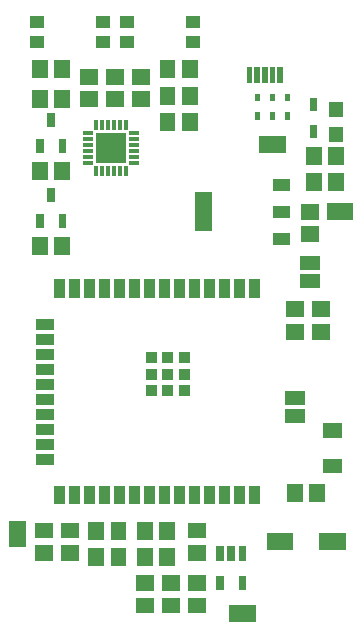
<source format=gtp>
G75*
%MOIN*%
%OFA0B0*%
%FSLAX25Y25*%
%IPPOS*%
%LPD*%
%AMOC8*
5,1,8,0,0,1.08239X$1,22.5*
%
%ADD10C,0.00205*%
%ADD11C,0.00198*%
%ADD12C,0.00189*%
%ADD13C,0.00187*%
%ADD14C,0.00228*%
%ADD15C,0.00197*%
%ADD16C,0.00184*%
%ADD17C,0.00195*%
%ADD18C,0.00213*%
%ADD19C,0.00201*%
%ADD20C,0.00220*%
D10*
X0019101Y0031303D02*
X0019101Y0036217D01*
X0019101Y0031303D02*
X0013399Y0031303D01*
X0013399Y0036217D01*
X0019101Y0036217D01*
X0019101Y0031498D02*
X0013399Y0031498D01*
X0013399Y0031693D02*
X0019101Y0031693D01*
X0019101Y0031888D02*
X0013399Y0031888D01*
X0013399Y0032083D02*
X0019101Y0032083D01*
X0019101Y0032278D02*
X0013399Y0032278D01*
X0013399Y0032473D02*
X0019101Y0032473D01*
X0019101Y0032668D02*
X0013399Y0032668D01*
X0013399Y0032863D02*
X0019101Y0032863D01*
X0019101Y0033058D02*
X0013399Y0033058D01*
X0013399Y0033253D02*
X0019101Y0033253D01*
X0019101Y0033448D02*
X0013399Y0033448D01*
X0013399Y0033643D02*
X0019101Y0033643D01*
X0019101Y0033838D02*
X0013399Y0033838D01*
X0013399Y0034033D02*
X0019101Y0034033D01*
X0019101Y0034228D02*
X0013399Y0034228D01*
X0013399Y0034423D02*
X0019101Y0034423D01*
X0019101Y0034618D02*
X0013399Y0034618D01*
X0013399Y0034813D02*
X0019101Y0034813D01*
X0019101Y0035008D02*
X0013399Y0035008D01*
X0013399Y0035203D02*
X0019101Y0035203D01*
X0019101Y0035398D02*
X0013399Y0035398D01*
X0013399Y0035593D02*
X0019101Y0035593D01*
X0019101Y0035788D02*
X0013399Y0035788D01*
X0013399Y0035983D02*
X0019101Y0035983D01*
X0019101Y0036178D02*
X0013399Y0036178D01*
X0019101Y0038783D02*
X0019101Y0043697D01*
X0019101Y0038783D02*
X0013399Y0038783D01*
X0013399Y0043697D01*
X0019101Y0043697D01*
X0019101Y0038978D02*
X0013399Y0038978D01*
X0013399Y0039173D02*
X0019101Y0039173D01*
X0019101Y0039368D02*
X0013399Y0039368D01*
X0013399Y0039563D02*
X0019101Y0039563D01*
X0019101Y0039758D02*
X0013399Y0039758D01*
X0013399Y0039953D02*
X0019101Y0039953D01*
X0019101Y0040148D02*
X0013399Y0040148D01*
X0013399Y0040343D02*
X0019101Y0040343D01*
X0019101Y0040538D02*
X0013399Y0040538D01*
X0013399Y0040733D02*
X0019101Y0040733D01*
X0019101Y0040928D02*
X0013399Y0040928D01*
X0013399Y0041123D02*
X0019101Y0041123D01*
X0019101Y0041318D02*
X0013399Y0041318D01*
X0013399Y0041513D02*
X0019101Y0041513D01*
X0019101Y0041708D02*
X0013399Y0041708D01*
X0013399Y0041903D02*
X0019101Y0041903D01*
X0019101Y0042098D02*
X0013399Y0042098D01*
X0013399Y0042293D02*
X0019101Y0042293D01*
X0019101Y0042488D02*
X0013399Y0042488D01*
X0013399Y0042683D02*
X0019101Y0042683D01*
X0019101Y0042878D02*
X0013399Y0042878D01*
X0013399Y0043073D02*
X0019101Y0043073D01*
X0019101Y0043268D02*
X0013399Y0043268D01*
X0013399Y0043463D02*
X0019101Y0043463D01*
X0019101Y0043658D02*
X0013399Y0043658D01*
X0022149Y0043697D02*
X0022149Y0038783D01*
X0022149Y0043697D02*
X0027851Y0043697D01*
X0027851Y0038783D01*
X0022149Y0038783D01*
X0022149Y0038978D02*
X0027851Y0038978D01*
X0027851Y0039173D02*
X0022149Y0039173D01*
X0022149Y0039368D02*
X0027851Y0039368D01*
X0027851Y0039563D02*
X0022149Y0039563D01*
X0022149Y0039758D02*
X0027851Y0039758D01*
X0027851Y0039953D02*
X0022149Y0039953D01*
X0022149Y0040148D02*
X0027851Y0040148D01*
X0027851Y0040343D02*
X0022149Y0040343D01*
X0022149Y0040538D02*
X0027851Y0040538D01*
X0027851Y0040733D02*
X0022149Y0040733D01*
X0022149Y0040928D02*
X0027851Y0040928D01*
X0027851Y0041123D02*
X0022149Y0041123D01*
X0022149Y0041318D02*
X0027851Y0041318D01*
X0027851Y0041513D02*
X0022149Y0041513D01*
X0022149Y0041708D02*
X0027851Y0041708D01*
X0027851Y0041903D02*
X0022149Y0041903D01*
X0022149Y0042098D02*
X0027851Y0042098D01*
X0027851Y0042293D02*
X0022149Y0042293D01*
X0022149Y0042488D02*
X0027851Y0042488D01*
X0027851Y0042683D02*
X0022149Y0042683D01*
X0022149Y0042878D02*
X0027851Y0042878D01*
X0027851Y0043073D02*
X0022149Y0043073D01*
X0022149Y0043268D02*
X0027851Y0043268D01*
X0027851Y0043463D02*
X0022149Y0043463D01*
X0022149Y0043658D02*
X0027851Y0043658D01*
X0031303Y0038399D02*
X0036217Y0038399D01*
X0031303Y0038399D02*
X0031303Y0044101D01*
X0036217Y0044101D01*
X0036217Y0038399D01*
X0036217Y0038594D02*
X0031303Y0038594D01*
X0031303Y0038789D02*
X0036217Y0038789D01*
X0036217Y0038984D02*
X0031303Y0038984D01*
X0031303Y0039179D02*
X0036217Y0039179D01*
X0036217Y0039374D02*
X0031303Y0039374D01*
X0031303Y0039569D02*
X0036217Y0039569D01*
X0036217Y0039764D02*
X0031303Y0039764D01*
X0031303Y0039959D02*
X0036217Y0039959D01*
X0036217Y0040154D02*
X0031303Y0040154D01*
X0031303Y0040349D02*
X0036217Y0040349D01*
X0036217Y0040544D02*
X0031303Y0040544D01*
X0031303Y0040739D02*
X0036217Y0040739D01*
X0036217Y0040934D02*
X0031303Y0040934D01*
X0031303Y0041129D02*
X0036217Y0041129D01*
X0036217Y0041324D02*
X0031303Y0041324D01*
X0031303Y0041519D02*
X0036217Y0041519D01*
X0036217Y0041714D02*
X0031303Y0041714D01*
X0031303Y0041909D02*
X0036217Y0041909D01*
X0036217Y0042104D02*
X0031303Y0042104D01*
X0031303Y0042299D02*
X0036217Y0042299D01*
X0036217Y0042494D02*
X0031303Y0042494D01*
X0031303Y0042689D02*
X0036217Y0042689D01*
X0036217Y0042884D02*
X0031303Y0042884D01*
X0031303Y0043079D02*
X0036217Y0043079D01*
X0036217Y0043274D02*
X0031303Y0043274D01*
X0031303Y0043469D02*
X0036217Y0043469D01*
X0036217Y0043664D02*
X0031303Y0043664D01*
X0031303Y0043859D02*
X0036217Y0043859D01*
X0036217Y0044054D02*
X0031303Y0044054D01*
X0038783Y0038399D02*
X0043697Y0038399D01*
X0038783Y0038399D02*
X0038783Y0044101D01*
X0043697Y0044101D01*
X0043697Y0038399D01*
X0043697Y0038594D02*
X0038783Y0038594D01*
X0038783Y0038789D02*
X0043697Y0038789D01*
X0043697Y0038984D02*
X0038783Y0038984D01*
X0038783Y0039179D02*
X0043697Y0039179D01*
X0043697Y0039374D02*
X0038783Y0039374D01*
X0038783Y0039569D02*
X0043697Y0039569D01*
X0043697Y0039764D02*
X0038783Y0039764D01*
X0038783Y0039959D02*
X0043697Y0039959D01*
X0043697Y0040154D02*
X0038783Y0040154D01*
X0038783Y0040349D02*
X0043697Y0040349D01*
X0043697Y0040544D02*
X0038783Y0040544D01*
X0038783Y0040739D02*
X0043697Y0040739D01*
X0043697Y0040934D02*
X0038783Y0040934D01*
X0038783Y0041129D02*
X0043697Y0041129D01*
X0043697Y0041324D02*
X0038783Y0041324D01*
X0038783Y0041519D02*
X0043697Y0041519D01*
X0043697Y0041714D02*
X0038783Y0041714D01*
X0038783Y0041909D02*
X0043697Y0041909D01*
X0043697Y0042104D02*
X0038783Y0042104D01*
X0038783Y0042299D02*
X0043697Y0042299D01*
X0043697Y0042494D02*
X0038783Y0042494D01*
X0038783Y0042689D02*
X0043697Y0042689D01*
X0043697Y0042884D02*
X0038783Y0042884D01*
X0038783Y0043079D02*
X0043697Y0043079D01*
X0043697Y0043274D02*
X0038783Y0043274D01*
X0038783Y0043469D02*
X0043697Y0043469D01*
X0043697Y0043664D02*
X0038783Y0043664D01*
X0038783Y0043859D02*
X0043697Y0043859D01*
X0043697Y0044054D02*
X0038783Y0044054D01*
X0038783Y0029649D02*
X0043697Y0029649D01*
X0038783Y0029649D02*
X0038783Y0035351D01*
X0043697Y0035351D01*
X0043697Y0029649D01*
X0043697Y0029844D02*
X0038783Y0029844D01*
X0038783Y0030039D02*
X0043697Y0030039D01*
X0043697Y0030234D02*
X0038783Y0030234D01*
X0038783Y0030429D02*
X0043697Y0030429D01*
X0043697Y0030624D02*
X0038783Y0030624D01*
X0038783Y0030819D02*
X0043697Y0030819D01*
X0043697Y0031014D02*
X0038783Y0031014D01*
X0038783Y0031209D02*
X0043697Y0031209D01*
X0043697Y0031404D02*
X0038783Y0031404D01*
X0038783Y0031599D02*
X0043697Y0031599D01*
X0043697Y0031794D02*
X0038783Y0031794D01*
X0038783Y0031989D02*
X0043697Y0031989D01*
X0043697Y0032184D02*
X0038783Y0032184D01*
X0038783Y0032379D02*
X0043697Y0032379D01*
X0043697Y0032574D02*
X0038783Y0032574D01*
X0038783Y0032769D02*
X0043697Y0032769D01*
X0043697Y0032964D02*
X0038783Y0032964D01*
X0038783Y0033159D02*
X0043697Y0033159D01*
X0043697Y0033354D02*
X0038783Y0033354D01*
X0038783Y0033549D02*
X0043697Y0033549D01*
X0043697Y0033744D02*
X0038783Y0033744D01*
X0038783Y0033939D02*
X0043697Y0033939D01*
X0043697Y0034134D02*
X0038783Y0034134D01*
X0038783Y0034329D02*
X0043697Y0034329D01*
X0043697Y0034524D02*
X0038783Y0034524D01*
X0038783Y0034719D02*
X0043697Y0034719D01*
X0043697Y0034914D02*
X0038783Y0034914D01*
X0038783Y0035109D02*
X0043697Y0035109D01*
X0043697Y0035304D02*
X0038783Y0035304D01*
X0036217Y0029649D02*
X0031303Y0029649D01*
X0031303Y0035351D01*
X0036217Y0035351D01*
X0036217Y0029649D01*
X0036217Y0029844D02*
X0031303Y0029844D01*
X0031303Y0030039D02*
X0036217Y0030039D01*
X0036217Y0030234D02*
X0031303Y0030234D01*
X0031303Y0030429D02*
X0036217Y0030429D01*
X0036217Y0030624D02*
X0031303Y0030624D01*
X0031303Y0030819D02*
X0036217Y0030819D01*
X0036217Y0031014D02*
X0031303Y0031014D01*
X0031303Y0031209D02*
X0036217Y0031209D01*
X0036217Y0031404D02*
X0031303Y0031404D01*
X0031303Y0031599D02*
X0036217Y0031599D01*
X0036217Y0031794D02*
X0031303Y0031794D01*
X0031303Y0031989D02*
X0036217Y0031989D01*
X0036217Y0032184D02*
X0031303Y0032184D01*
X0031303Y0032379D02*
X0036217Y0032379D01*
X0036217Y0032574D02*
X0031303Y0032574D01*
X0031303Y0032769D02*
X0036217Y0032769D01*
X0036217Y0032964D02*
X0031303Y0032964D01*
X0031303Y0033159D02*
X0036217Y0033159D01*
X0036217Y0033354D02*
X0031303Y0033354D01*
X0031303Y0033549D02*
X0036217Y0033549D01*
X0036217Y0033744D02*
X0031303Y0033744D01*
X0031303Y0033939D02*
X0036217Y0033939D01*
X0036217Y0034134D02*
X0031303Y0034134D01*
X0031303Y0034329D02*
X0036217Y0034329D01*
X0036217Y0034524D02*
X0031303Y0034524D01*
X0031303Y0034719D02*
X0036217Y0034719D01*
X0036217Y0034914D02*
X0031303Y0034914D01*
X0031303Y0035109D02*
X0036217Y0035109D01*
X0036217Y0035304D02*
X0031303Y0035304D01*
X0022149Y0036217D02*
X0022149Y0031303D01*
X0022149Y0036217D02*
X0027851Y0036217D01*
X0027851Y0031303D01*
X0022149Y0031303D01*
X0022149Y0031498D02*
X0027851Y0031498D01*
X0027851Y0031693D02*
X0022149Y0031693D01*
X0022149Y0031888D02*
X0027851Y0031888D01*
X0027851Y0032083D02*
X0022149Y0032083D01*
X0022149Y0032278D02*
X0027851Y0032278D01*
X0027851Y0032473D02*
X0022149Y0032473D01*
X0022149Y0032668D02*
X0027851Y0032668D01*
X0027851Y0032863D02*
X0022149Y0032863D01*
X0022149Y0033058D02*
X0027851Y0033058D01*
X0027851Y0033253D02*
X0022149Y0033253D01*
X0022149Y0033448D02*
X0027851Y0033448D01*
X0027851Y0033643D02*
X0022149Y0033643D01*
X0022149Y0033838D02*
X0027851Y0033838D01*
X0027851Y0034033D02*
X0022149Y0034033D01*
X0022149Y0034228D02*
X0027851Y0034228D01*
X0027851Y0034423D02*
X0022149Y0034423D01*
X0022149Y0034618D02*
X0027851Y0034618D01*
X0027851Y0034813D02*
X0022149Y0034813D01*
X0022149Y0035008D02*
X0027851Y0035008D01*
X0027851Y0035203D02*
X0022149Y0035203D01*
X0022149Y0035398D02*
X0027851Y0035398D01*
X0027851Y0035593D02*
X0022149Y0035593D01*
X0022149Y0035788D02*
X0027851Y0035788D01*
X0027851Y0035983D02*
X0022149Y0035983D01*
X0022149Y0036178D02*
X0027851Y0036178D01*
X0047553Y0035351D02*
X0052467Y0035351D01*
X0052467Y0029649D01*
X0047553Y0029649D01*
X0047553Y0035351D01*
X0047553Y0029844D02*
X0052467Y0029844D01*
X0052467Y0030039D02*
X0047553Y0030039D01*
X0047553Y0030234D02*
X0052467Y0030234D01*
X0052467Y0030429D02*
X0047553Y0030429D01*
X0047553Y0030624D02*
X0052467Y0030624D01*
X0052467Y0030819D02*
X0047553Y0030819D01*
X0047553Y0031014D02*
X0052467Y0031014D01*
X0052467Y0031209D02*
X0047553Y0031209D01*
X0047553Y0031404D02*
X0052467Y0031404D01*
X0052467Y0031599D02*
X0047553Y0031599D01*
X0047553Y0031794D02*
X0052467Y0031794D01*
X0052467Y0031989D02*
X0047553Y0031989D01*
X0047553Y0032184D02*
X0052467Y0032184D01*
X0052467Y0032379D02*
X0047553Y0032379D01*
X0047553Y0032574D02*
X0052467Y0032574D01*
X0052467Y0032769D02*
X0047553Y0032769D01*
X0047553Y0032964D02*
X0052467Y0032964D01*
X0052467Y0033159D02*
X0047553Y0033159D01*
X0047553Y0033354D02*
X0052467Y0033354D01*
X0052467Y0033549D02*
X0047553Y0033549D01*
X0047553Y0033744D02*
X0052467Y0033744D01*
X0052467Y0033939D02*
X0047553Y0033939D01*
X0047553Y0034134D02*
X0052467Y0034134D01*
X0052467Y0034329D02*
X0047553Y0034329D01*
X0047553Y0034524D02*
X0052467Y0034524D01*
X0052467Y0034719D02*
X0047553Y0034719D01*
X0047553Y0034914D02*
X0052467Y0034914D01*
X0052467Y0035109D02*
X0047553Y0035109D01*
X0047553Y0035304D02*
X0052467Y0035304D01*
X0055033Y0035351D02*
X0059947Y0035351D01*
X0059947Y0029649D01*
X0055033Y0029649D01*
X0055033Y0035351D01*
X0055033Y0029844D02*
X0059947Y0029844D01*
X0059947Y0030039D02*
X0055033Y0030039D01*
X0055033Y0030234D02*
X0059947Y0030234D01*
X0059947Y0030429D02*
X0055033Y0030429D01*
X0055033Y0030624D02*
X0059947Y0030624D01*
X0059947Y0030819D02*
X0055033Y0030819D01*
X0055033Y0031014D02*
X0059947Y0031014D01*
X0059947Y0031209D02*
X0055033Y0031209D01*
X0055033Y0031404D02*
X0059947Y0031404D01*
X0059947Y0031599D02*
X0055033Y0031599D01*
X0055033Y0031794D02*
X0059947Y0031794D01*
X0059947Y0031989D02*
X0055033Y0031989D01*
X0055033Y0032184D02*
X0059947Y0032184D01*
X0059947Y0032379D02*
X0055033Y0032379D01*
X0055033Y0032574D02*
X0059947Y0032574D01*
X0059947Y0032769D02*
X0055033Y0032769D01*
X0055033Y0032964D02*
X0059947Y0032964D01*
X0059947Y0033159D02*
X0055033Y0033159D01*
X0055033Y0033354D02*
X0059947Y0033354D01*
X0059947Y0033549D02*
X0055033Y0033549D01*
X0055033Y0033744D02*
X0059947Y0033744D01*
X0059947Y0033939D02*
X0055033Y0033939D01*
X0055033Y0034134D02*
X0059947Y0034134D01*
X0059947Y0034329D02*
X0055033Y0034329D01*
X0055033Y0034524D02*
X0059947Y0034524D01*
X0059947Y0034719D02*
X0055033Y0034719D01*
X0055033Y0034914D02*
X0059947Y0034914D01*
X0059947Y0035109D02*
X0055033Y0035109D01*
X0055033Y0035304D02*
X0059947Y0035304D01*
X0059947Y0038399D02*
X0055033Y0038399D01*
X0055033Y0044101D01*
X0059947Y0044101D01*
X0059947Y0038399D01*
X0059947Y0038594D02*
X0055033Y0038594D01*
X0055033Y0038789D02*
X0059947Y0038789D01*
X0059947Y0038984D02*
X0055033Y0038984D01*
X0055033Y0039179D02*
X0059947Y0039179D01*
X0059947Y0039374D02*
X0055033Y0039374D01*
X0055033Y0039569D02*
X0059947Y0039569D01*
X0059947Y0039764D02*
X0055033Y0039764D01*
X0055033Y0039959D02*
X0059947Y0039959D01*
X0059947Y0040154D02*
X0055033Y0040154D01*
X0055033Y0040349D02*
X0059947Y0040349D01*
X0059947Y0040544D02*
X0055033Y0040544D01*
X0055033Y0040739D02*
X0059947Y0040739D01*
X0059947Y0040934D02*
X0055033Y0040934D01*
X0055033Y0041129D02*
X0059947Y0041129D01*
X0059947Y0041324D02*
X0055033Y0041324D01*
X0055033Y0041519D02*
X0059947Y0041519D01*
X0059947Y0041714D02*
X0055033Y0041714D01*
X0055033Y0041909D02*
X0059947Y0041909D01*
X0059947Y0042104D02*
X0055033Y0042104D01*
X0055033Y0042299D02*
X0059947Y0042299D01*
X0059947Y0042494D02*
X0055033Y0042494D01*
X0055033Y0042689D02*
X0059947Y0042689D01*
X0059947Y0042884D02*
X0055033Y0042884D01*
X0055033Y0043079D02*
X0059947Y0043079D01*
X0059947Y0043274D02*
X0055033Y0043274D01*
X0055033Y0043469D02*
X0059947Y0043469D01*
X0059947Y0043664D02*
X0055033Y0043664D01*
X0055033Y0043859D02*
X0059947Y0043859D01*
X0059947Y0044054D02*
X0055033Y0044054D01*
X0052467Y0038399D02*
X0047553Y0038399D01*
X0047553Y0044101D01*
X0052467Y0044101D01*
X0052467Y0038399D01*
X0052467Y0038594D02*
X0047553Y0038594D01*
X0047553Y0038789D02*
X0052467Y0038789D01*
X0052467Y0038984D02*
X0047553Y0038984D01*
X0047553Y0039179D02*
X0052467Y0039179D01*
X0052467Y0039374D02*
X0047553Y0039374D01*
X0047553Y0039569D02*
X0052467Y0039569D01*
X0052467Y0039764D02*
X0047553Y0039764D01*
X0047553Y0039959D02*
X0052467Y0039959D01*
X0052467Y0040154D02*
X0047553Y0040154D01*
X0047553Y0040349D02*
X0052467Y0040349D01*
X0052467Y0040544D02*
X0047553Y0040544D01*
X0047553Y0040739D02*
X0052467Y0040739D01*
X0052467Y0040934D02*
X0047553Y0040934D01*
X0047553Y0041129D02*
X0052467Y0041129D01*
X0052467Y0041324D02*
X0047553Y0041324D01*
X0047553Y0041519D02*
X0052467Y0041519D01*
X0052467Y0041714D02*
X0047553Y0041714D01*
X0047553Y0041909D02*
X0052467Y0041909D01*
X0052467Y0042104D02*
X0047553Y0042104D01*
X0047553Y0042299D02*
X0052467Y0042299D01*
X0052467Y0042494D02*
X0047553Y0042494D01*
X0047553Y0042689D02*
X0052467Y0042689D01*
X0052467Y0042884D02*
X0047553Y0042884D01*
X0047553Y0043079D02*
X0052467Y0043079D01*
X0052467Y0043274D02*
X0047553Y0043274D01*
X0047553Y0043469D02*
X0052467Y0043469D01*
X0052467Y0043664D02*
X0047553Y0043664D01*
X0047553Y0043859D02*
X0052467Y0043859D01*
X0052467Y0044054D02*
X0047553Y0044054D01*
X0047149Y0026197D02*
X0047149Y0021283D01*
X0047149Y0026197D02*
X0052851Y0026197D01*
X0052851Y0021283D01*
X0047149Y0021283D01*
X0047149Y0021478D02*
X0052851Y0021478D01*
X0052851Y0021673D02*
X0047149Y0021673D01*
X0047149Y0021868D02*
X0052851Y0021868D01*
X0052851Y0022063D02*
X0047149Y0022063D01*
X0047149Y0022258D02*
X0052851Y0022258D01*
X0052851Y0022453D02*
X0047149Y0022453D01*
X0047149Y0022648D02*
X0052851Y0022648D01*
X0052851Y0022843D02*
X0047149Y0022843D01*
X0047149Y0023038D02*
X0052851Y0023038D01*
X0052851Y0023233D02*
X0047149Y0023233D01*
X0047149Y0023428D02*
X0052851Y0023428D01*
X0052851Y0023623D02*
X0047149Y0023623D01*
X0047149Y0023818D02*
X0052851Y0023818D01*
X0052851Y0024013D02*
X0047149Y0024013D01*
X0047149Y0024208D02*
X0052851Y0024208D01*
X0052851Y0024403D02*
X0047149Y0024403D01*
X0047149Y0024598D02*
X0052851Y0024598D01*
X0052851Y0024793D02*
X0047149Y0024793D01*
X0047149Y0024988D02*
X0052851Y0024988D01*
X0052851Y0025183D02*
X0047149Y0025183D01*
X0047149Y0025378D02*
X0052851Y0025378D01*
X0052851Y0025573D02*
X0047149Y0025573D01*
X0047149Y0025768D02*
X0052851Y0025768D01*
X0052851Y0025963D02*
X0047149Y0025963D01*
X0047149Y0026158D02*
X0052851Y0026158D01*
X0055899Y0026197D02*
X0055899Y0021283D01*
X0055899Y0026197D02*
X0061601Y0026197D01*
X0061601Y0021283D01*
X0055899Y0021283D01*
X0055899Y0021478D02*
X0061601Y0021478D01*
X0061601Y0021673D02*
X0055899Y0021673D01*
X0055899Y0021868D02*
X0061601Y0021868D01*
X0061601Y0022063D02*
X0055899Y0022063D01*
X0055899Y0022258D02*
X0061601Y0022258D01*
X0061601Y0022453D02*
X0055899Y0022453D01*
X0055899Y0022648D02*
X0061601Y0022648D01*
X0061601Y0022843D02*
X0055899Y0022843D01*
X0055899Y0023038D02*
X0061601Y0023038D01*
X0061601Y0023233D02*
X0055899Y0023233D01*
X0055899Y0023428D02*
X0061601Y0023428D01*
X0061601Y0023623D02*
X0055899Y0023623D01*
X0055899Y0023818D02*
X0061601Y0023818D01*
X0061601Y0024013D02*
X0055899Y0024013D01*
X0055899Y0024208D02*
X0061601Y0024208D01*
X0061601Y0024403D02*
X0055899Y0024403D01*
X0055899Y0024598D02*
X0061601Y0024598D01*
X0061601Y0024793D02*
X0055899Y0024793D01*
X0055899Y0024988D02*
X0061601Y0024988D01*
X0061601Y0025183D02*
X0055899Y0025183D01*
X0055899Y0025378D02*
X0061601Y0025378D01*
X0061601Y0025573D02*
X0055899Y0025573D01*
X0055899Y0025768D02*
X0061601Y0025768D01*
X0061601Y0025963D02*
X0055899Y0025963D01*
X0055899Y0026158D02*
X0061601Y0026158D01*
X0070351Y0026197D02*
X0070351Y0021283D01*
X0064649Y0021283D01*
X0064649Y0026197D01*
X0070351Y0026197D01*
X0070351Y0021478D02*
X0064649Y0021478D01*
X0064649Y0021673D02*
X0070351Y0021673D01*
X0070351Y0021868D02*
X0064649Y0021868D01*
X0064649Y0022063D02*
X0070351Y0022063D01*
X0070351Y0022258D02*
X0064649Y0022258D01*
X0064649Y0022453D02*
X0070351Y0022453D01*
X0070351Y0022648D02*
X0064649Y0022648D01*
X0064649Y0022843D02*
X0070351Y0022843D01*
X0070351Y0023038D02*
X0064649Y0023038D01*
X0064649Y0023233D02*
X0070351Y0023233D01*
X0070351Y0023428D02*
X0064649Y0023428D01*
X0064649Y0023623D02*
X0070351Y0023623D01*
X0070351Y0023818D02*
X0064649Y0023818D01*
X0064649Y0024013D02*
X0070351Y0024013D01*
X0070351Y0024208D02*
X0064649Y0024208D01*
X0064649Y0024403D02*
X0070351Y0024403D01*
X0070351Y0024598D02*
X0064649Y0024598D01*
X0064649Y0024793D02*
X0070351Y0024793D01*
X0070351Y0024988D02*
X0064649Y0024988D01*
X0064649Y0025183D02*
X0070351Y0025183D01*
X0070351Y0025378D02*
X0064649Y0025378D01*
X0064649Y0025573D02*
X0070351Y0025573D01*
X0070351Y0025768D02*
X0064649Y0025768D01*
X0064649Y0025963D02*
X0070351Y0025963D01*
X0070351Y0026158D02*
X0064649Y0026158D01*
X0070351Y0031303D02*
X0070351Y0036217D01*
X0070351Y0031303D02*
X0064649Y0031303D01*
X0064649Y0036217D01*
X0070351Y0036217D01*
X0070351Y0031498D02*
X0064649Y0031498D01*
X0064649Y0031693D02*
X0070351Y0031693D01*
X0070351Y0031888D02*
X0064649Y0031888D01*
X0064649Y0032083D02*
X0070351Y0032083D01*
X0070351Y0032278D02*
X0064649Y0032278D01*
X0064649Y0032473D02*
X0070351Y0032473D01*
X0070351Y0032668D02*
X0064649Y0032668D01*
X0064649Y0032863D02*
X0070351Y0032863D01*
X0070351Y0033058D02*
X0064649Y0033058D01*
X0064649Y0033253D02*
X0070351Y0033253D01*
X0070351Y0033448D02*
X0064649Y0033448D01*
X0064649Y0033643D02*
X0070351Y0033643D01*
X0070351Y0033838D02*
X0064649Y0033838D01*
X0064649Y0034033D02*
X0070351Y0034033D01*
X0070351Y0034228D02*
X0064649Y0034228D01*
X0064649Y0034423D02*
X0070351Y0034423D01*
X0070351Y0034618D02*
X0064649Y0034618D01*
X0064649Y0034813D02*
X0070351Y0034813D01*
X0070351Y0035008D02*
X0064649Y0035008D01*
X0064649Y0035203D02*
X0070351Y0035203D01*
X0070351Y0035398D02*
X0064649Y0035398D01*
X0064649Y0035593D02*
X0070351Y0035593D01*
X0070351Y0035788D02*
X0064649Y0035788D01*
X0064649Y0035983D02*
X0070351Y0035983D01*
X0070351Y0036178D02*
X0064649Y0036178D01*
X0070351Y0038783D02*
X0070351Y0043697D01*
X0070351Y0038783D02*
X0064649Y0038783D01*
X0064649Y0043697D01*
X0070351Y0043697D01*
X0070351Y0038978D02*
X0064649Y0038978D01*
X0064649Y0039173D02*
X0070351Y0039173D01*
X0070351Y0039368D02*
X0064649Y0039368D01*
X0064649Y0039563D02*
X0070351Y0039563D01*
X0070351Y0039758D02*
X0064649Y0039758D01*
X0064649Y0039953D02*
X0070351Y0039953D01*
X0070351Y0040148D02*
X0064649Y0040148D01*
X0064649Y0040343D02*
X0070351Y0040343D01*
X0070351Y0040538D02*
X0064649Y0040538D01*
X0064649Y0040733D02*
X0070351Y0040733D01*
X0070351Y0040928D02*
X0064649Y0040928D01*
X0064649Y0041123D02*
X0070351Y0041123D01*
X0070351Y0041318D02*
X0064649Y0041318D01*
X0064649Y0041513D02*
X0070351Y0041513D01*
X0070351Y0041708D02*
X0064649Y0041708D01*
X0064649Y0041903D02*
X0070351Y0041903D01*
X0070351Y0042098D02*
X0064649Y0042098D01*
X0064649Y0042293D02*
X0070351Y0042293D01*
X0070351Y0042488D02*
X0064649Y0042488D01*
X0064649Y0042683D02*
X0070351Y0042683D01*
X0070351Y0042878D02*
X0064649Y0042878D01*
X0064649Y0043073D02*
X0070351Y0043073D01*
X0070351Y0043268D02*
X0064649Y0043268D01*
X0064649Y0043463D02*
X0070351Y0043463D01*
X0070351Y0043658D02*
X0064649Y0043658D01*
X0070351Y0018717D02*
X0070351Y0013803D01*
X0064649Y0013803D01*
X0064649Y0018717D01*
X0070351Y0018717D01*
X0070351Y0013998D02*
X0064649Y0013998D01*
X0064649Y0014193D02*
X0070351Y0014193D01*
X0070351Y0014388D02*
X0064649Y0014388D01*
X0064649Y0014583D02*
X0070351Y0014583D01*
X0070351Y0014778D02*
X0064649Y0014778D01*
X0064649Y0014973D02*
X0070351Y0014973D01*
X0070351Y0015168D02*
X0064649Y0015168D01*
X0064649Y0015363D02*
X0070351Y0015363D01*
X0070351Y0015558D02*
X0064649Y0015558D01*
X0064649Y0015753D02*
X0070351Y0015753D01*
X0070351Y0015948D02*
X0064649Y0015948D01*
X0064649Y0016143D02*
X0070351Y0016143D01*
X0070351Y0016338D02*
X0064649Y0016338D01*
X0064649Y0016533D02*
X0070351Y0016533D01*
X0070351Y0016728D02*
X0064649Y0016728D01*
X0064649Y0016923D02*
X0070351Y0016923D01*
X0070351Y0017118D02*
X0064649Y0017118D01*
X0064649Y0017313D02*
X0070351Y0017313D01*
X0070351Y0017508D02*
X0064649Y0017508D01*
X0064649Y0017703D02*
X0070351Y0017703D01*
X0070351Y0017898D02*
X0064649Y0017898D01*
X0064649Y0018093D02*
X0070351Y0018093D01*
X0070351Y0018288D02*
X0064649Y0018288D01*
X0064649Y0018483D02*
X0070351Y0018483D01*
X0070351Y0018678D02*
X0064649Y0018678D01*
X0055899Y0018717D02*
X0055899Y0013803D01*
X0055899Y0018717D02*
X0061601Y0018717D01*
X0061601Y0013803D01*
X0055899Y0013803D01*
X0055899Y0013998D02*
X0061601Y0013998D01*
X0061601Y0014193D02*
X0055899Y0014193D01*
X0055899Y0014388D02*
X0061601Y0014388D01*
X0061601Y0014583D02*
X0055899Y0014583D01*
X0055899Y0014778D02*
X0061601Y0014778D01*
X0061601Y0014973D02*
X0055899Y0014973D01*
X0055899Y0015168D02*
X0061601Y0015168D01*
X0061601Y0015363D02*
X0055899Y0015363D01*
X0055899Y0015558D02*
X0061601Y0015558D01*
X0061601Y0015753D02*
X0055899Y0015753D01*
X0055899Y0015948D02*
X0061601Y0015948D01*
X0061601Y0016143D02*
X0055899Y0016143D01*
X0055899Y0016338D02*
X0061601Y0016338D01*
X0061601Y0016533D02*
X0055899Y0016533D01*
X0055899Y0016728D02*
X0061601Y0016728D01*
X0061601Y0016923D02*
X0055899Y0016923D01*
X0055899Y0017118D02*
X0061601Y0017118D01*
X0061601Y0017313D02*
X0055899Y0017313D01*
X0055899Y0017508D02*
X0061601Y0017508D01*
X0061601Y0017703D02*
X0055899Y0017703D01*
X0055899Y0017898D02*
X0061601Y0017898D01*
X0061601Y0018093D02*
X0055899Y0018093D01*
X0055899Y0018288D02*
X0061601Y0018288D01*
X0061601Y0018483D02*
X0055899Y0018483D01*
X0055899Y0018678D02*
X0061601Y0018678D01*
X0047149Y0018717D02*
X0047149Y0013803D01*
X0047149Y0018717D02*
X0052851Y0018717D01*
X0052851Y0013803D01*
X0047149Y0013803D01*
X0047149Y0013998D02*
X0052851Y0013998D01*
X0052851Y0014193D02*
X0047149Y0014193D01*
X0047149Y0014388D02*
X0052851Y0014388D01*
X0052851Y0014583D02*
X0047149Y0014583D01*
X0047149Y0014778D02*
X0052851Y0014778D01*
X0052851Y0014973D02*
X0047149Y0014973D01*
X0047149Y0015168D02*
X0052851Y0015168D01*
X0052851Y0015363D02*
X0047149Y0015363D01*
X0047149Y0015558D02*
X0052851Y0015558D01*
X0052851Y0015753D02*
X0047149Y0015753D01*
X0047149Y0015948D02*
X0052851Y0015948D01*
X0052851Y0016143D02*
X0047149Y0016143D01*
X0047149Y0016338D02*
X0052851Y0016338D01*
X0052851Y0016533D02*
X0047149Y0016533D01*
X0047149Y0016728D02*
X0052851Y0016728D01*
X0052851Y0016923D02*
X0047149Y0016923D01*
X0047149Y0017118D02*
X0052851Y0017118D01*
X0052851Y0017313D02*
X0047149Y0017313D01*
X0047149Y0017508D02*
X0052851Y0017508D01*
X0052851Y0017703D02*
X0047149Y0017703D01*
X0047149Y0017898D02*
X0052851Y0017898D01*
X0052851Y0018093D02*
X0047149Y0018093D01*
X0047149Y0018288D02*
X0052851Y0018288D01*
X0052851Y0018483D02*
X0047149Y0018483D01*
X0047149Y0018678D02*
X0052851Y0018678D01*
X0097553Y0056601D02*
X0102467Y0056601D01*
X0102467Y0050899D01*
X0097553Y0050899D01*
X0097553Y0056601D01*
X0097553Y0051094D02*
X0102467Y0051094D01*
X0102467Y0051289D02*
X0097553Y0051289D01*
X0097553Y0051484D02*
X0102467Y0051484D01*
X0102467Y0051679D02*
X0097553Y0051679D01*
X0097553Y0051874D02*
X0102467Y0051874D01*
X0102467Y0052069D02*
X0097553Y0052069D01*
X0097553Y0052264D02*
X0102467Y0052264D01*
X0102467Y0052459D02*
X0097553Y0052459D01*
X0097553Y0052654D02*
X0102467Y0052654D01*
X0102467Y0052849D02*
X0097553Y0052849D01*
X0097553Y0053044D02*
X0102467Y0053044D01*
X0102467Y0053239D02*
X0097553Y0053239D01*
X0097553Y0053434D02*
X0102467Y0053434D01*
X0102467Y0053629D02*
X0097553Y0053629D01*
X0097553Y0053824D02*
X0102467Y0053824D01*
X0102467Y0054019D02*
X0097553Y0054019D01*
X0097553Y0054214D02*
X0102467Y0054214D01*
X0102467Y0054409D02*
X0097553Y0054409D01*
X0097553Y0054604D02*
X0102467Y0054604D01*
X0102467Y0054799D02*
X0097553Y0054799D01*
X0097553Y0054994D02*
X0102467Y0054994D01*
X0102467Y0055189D02*
X0097553Y0055189D01*
X0097553Y0055384D02*
X0102467Y0055384D01*
X0102467Y0055579D02*
X0097553Y0055579D01*
X0097553Y0055774D02*
X0102467Y0055774D01*
X0102467Y0055969D02*
X0097553Y0055969D01*
X0097553Y0056164D02*
X0102467Y0056164D01*
X0102467Y0056359D02*
X0097553Y0056359D01*
X0097553Y0056554D02*
X0102467Y0056554D01*
X0105033Y0056601D02*
X0109947Y0056601D01*
X0109947Y0050899D01*
X0105033Y0050899D01*
X0105033Y0056601D01*
X0105033Y0051094D02*
X0109947Y0051094D01*
X0109947Y0051289D02*
X0105033Y0051289D01*
X0105033Y0051484D02*
X0109947Y0051484D01*
X0109947Y0051679D02*
X0105033Y0051679D01*
X0105033Y0051874D02*
X0109947Y0051874D01*
X0109947Y0052069D02*
X0105033Y0052069D01*
X0105033Y0052264D02*
X0109947Y0052264D01*
X0109947Y0052459D02*
X0105033Y0052459D01*
X0105033Y0052654D02*
X0109947Y0052654D01*
X0109947Y0052849D02*
X0105033Y0052849D01*
X0105033Y0053044D02*
X0109947Y0053044D01*
X0109947Y0053239D02*
X0105033Y0053239D01*
X0105033Y0053434D02*
X0109947Y0053434D01*
X0109947Y0053629D02*
X0105033Y0053629D01*
X0105033Y0053824D02*
X0109947Y0053824D01*
X0109947Y0054019D02*
X0105033Y0054019D01*
X0105033Y0054214D02*
X0109947Y0054214D01*
X0109947Y0054409D02*
X0105033Y0054409D01*
X0105033Y0054604D02*
X0109947Y0054604D01*
X0109947Y0054799D02*
X0105033Y0054799D01*
X0105033Y0054994D02*
X0109947Y0054994D01*
X0109947Y0055189D02*
X0105033Y0055189D01*
X0105033Y0055384D02*
X0109947Y0055384D01*
X0109947Y0055579D02*
X0105033Y0055579D01*
X0105033Y0055774D02*
X0109947Y0055774D01*
X0109947Y0055969D02*
X0105033Y0055969D01*
X0105033Y0056164D02*
X0109947Y0056164D01*
X0109947Y0056359D02*
X0105033Y0056359D01*
X0105033Y0056554D02*
X0109947Y0056554D01*
X0111601Y0105053D02*
X0111601Y0109967D01*
X0111601Y0105053D02*
X0105899Y0105053D01*
X0105899Y0109967D01*
X0111601Y0109967D01*
X0111601Y0105248D02*
X0105899Y0105248D01*
X0105899Y0105443D02*
X0111601Y0105443D01*
X0111601Y0105638D02*
X0105899Y0105638D01*
X0105899Y0105833D02*
X0111601Y0105833D01*
X0111601Y0106028D02*
X0105899Y0106028D01*
X0105899Y0106223D02*
X0111601Y0106223D01*
X0111601Y0106418D02*
X0105899Y0106418D01*
X0105899Y0106613D02*
X0111601Y0106613D01*
X0111601Y0106808D02*
X0105899Y0106808D01*
X0105899Y0107003D02*
X0111601Y0107003D01*
X0111601Y0107198D02*
X0105899Y0107198D01*
X0105899Y0107393D02*
X0111601Y0107393D01*
X0111601Y0107588D02*
X0105899Y0107588D01*
X0105899Y0107783D02*
X0111601Y0107783D01*
X0111601Y0107978D02*
X0105899Y0107978D01*
X0105899Y0108173D02*
X0111601Y0108173D01*
X0111601Y0108368D02*
X0105899Y0108368D01*
X0105899Y0108563D02*
X0111601Y0108563D01*
X0111601Y0108758D02*
X0105899Y0108758D01*
X0105899Y0108953D02*
X0111601Y0108953D01*
X0111601Y0109148D02*
X0105899Y0109148D01*
X0105899Y0109343D02*
X0111601Y0109343D01*
X0111601Y0109538D02*
X0105899Y0109538D01*
X0105899Y0109733D02*
X0111601Y0109733D01*
X0111601Y0109928D02*
X0105899Y0109928D01*
X0111601Y0112533D02*
X0111601Y0117447D01*
X0111601Y0112533D02*
X0105899Y0112533D01*
X0105899Y0117447D01*
X0111601Y0117447D01*
X0111601Y0112728D02*
X0105899Y0112728D01*
X0105899Y0112923D02*
X0111601Y0112923D01*
X0111601Y0113118D02*
X0105899Y0113118D01*
X0105899Y0113313D02*
X0111601Y0113313D01*
X0111601Y0113508D02*
X0105899Y0113508D01*
X0105899Y0113703D02*
X0111601Y0113703D01*
X0111601Y0113898D02*
X0105899Y0113898D01*
X0105899Y0114093D02*
X0111601Y0114093D01*
X0111601Y0114288D02*
X0105899Y0114288D01*
X0105899Y0114483D02*
X0111601Y0114483D01*
X0111601Y0114678D02*
X0105899Y0114678D01*
X0105899Y0114873D02*
X0111601Y0114873D01*
X0111601Y0115068D02*
X0105899Y0115068D01*
X0105899Y0115263D02*
X0111601Y0115263D01*
X0111601Y0115458D02*
X0105899Y0115458D01*
X0105899Y0115653D02*
X0111601Y0115653D01*
X0111601Y0115848D02*
X0105899Y0115848D01*
X0105899Y0116043D02*
X0111601Y0116043D01*
X0111601Y0116238D02*
X0105899Y0116238D01*
X0105899Y0116433D02*
X0111601Y0116433D01*
X0111601Y0116628D02*
X0105899Y0116628D01*
X0105899Y0116823D02*
X0111601Y0116823D01*
X0111601Y0117018D02*
X0105899Y0117018D01*
X0105899Y0117213D02*
X0111601Y0117213D01*
X0111601Y0117408D02*
X0105899Y0117408D01*
X0102851Y0117447D02*
X0102851Y0112533D01*
X0097149Y0112533D01*
X0097149Y0117447D01*
X0102851Y0117447D01*
X0102851Y0112728D02*
X0097149Y0112728D01*
X0097149Y0112923D02*
X0102851Y0112923D01*
X0102851Y0113118D02*
X0097149Y0113118D01*
X0097149Y0113313D02*
X0102851Y0113313D01*
X0102851Y0113508D02*
X0097149Y0113508D01*
X0097149Y0113703D02*
X0102851Y0113703D01*
X0102851Y0113898D02*
X0097149Y0113898D01*
X0097149Y0114093D02*
X0102851Y0114093D01*
X0102851Y0114288D02*
X0097149Y0114288D01*
X0097149Y0114483D02*
X0102851Y0114483D01*
X0102851Y0114678D02*
X0097149Y0114678D01*
X0097149Y0114873D02*
X0102851Y0114873D01*
X0102851Y0115068D02*
X0097149Y0115068D01*
X0097149Y0115263D02*
X0102851Y0115263D01*
X0102851Y0115458D02*
X0097149Y0115458D01*
X0097149Y0115653D02*
X0102851Y0115653D01*
X0102851Y0115848D02*
X0097149Y0115848D01*
X0097149Y0116043D02*
X0102851Y0116043D01*
X0102851Y0116238D02*
X0097149Y0116238D01*
X0097149Y0116433D02*
X0102851Y0116433D01*
X0102851Y0116628D02*
X0097149Y0116628D01*
X0097149Y0116823D02*
X0102851Y0116823D01*
X0102851Y0117018D02*
X0097149Y0117018D01*
X0097149Y0117213D02*
X0102851Y0117213D01*
X0102851Y0117408D02*
X0097149Y0117408D01*
X0102851Y0109967D02*
X0102851Y0105053D01*
X0097149Y0105053D01*
X0097149Y0109967D01*
X0102851Y0109967D01*
X0102851Y0105248D02*
X0097149Y0105248D01*
X0097149Y0105443D02*
X0102851Y0105443D01*
X0102851Y0105638D02*
X0097149Y0105638D01*
X0097149Y0105833D02*
X0102851Y0105833D01*
X0102851Y0106028D02*
X0097149Y0106028D01*
X0097149Y0106223D02*
X0102851Y0106223D01*
X0102851Y0106418D02*
X0097149Y0106418D01*
X0097149Y0106613D02*
X0102851Y0106613D01*
X0102851Y0106808D02*
X0097149Y0106808D01*
X0097149Y0107003D02*
X0102851Y0107003D01*
X0102851Y0107198D02*
X0097149Y0107198D01*
X0097149Y0107393D02*
X0102851Y0107393D01*
X0102851Y0107588D02*
X0097149Y0107588D01*
X0097149Y0107783D02*
X0102851Y0107783D01*
X0102851Y0107978D02*
X0097149Y0107978D01*
X0097149Y0108173D02*
X0102851Y0108173D01*
X0102851Y0108368D02*
X0097149Y0108368D01*
X0097149Y0108563D02*
X0102851Y0108563D01*
X0102851Y0108758D02*
X0097149Y0108758D01*
X0097149Y0108953D02*
X0102851Y0108953D01*
X0102851Y0109148D02*
X0097149Y0109148D01*
X0097149Y0109343D02*
X0102851Y0109343D01*
X0102851Y0109538D02*
X0097149Y0109538D01*
X0097149Y0109733D02*
X0102851Y0109733D01*
X0102851Y0109928D02*
X0097149Y0109928D01*
X0102149Y0137553D02*
X0102149Y0142467D01*
X0107851Y0142467D01*
X0107851Y0137553D01*
X0102149Y0137553D01*
X0102149Y0137748D02*
X0107851Y0137748D01*
X0107851Y0137943D02*
X0102149Y0137943D01*
X0102149Y0138138D02*
X0107851Y0138138D01*
X0107851Y0138333D02*
X0102149Y0138333D01*
X0102149Y0138528D02*
X0107851Y0138528D01*
X0107851Y0138723D02*
X0102149Y0138723D01*
X0102149Y0138918D02*
X0107851Y0138918D01*
X0107851Y0139113D02*
X0102149Y0139113D01*
X0102149Y0139308D02*
X0107851Y0139308D01*
X0107851Y0139503D02*
X0102149Y0139503D01*
X0102149Y0139698D02*
X0107851Y0139698D01*
X0107851Y0139893D02*
X0102149Y0139893D01*
X0102149Y0140088D02*
X0107851Y0140088D01*
X0107851Y0140283D02*
X0102149Y0140283D01*
X0102149Y0140478D02*
X0107851Y0140478D01*
X0107851Y0140673D02*
X0102149Y0140673D01*
X0102149Y0140868D02*
X0107851Y0140868D01*
X0107851Y0141063D02*
X0102149Y0141063D01*
X0102149Y0141258D02*
X0107851Y0141258D01*
X0107851Y0141453D02*
X0102149Y0141453D01*
X0102149Y0141648D02*
X0107851Y0141648D01*
X0107851Y0141843D02*
X0102149Y0141843D01*
X0102149Y0142038D02*
X0107851Y0142038D01*
X0107851Y0142233D02*
X0102149Y0142233D01*
X0102149Y0142428D02*
X0107851Y0142428D01*
X0102149Y0145033D02*
X0102149Y0149947D01*
X0107851Y0149947D01*
X0107851Y0145033D01*
X0102149Y0145033D01*
X0102149Y0145228D02*
X0107851Y0145228D01*
X0107851Y0145423D02*
X0102149Y0145423D01*
X0102149Y0145618D02*
X0107851Y0145618D01*
X0107851Y0145813D02*
X0102149Y0145813D01*
X0102149Y0146008D02*
X0107851Y0146008D01*
X0107851Y0146203D02*
X0102149Y0146203D01*
X0102149Y0146398D02*
X0107851Y0146398D01*
X0107851Y0146593D02*
X0102149Y0146593D01*
X0102149Y0146788D02*
X0107851Y0146788D01*
X0107851Y0146983D02*
X0102149Y0146983D01*
X0102149Y0147178D02*
X0107851Y0147178D01*
X0107851Y0147373D02*
X0102149Y0147373D01*
X0102149Y0147568D02*
X0107851Y0147568D01*
X0107851Y0147763D02*
X0102149Y0147763D01*
X0102149Y0147958D02*
X0107851Y0147958D01*
X0107851Y0148153D02*
X0102149Y0148153D01*
X0102149Y0148348D02*
X0107851Y0148348D01*
X0107851Y0148543D02*
X0102149Y0148543D01*
X0102149Y0148738D02*
X0107851Y0148738D01*
X0107851Y0148933D02*
X0102149Y0148933D01*
X0102149Y0149128D02*
X0107851Y0149128D01*
X0107851Y0149323D02*
X0102149Y0149323D01*
X0102149Y0149518D02*
X0107851Y0149518D01*
X0107851Y0149713D02*
X0102149Y0149713D01*
X0102149Y0149908D02*
X0107851Y0149908D01*
X0108717Y0154649D02*
X0103803Y0154649D01*
X0103803Y0160351D01*
X0108717Y0160351D01*
X0108717Y0154649D01*
X0108717Y0154844D02*
X0103803Y0154844D01*
X0103803Y0155039D02*
X0108717Y0155039D01*
X0108717Y0155234D02*
X0103803Y0155234D01*
X0103803Y0155429D02*
X0108717Y0155429D01*
X0108717Y0155624D02*
X0103803Y0155624D01*
X0103803Y0155819D02*
X0108717Y0155819D01*
X0108717Y0156014D02*
X0103803Y0156014D01*
X0103803Y0156209D02*
X0108717Y0156209D01*
X0108717Y0156404D02*
X0103803Y0156404D01*
X0103803Y0156599D02*
X0108717Y0156599D01*
X0108717Y0156794D02*
X0103803Y0156794D01*
X0103803Y0156989D02*
X0108717Y0156989D01*
X0108717Y0157184D02*
X0103803Y0157184D01*
X0103803Y0157379D02*
X0108717Y0157379D01*
X0108717Y0157574D02*
X0103803Y0157574D01*
X0103803Y0157769D02*
X0108717Y0157769D01*
X0108717Y0157964D02*
X0103803Y0157964D01*
X0103803Y0158159D02*
X0108717Y0158159D01*
X0108717Y0158354D02*
X0103803Y0158354D01*
X0103803Y0158549D02*
X0108717Y0158549D01*
X0108717Y0158744D02*
X0103803Y0158744D01*
X0103803Y0158939D02*
X0108717Y0158939D01*
X0108717Y0159134D02*
X0103803Y0159134D01*
X0103803Y0159329D02*
X0108717Y0159329D01*
X0108717Y0159524D02*
X0103803Y0159524D01*
X0103803Y0159719D02*
X0108717Y0159719D01*
X0108717Y0159914D02*
X0103803Y0159914D01*
X0103803Y0160109D02*
X0108717Y0160109D01*
X0108717Y0160304D02*
X0103803Y0160304D01*
X0103803Y0169101D02*
X0108717Y0169101D01*
X0108717Y0163399D01*
X0103803Y0163399D01*
X0103803Y0169101D01*
X0103803Y0163594D02*
X0108717Y0163594D01*
X0108717Y0163789D02*
X0103803Y0163789D01*
X0103803Y0163984D02*
X0108717Y0163984D01*
X0108717Y0164179D02*
X0103803Y0164179D01*
X0103803Y0164374D02*
X0108717Y0164374D01*
X0108717Y0164569D02*
X0103803Y0164569D01*
X0103803Y0164764D02*
X0108717Y0164764D01*
X0108717Y0164959D02*
X0103803Y0164959D01*
X0103803Y0165154D02*
X0108717Y0165154D01*
X0108717Y0165349D02*
X0103803Y0165349D01*
X0103803Y0165544D02*
X0108717Y0165544D01*
X0108717Y0165739D02*
X0103803Y0165739D01*
X0103803Y0165934D02*
X0108717Y0165934D01*
X0108717Y0166129D02*
X0103803Y0166129D01*
X0103803Y0166324D02*
X0108717Y0166324D01*
X0108717Y0166519D02*
X0103803Y0166519D01*
X0103803Y0166714D02*
X0108717Y0166714D01*
X0108717Y0166909D02*
X0103803Y0166909D01*
X0103803Y0167104D02*
X0108717Y0167104D01*
X0108717Y0167299D02*
X0103803Y0167299D01*
X0103803Y0167494D02*
X0108717Y0167494D01*
X0108717Y0167689D02*
X0103803Y0167689D01*
X0103803Y0167884D02*
X0108717Y0167884D01*
X0108717Y0168079D02*
X0103803Y0168079D01*
X0103803Y0168274D02*
X0108717Y0168274D01*
X0108717Y0168469D02*
X0103803Y0168469D01*
X0103803Y0168664D02*
X0108717Y0168664D01*
X0108717Y0168859D02*
X0103803Y0168859D01*
X0103803Y0169054D02*
X0108717Y0169054D01*
X0111283Y0169101D02*
X0116197Y0169101D01*
X0116197Y0163399D01*
X0111283Y0163399D01*
X0111283Y0169101D01*
X0111283Y0163594D02*
X0116197Y0163594D01*
X0116197Y0163789D02*
X0111283Y0163789D01*
X0111283Y0163984D02*
X0116197Y0163984D01*
X0116197Y0164179D02*
X0111283Y0164179D01*
X0111283Y0164374D02*
X0116197Y0164374D01*
X0116197Y0164569D02*
X0111283Y0164569D01*
X0111283Y0164764D02*
X0116197Y0164764D01*
X0116197Y0164959D02*
X0111283Y0164959D01*
X0111283Y0165154D02*
X0116197Y0165154D01*
X0116197Y0165349D02*
X0111283Y0165349D01*
X0111283Y0165544D02*
X0116197Y0165544D01*
X0116197Y0165739D02*
X0111283Y0165739D01*
X0111283Y0165934D02*
X0116197Y0165934D01*
X0116197Y0166129D02*
X0111283Y0166129D01*
X0111283Y0166324D02*
X0116197Y0166324D01*
X0116197Y0166519D02*
X0111283Y0166519D01*
X0111283Y0166714D02*
X0116197Y0166714D01*
X0116197Y0166909D02*
X0111283Y0166909D01*
X0111283Y0167104D02*
X0116197Y0167104D01*
X0116197Y0167299D02*
X0111283Y0167299D01*
X0111283Y0167494D02*
X0116197Y0167494D01*
X0116197Y0167689D02*
X0111283Y0167689D01*
X0111283Y0167884D02*
X0116197Y0167884D01*
X0116197Y0168079D02*
X0111283Y0168079D01*
X0111283Y0168274D02*
X0116197Y0168274D01*
X0116197Y0168469D02*
X0111283Y0168469D01*
X0111283Y0168664D02*
X0116197Y0168664D01*
X0116197Y0168859D02*
X0111283Y0168859D01*
X0111283Y0169054D02*
X0116197Y0169054D01*
X0116197Y0154649D02*
X0111283Y0154649D01*
X0111283Y0160351D01*
X0116197Y0160351D01*
X0116197Y0154649D01*
X0116197Y0154844D02*
X0111283Y0154844D01*
X0111283Y0155039D02*
X0116197Y0155039D01*
X0116197Y0155234D02*
X0111283Y0155234D01*
X0111283Y0155429D02*
X0116197Y0155429D01*
X0116197Y0155624D02*
X0111283Y0155624D01*
X0111283Y0155819D02*
X0116197Y0155819D01*
X0116197Y0156014D02*
X0111283Y0156014D01*
X0111283Y0156209D02*
X0116197Y0156209D01*
X0116197Y0156404D02*
X0111283Y0156404D01*
X0111283Y0156599D02*
X0116197Y0156599D01*
X0116197Y0156794D02*
X0111283Y0156794D01*
X0111283Y0156989D02*
X0116197Y0156989D01*
X0116197Y0157184D02*
X0111283Y0157184D01*
X0111283Y0157379D02*
X0116197Y0157379D01*
X0116197Y0157574D02*
X0111283Y0157574D01*
X0111283Y0157769D02*
X0116197Y0157769D01*
X0116197Y0157964D02*
X0111283Y0157964D01*
X0111283Y0158159D02*
X0116197Y0158159D01*
X0116197Y0158354D02*
X0111283Y0158354D01*
X0111283Y0158549D02*
X0116197Y0158549D01*
X0116197Y0158744D02*
X0111283Y0158744D01*
X0111283Y0158939D02*
X0116197Y0158939D01*
X0116197Y0159134D02*
X0111283Y0159134D01*
X0111283Y0159329D02*
X0116197Y0159329D01*
X0116197Y0159524D02*
X0111283Y0159524D01*
X0111283Y0159719D02*
X0116197Y0159719D01*
X0116197Y0159914D02*
X0111283Y0159914D01*
X0111283Y0160109D02*
X0116197Y0160109D01*
X0116197Y0160304D02*
X0111283Y0160304D01*
X0067447Y0174649D02*
X0062533Y0174649D01*
X0062533Y0180351D01*
X0067447Y0180351D01*
X0067447Y0174649D01*
X0067447Y0174844D02*
X0062533Y0174844D01*
X0062533Y0175039D02*
X0067447Y0175039D01*
X0067447Y0175234D02*
X0062533Y0175234D01*
X0062533Y0175429D02*
X0067447Y0175429D01*
X0067447Y0175624D02*
X0062533Y0175624D01*
X0062533Y0175819D02*
X0067447Y0175819D01*
X0067447Y0176014D02*
X0062533Y0176014D01*
X0062533Y0176209D02*
X0067447Y0176209D01*
X0067447Y0176404D02*
X0062533Y0176404D01*
X0062533Y0176599D02*
X0067447Y0176599D01*
X0067447Y0176794D02*
X0062533Y0176794D01*
X0062533Y0176989D02*
X0067447Y0176989D01*
X0067447Y0177184D02*
X0062533Y0177184D01*
X0062533Y0177379D02*
X0067447Y0177379D01*
X0067447Y0177574D02*
X0062533Y0177574D01*
X0062533Y0177769D02*
X0067447Y0177769D01*
X0067447Y0177964D02*
X0062533Y0177964D01*
X0062533Y0178159D02*
X0067447Y0178159D01*
X0067447Y0178354D02*
X0062533Y0178354D01*
X0062533Y0178549D02*
X0067447Y0178549D01*
X0067447Y0178744D02*
X0062533Y0178744D01*
X0062533Y0178939D02*
X0067447Y0178939D01*
X0067447Y0179134D02*
X0062533Y0179134D01*
X0062533Y0179329D02*
X0067447Y0179329D01*
X0067447Y0179524D02*
X0062533Y0179524D01*
X0062533Y0179719D02*
X0067447Y0179719D01*
X0067447Y0179914D02*
X0062533Y0179914D01*
X0062533Y0180109D02*
X0067447Y0180109D01*
X0067447Y0180304D02*
X0062533Y0180304D01*
X0059967Y0174649D02*
X0055053Y0174649D01*
X0055053Y0180351D01*
X0059967Y0180351D01*
X0059967Y0174649D01*
X0059967Y0174844D02*
X0055053Y0174844D01*
X0055053Y0175039D02*
X0059967Y0175039D01*
X0059967Y0175234D02*
X0055053Y0175234D01*
X0055053Y0175429D02*
X0059967Y0175429D01*
X0059967Y0175624D02*
X0055053Y0175624D01*
X0055053Y0175819D02*
X0059967Y0175819D01*
X0059967Y0176014D02*
X0055053Y0176014D01*
X0055053Y0176209D02*
X0059967Y0176209D01*
X0059967Y0176404D02*
X0055053Y0176404D01*
X0055053Y0176599D02*
X0059967Y0176599D01*
X0059967Y0176794D02*
X0055053Y0176794D01*
X0055053Y0176989D02*
X0059967Y0176989D01*
X0059967Y0177184D02*
X0055053Y0177184D01*
X0055053Y0177379D02*
X0059967Y0177379D01*
X0059967Y0177574D02*
X0055053Y0177574D01*
X0055053Y0177769D02*
X0059967Y0177769D01*
X0059967Y0177964D02*
X0055053Y0177964D01*
X0055053Y0178159D02*
X0059967Y0178159D01*
X0059967Y0178354D02*
X0055053Y0178354D01*
X0055053Y0178549D02*
X0059967Y0178549D01*
X0059967Y0178744D02*
X0055053Y0178744D01*
X0055053Y0178939D02*
X0059967Y0178939D01*
X0059967Y0179134D02*
X0055053Y0179134D01*
X0055053Y0179329D02*
X0059967Y0179329D01*
X0059967Y0179524D02*
X0055053Y0179524D01*
X0055053Y0179719D02*
X0059967Y0179719D01*
X0059967Y0179914D02*
X0055053Y0179914D01*
X0055053Y0180109D02*
X0059967Y0180109D01*
X0059967Y0180304D02*
X0055053Y0180304D01*
X0055053Y0183399D02*
X0059967Y0183399D01*
X0055053Y0183399D02*
X0055053Y0189101D01*
X0059967Y0189101D01*
X0059967Y0183399D01*
X0059967Y0183594D02*
X0055053Y0183594D01*
X0055053Y0183789D02*
X0059967Y0183789D01*
X0059967Y0183984D02*
X0055053Y0183984D01*
X0055053Y0184179D02*
X0059967Y0184179D01*
X0059967Y0184374D02*
X0055053Y0184374D01*
X0055053Y0184569D02*
X0059967Y0184569D01*
X0059967Y0184764D02*
X0055053Y0184764D01*
X0055053Y0184959D02*
X0059967Y0184959D01*
X0059967Y0185154D02*
X0055053Y0185154D01*
X0055053Y0185349D02*
X0059967Y0185349D01*
X0059967Y0185544D02*
X0055053Y0185544D01*
X0055053Y0185739D02*
X0059967Y0185739D01*
X0059967Y0185934D02*
X0055053Y0185934D01*
X0055053Y0186129D02*
X0059967Y0186129D01*
X0059967Y0186324D02*
X0055053Y0186324D01*
X0055053Y0186519D02*
X0059967Y0186519D01*
X0059967Y0186714D02*
X0055053Y0186714D01*
X0055053Y0186909D02*
X0059967Y0186909D01*
X0059967Y0187104D02*
X0055053Y0187104D01*
X0055053Y0187299D02*
X0059967Y0187299D01*
X0059967Y0187494D02*
X0055053Y0187494D01*
X0055053Y0187689D02*
X0059967Y0187689D01*
X0059967Y0187884D02*
X0055053Y0187884D01*
X0055053Y0188079D02*
X0059967Y0188079D01*
X0059967Y0188274D02*
X0055053Y0188274D01*
X0055053Y0188469D02*
X0059967Y0188469D01*
X0059967Y0188664D02*
X0055053Y0188664D01*
X0055053Y0188859D02*
X0059967Y0188859D01*
X0059967Y0189054D02*
X0055053Y0189054D01*
X0055053Y0197851D02*
X0059967Y0197851D01*
X0059967Y0192149D01*
X0055053Y0192149D01*
X0055053Y0197851D01*
X0055053Y0192344D02*
X0059967Y0192344D01*
X0059967Y0192539D02*
X0055053Y0192539D01*
X0055053Y0192734D02*
X0059967Y0192734D01*
X0059967Y0192929D02*
X0055053Y0192929D01*
X0055053Y0193124D02*
X0059967Y0193124D01*
X0059967Y0193319D02*
X0055053Y0193319D01*
X0055053Y0193514D02*
X0059967Y0193514D01*
X0059967Y0193709D02*
X0055053Y0193709D01*
X0055053Y0193904D02*
X0059967Y0193904D01*
X0059967Y0194099D02*
X0055053Y0194099D01*
X0055053Y0194294D02*
X0059967Y0194294D01*
X0059967Y0194489D02*
X0055053Y0194489D01*
X0055053Y0194684D02*
X0059967Y0194684D01*
X0059967Y0194879D02*
X0055053Y0194879D01*
X0055053Y0195074D02*
X0059967Y0195074D01*
X0059967Y0195269D02*
X0055053Y0195269D01*
X0055053Y0195464D02*
X0059967Y0195464D01*
X0059967Y0195659D02*
X0055053Y0195659D01*
X0055053Y0195854D02*
X0059967Y0195854D01*
X0059967Y0196049D02*
X0055053Y0196049D01*
X0055053Y0196244D02*
X0059967Y0196244D01*
X0059967Y0196439D02*
X0055053Y0196439D01*
X0055053Y0196634D02*
X0059967Y0196634D01*
X0059967Y0196829D02*
X0055053Y0196829D01*
X0055053Y0197024D02*
X0059967Y0197024D01*
X0059967Y0197219D02*
X0055053Y0197219D01*
X0055053Y0197414D02*
X0059967Y0197414D01*
X0059967Y0197609D02*
X0055053Y0197609D01*
X0055053Y0197804D02*
X0059967Y0197804D01*
X0062533Y0197851D02*
X0067447Y0197851D01*
X0067447Y0192149D01*
X0062533Y0192149D01*
X0062533Y0197851D01*
X0062533Y0192344D02*
X0067447Y0192344D01*
X0067447Y0192539D02*
X0062533Y0192539D01*
X0062533Y0192734D02*
X0067447Y0192734D01*
X0067447Y0192929D02*
X0062533Y0192929D01*
X0062533Y0193124D02*
X0067447Y0193124D01*
X0067447Y0193319D02*
X0062533Y0193319D01*
X0062533Y0193514D02*
X0067447Y0193514D01*
X0067447Y0193709D02*
X0062533Y0193709D01*
X0062533Y0193904D02*
X0067447Y0193904D01*
X0067447Y0194099D02*
X0062533Y0194099D01*
X0062533Y0194294D02*
X0067447Y0194294D01*
X0067447Y0194489D02*
X0062533Y0194489D01*
X0062533Y0194684D02*
X0067447Y0194684D01*
X0067447Y0194879D02*
X0062533Y0194879D01*
X0062533Y0195074D02*
X0067447Y0195074D01*
X0067447Y0195269D02*
X0062533Y0195269D01*
X0062533Y0195464D02*
X0067447Y0195464D01*
X0067447Y0195659D02*
X0062533Y0195659D01*
X0062533Y0195854D02*
X0067447Y0195854D01*
X0067447Y0196049D02*
X0062533Y0196049D01*
X0062533Y0196244D02*
X0067447Y0196244D01*
X0067447Y0196439D02*
X0062533Y0196439D01*
X0062533Y0196634D02*
X0067447Y0196634D01*
X0067447Y0196829D02*
X0062533Y0196829D01*
X0062533Y0197024D02*
X0067447Y0197024D01*
X0067447Y0197219D02*
X0062533Y0197219D01*
X0062533Y0197414D02*
X0067447Y0197414D01*
X0067447Y0197609D02*
X0062533Y0197609D01*
X0062533Y0197804D02*
X0067447Y0197804D01*
X0067447Y0183399D02*
X0062533Y0183399D01*
X0062533Y0189101D01*
X0067447Y0189101D01*
X0067447Y0183399D01*
X0067447Y0183594D02*
X0062533Y0183594D01*
X0062533Y0183789D02*
X0067447Y0183789D01*
X0067447Y0183984D02*
X0062533Y0183984D01*
X0062533Y0184179D02*
X0067447Y0184179D01*
X0067447Y0184374D02*
X0062533Y0184374D01*
X0062533Y0184569D02*
X0067447Y0184569D01*
X0067447Y0184764D02*
X0062533Y0184764D01*
X0062533Y0184959D02*
X0067447Y0184959D01*
X0067447Y0185154D02*
X0062533Y0185154D01*
X0062533Y0185349D02*
X0067447Y0185349D01*
X0067447Y0185544D02*
X0062533Y0185544D01*
X0062533Y0185739D02*
X0067447Y0185739D01*
X0067447Y0185934D02*
X0062533Y0185934D01*
X0062533Y0186129D02*
X0067447Y0186129D01*
X0067447Y0186324D02*
X0062533Y0186324D01*
X0062533Y0186519D02*
X0067447Y0186519D01*
X0067447Y0186714D02*
X0062533Y0186714D01*
X0062533Y0186909D02*
X0067447Y0186909D01*
X0067447Y0187104D02*
X0062533Y0187104D01*
X0062533Y0187299D02*
X0067447Y0187299D01*
X0067447Y0187494D02*
X0062533Y0187494D01*
X0062533Y0187689D02*
X0067447Y0187689D01*
X0067447Y0187884D02*
X0062533Y0187884D01*
X0062533Y0188079D02*
X0067447Y0188079D01*
X0067447Y0188274D02*
X0062533Y0188274D01*
X0062533Y0188469D02*
X0067447Y0188469D01*
X0067447Y0188664D02*
X0062533Y0188664D01*
X0062533Y0188859D02*
X0067447Y0188859D01*
X0067447Y0189054D02*
X0062533Y0189054D01*
X0045899Y0190033D02*
X0045899Y0194947D01*
X0051601Y0194947D01*
X0051601Y0190033D01*
X0045899Y0190033D01*
X0045899Y0190228D02*
X0051601Y0190228D01*
X0051601Y0190423D02*
X0045899Y0190423D01*
X0045899Y0190618D02*
X0051601Y0190618D01*
X0051601Y0190813D02*
X0045899Y0190813D01*
X0045899Y0191008D02*
X0051601Y0191008D01*
X0051601Y0191203D02*
X0045899Y0191203D01*
X0045899Y0191398D02*
X0051601Y0191398D01*
X0051601Y0191593D02*
X0045899Y0191593D01*
X0045899Y0191788D02*
X0051601Y0191788D01*
X0051601Y0191983D02*
X0045899Y0191983D01*
X0045899Y0192178D02*
X0051601Y0192178D01*
X0051601Y0192373D02*
X0045899Y0192373D01*
X0045899Y0192568D02*
X0051601Y0192568D01*
X0051601Y0192763D02*
X0045899Y0192763D01*
X0045899Y0192958D02*
X0051601Y0192958D01*
X0051601Y0193153D02*
X0045899Y0193153D01*
X0045899Y0193348D02*
X0051601Y0193348D01*
X0051601Y0193543D02*
X0045899Y0193543D01*
X0045899Y0193738D02*
X0051601Y0193738D01*
X0051601Y0193933D02*
X0045899Y0193933D01*
X0045899Y0194128D02*
X0051601Y0194128D01*
X0051601Y0194323D02*
X0045899Y0194323D01*
X0045899Y0194518D02*
X0051601Y0194518D01*
X0051601Y0194713D02*
X0045899Y0194713D01*
X0045899Y0194908D02*
X0051601Y0194908D01*
X0045899Y0187467D02*
X0045899Y0182553D01*
X0045899Y0187467D02*
X0051601Y0187467D01*
X0051601Y0182553D01*
X0045899Y0182553D01*
X0045899Y0182748D02*
X0051601Y0182748D01*
X0051601Y0182943D02*
X0045899Y0182943D01*
X0045899Y0183138D02*
X0051601Y0183138D01*
X0051601Y0183333D02*
X0045899Y0183333D01*
X0045899Y0183528D02*
X0051601Y0183528D01*
X0051601Y0183723D02*
X0045899Y0183723D01*
X0045899Y0183918D02*
X0051601Y0183918D01*
X0051601Y0184113D02*
X0045899Y0184113D01*
X0045899Y0184308D02*
X0051601Y0184308D01*
X0051601Y0184503D02*
X0045899Y0184503D01*
X0045899Y0184698D02*
X0051601Y0184698D01*
X0051601Y0184893D02*
X0045899Y0184893D01*
X0045899Y0185088D02*
X0051601Y0185088D01*
X0051601Y0185283D02*
X0045899Y0185283D01*
X0045899Y0185478D02*
X0051601Y0185478D01*
X0051601Y0185673D02*
X0045899Y0185673D01*
X0045899Y0185868D02*
X0051601Y0185868D01*
X0051601Y0186063D02*
X0045899Y0186063D01*
X0045899Y0186258D02*
X0051601Y0186258D01*
X0051601Y0186453D02*
X0045899Y0186453D01*
X0045899Y0186648D02*
X0051601Y0186648D01*
X0051601Y0186843D02*
X0045899Y0186843D01*
X0045899Y0187038D02*
X0051601Y0187038D01*
X0051601Y0187233D02*
X0045899Y0187233D01*
X0045899Y0187428D02*
X0051601Y0187428D01*
X0037149Y0187467D02*
X0037149Y0182553D01*
X0037149Y0187467D02*
X0042851Y0187467D01*
X0042851Y0182553D01*
X0037149Y0182553D01*
X0037149Y0182748D02*
X0042851Y0182748D01*
X0042851Y0182943D02*
X0037149Y0182943D01*
X0037149Y0183138D02*
X0042851Y0183138D01*
X0042851Y0183333D02*
X0037149Y0183333D01*
X0037149Y0183528D02*
X0042851Y0183528D01*
X0042851Y0183723D02*
X0037149Y0183723D01*
X0037149Y0183918D02*
X0042851Y0183918D01*
X0042851Y0184113D02*
X0037149Y0184113D01*
X0037149Y0184308D02*
X0042851Y0184308D01*
X0042851Y0184503D02*
X0037149Y0184503D01*
X0037149Y0184698D02*
X0042851Y0184698D01*
X0042851Y0184893D02*
X0037149Y0184893D01*
X0037149Y0185088D02*
X0042851Y0185088D01*
X0042851Y0185283D02*
X0037149Y0185283D01*
X0037149Y0185478D02*
X0042851Y0185478D01*
X0042851Y0185673D02*
X0037149Y0185673D01*
X0037149Y0185868D02*
X0042851Y0185868D01*
X0042851Y0186063D02*
X0037149Y0186063D01*
X0037149Y0186258D02*
X0042851Y0186258D01*
X0042851Y0186453D02*
X0037149Y0186453D01*
X0037149Y0186648D02*
X0042851Y0186648D01*
X0042851Y0186843D02*
X0037149Y0186843D01*
X0037149Y0187038D02*
X0042851Y0187038D01*
X0042851Y0187233D02*
X0037149Y0187233D01*
X0037149Y0187428D02*
X0042851Y0187428D01*
X0037149Y0190033D02*
X0037149Y0194947D01*
X0042851Y0194947D01*
X0042851Y0190033D01*
X0037149Y0190033D01*
X0037149Y0190228D02*
X0042851Y0190228D01*
X0042851Y0190423D02*
X0037149Y0190423D01*
X0037149Y0190618D02*
X0042851Y0190618D01*
X0042851Y0190813D02*
X0037149Y0190813D01*
X0037149Y0191008D02*
X0042851Y0191008D01*
X0042851Y0191203D02*
X0037149Y0191203D01*
X0037149Y0191398D02*
X0042851Y0191398D01*
X0042851Y0191593D02*
X0037149Y0191593D01*
X0037149Y0191788D02*
X0042851Y0191788D01*
X0042851Y0191983D02*
X0037149Y0191983D01*
X0037149Y0192178D02*
X0042851Y0192178D01*
X0042851Y0192373D02*
X0037149Y0192373D01*
X0037149Y0192568D02*
X0042851Y0192568D01*
X0042851Y0192763D02*
X0037149Y0192763D01*
X0037149Y0192958D02*
X0042851Y0192958D01*
X0042851Y0193153D02*
X0037149Y0193153D01*
X0037149Y0193348D02*
X0042851Y0193348D01*
X0042851Y0193543D02*
X0037149Y0193543D01*
X0037149Y0193738D02*
X0042851Y0193738D01*
X0042851Y0193933D02*
X0037149Y0193933D01*
X0037149Y0194128D02*
X0042851Y0194128D01*
X0042851Y0194323D02*
X0037149Y0194323D01*
X0037149Y0194518D02*
X0042851Y0194518D01*
X0042851Y0194713D02*
X0037149Y0194713D01*
X0037149Y0194908D02*
X0042851Y0194908D01*
X0028399Y0194947D02*
X0028399Y0190033D01*
X0028399Y0194947D02*
X0034101Y0194947D01*
X0034101Y0190033D01*
X0028399Y0190033D01*
X0028399Y0190228D02*
X0034101Y0190228D01*
X0034101Y0190423D02*
X0028399Y0190423D01*
X0028399Y0190618D02*
X0034101Y0190618D01*
X0034101Y0190813D02*
X0028399Y0190813D01*
X0028399Y0191008D02*
X0034101Y0191008D01*
X0034101Y0191203D02*
X0028399Y0191203D01*
X0028399Y0191398D02*
X0034101Y0191398D01*
X0034101Y0191593D02*
X0028399Y0191593D01*
X0028399Y0191788D02*
X0034101Y0191788D01*
X0034101Y0191983D02*
X0028399Y0191983D01*
X0028399Y0192178D02*
X0034101Y0192178D01*
X0034101Y0192373D02*
X0028399Y0192373D01*
X0028399Y0192568D02*
X0034101Y0192568D01*
X0034101Y0192763D02*
X0028399Y0192763D01*
X0028399Y0192958D02*
X0034101Y0192958D01*
X0034101Y0193153D02*
X0028399Y0193153D01*
X0028399Y0193348D02*
X0034101Y0193348D01*
X0034101Y0193543D02*
X0028399Y0193543D01*
X0028399Y0193738D02*
X0034101Y0193738D01*
X0034101Y0193933D02*
X0028399Y0193933D01*
X0028399Y0194128D02*
X0034101Y0194128D01*
X0034101Y0194323D02*
X0028399Y0194323D01*
X0028399Y0194518D02*
X0034101Y0194518D01*
X0034101Y0194713D02*
X0028399Y0194713D01*
X0028399Y0194908D02*
X0034101Y0194908D01*
X0028399Y0187467D02*
X0028399Y0182553D01*
X0028399Y0187467D02*
X0034101Y0187467D01*
X0034101Y0182553D01*
X0028399Y0182553D01*
X0028399Y0182748D02*
X0034101Y0182748D01*
X0034101Y0182943D02*
X0028399Y0182943D01*
X0028399Y0183138D02*
X0034101Y0183138D01*
X0034101Y0183333D02*
X0028399Y0183333D01*
X0028399Y0183528D02*
X0034101Y0183528D01*
X0034101Y0183723D02*
X0028399Y0183723D01*
X0028399Y0183918D02*
X0034101Y0183918D01*
X0034101Y0184113D02*
X0028399Y0184113D01*
X0028399Y0184308D02*
X0034101Y0184308D01*
X0034101Y0184503D02*
X0028399Y0184503D01*
X0028399Y0184698D02*
X0034101Y0184698D01*
X0034101Y0184893D02*
X0028399Y0184893D01*
X0028399Y0185088D02*
X0034101Y0185088D01*
X0034101Y0185283D02*
X0028399Y0185283D01*
X0028399Y0185478D02*
X0034101Y0185478D01*
X0034101Y0185673D02*
X0028399Y0185673D01*
X0028399Y0185868D02*
X0034101Y0185868D01*
X0034101Y0186063D02*
X0028399Y0186063D01*
X0028399Y0186258D02*
X0034101Y0186258D01*
X0034101Y0186453D02*
X0028399Y0186453D01*
X0028399Y0186648D02*
X0034101Y0186648D01*
X0034101Y0186843D02*
X0028399Y0186843D01*
X0028399Y0187038D02*
X0034101Y0187038D01*
X0034101Y0187233D02*
X0028399Y0187233D01*
X0028399Y0187428D02*
X0034101Y0187428D01*
X0024947Y0187851D02*
X0020033Y0187851D01*
X0024947Y0187851D02*
X0024947Y0182149D01*
X0020033Y0182149D01*
X0020033Y0187851D01*
X0020033Y0182344D02*
X0024947Y0182344D01*
X0024947Y0182539D02*
X0020033Y0182539D01*
X0020033Y0182734D02*
X0024947Y0182734D01*
X0024947Y0182929D02*
X0020033Y0182929D01*
X0020033Y0183124D02*
X0024947Y0183124D01*
X0024947Y0183319D02*
X0020033Y0183319D01*
X0020033Y0183514D02*
X0024947Y0183514D01*
X0024947Y0183709D02*
X0020033Y0183709D01*
X0020033Y0183904D02*
X0024947Y0183904D01*
X0024947Y0184099D02*
X0020033Y0184099D01*
X0020033Y0184294D02*
X0024947Y0184294D01*
X0024947Y0184489D02*
X0020033Y0184489D01*
X0020033Y0184684D02*
X0024947Y0184684D01*
X0024947Y0184879D02*
X0020033Y0184879D01*
X0020033Y0185074D02*
X0024947Y0185074D01*
X0024947Y0185269D02*
X0020033Y0185269D01*
X0020033Y0185464D02*
X0024947Y0185464D01*
X0024947Y0185659D02*
X0020033Y0185659D01*
X0020033Y0185854D02*
X0024947Y0185854D01*
X0024947Y0186049D02*
X0020033Y0186049D01*
X0020033Y0186244D02*
X0024947Y0186244D01*
X0024947Y0186439D02*
X0020033Y0186439D01*
X0020033Y0186634D02*
X0024947Y0186634D01*
X0024947Y0186829D02*
X0020033Y0186829D01*
X0020033Y0187024D02*
X0024947Y0187024D01*
X0024947Y0187219D02*
X0020033Y0187219D01*
X0020033Y0187414D02*
X0024947Y0187414D01*
X0024947Y0187609D02*
X0020033Y0187609D01*
X0020033Y0187804D02*
X0024947Y0187804D01*
X0024947Y0192149D02*
X0020033Y0192149D01*
X0020033Y0197851D01*
X0024947Y0197851D01*
X0024947Y0192149D01*
X0024947Y0192344D02*
X0020033Y0192344D01*
X0020033Y0192539D02*
X0024947Y0192539D01*
X0024947Y0192734D02*
X0020033Y0192734D01*
X0020033Y0192929D02*
X0024947Y0192929D01*
X0024947Y0193124D02*
X0020033Y0193124D01*
X0020033Y0193319D02*
X0024947Y0193319D01*
X0024947Y0193514D02*
X0020033Y0193514D01*
X0020033Y0193709D02*
X0024947Y0193709D01*
X0024947Y0193904D02*
X0020033Y0193904D01*
X0020033Y0194099D02*
X0024947Y0194099D01*
X0024947Y0194294D02*
X0020033Y0194294D01*
X0020033Y0194489D02*
X0024947Y0194489D01*
X0024947Y0194684D02*
X0020033Y0194684D01*
X0020033Y0194879D02*
X0024947Y0194879D01*
X0024947Y0195074D02*
X0020033Y0195074D01*
X0020033Y0195269D02*
X0024947Y0195269D01*
X0024947Y0195464D02*
X0020033Y0195464D01*
X0020033Y0195659D02*
X0024947Y0195659D01*
X0024947Y0195854D02*
X0020033Y0195854D01*
X0020033Y0196049D02*
X0024947Y0196049D01*
X0024947Y0196244D02*
X0020033Y0196244D01*
X0020033Y0196439D02*
X0024947Y0196439D01*
X0024947Y0196634D02*
X0020033Y0196634D01*
X0020033Y0196829D02*
X0024947Y0196829D01*
X0024947Y0197024D02*
X0020033Y0197024D01*
X0020033Y0197219D02*
X0024947Y0197219D01*
X0024947Y0197414D02*
X0020033Y0197414D01*
X0020033Y0197609D02*
X0024947Y0197609D01*
X0024947Y0197804D02*
X0020033Y0197804D01*
X0017467Y0192149D02*
X0012553Y0192149D01*
X0012553Y0197851D01*
X0017467Y0197851D01*
X0017467Y0192149D01*
X0017467Y0192344D02*
X0012553Y0192344D01*
X0012553Y0192539D02*
X0017467Y0192539D01*
X0017467Y0192734D02*
X0012553Y0192734D01*
X0012553Y0192929D02*
X0017467Y0192929D01*
X0017467Y0193124D02*
X0012553Y0193124D01*
X0012553Y0193319D02*
X0017467Y0193319D01*
X0017467Y0193514D02*
X0012553Y0193514D01*
X0012553Y0193709D02*
X0017467Y0193709D01*
X0017467Y0193904D02*
X0012553Y0193904D01*
X0012553Y0194099D02*
X0017467Y0194099D01*
X0017467Y0194294D02*
X0012553Y0194294D01*
X0012553Y0194489D02*
X0017467Y0194489D01*
X0017467Y0194684D02*
X0012553Y0194684D01*
X0012553Y0194879D02*
X0017467Y0194879D01*
X0017467Y0195074D02*
X0012553Y0195074D01*
X0012553Y0195269D02*
X0017467Y0195269D01*
X0017467Y0195464D02*
X0012553Y0195464D01*
X0012553Y0195659D02*
X0017467Y0195659D01*
X0017467Y0195854D02*
X0012553Y0195854D01*
X0012553Y0196049D02*
X0017467Y0196049D01*
X0017467Y0196244D02*
X0012553Y0196244D01*
X0012553Y0196439D02*
X0017467Y0196439D01*
X0017467Y0196634D02*
X0012553Y0196634D01*
X0012553Y0196829D02*
X0017467Y0196829D01*
X0017467Y0197024D02*
X0012553Y0197024D01*
X0012553Y0197219D02*
X0017467Y0197219D01*
X0017467Y0197414D02*
X0012553Y0197414D01*
X0012553Y0197609D02*
X0017467Y0197609D01*
X0017467Y0197804D02*
X0012553Y0197804D01*
X0012553Y0187851D02*
X0017467Y0187851D01*
X0017467Y0182149D01*
X0012553Y0182149D01*
X0012553Y0187851D01*
X0012553Y0182344D02*
X0017467Y0182344D01*
X0017467Y0182539D02*
X0012553Y0182539D01*
X0012553Y0182734D02*
X0017467Y0182734D01*
X0017467Y0182929D02*
X0012553Y0182929D01*
X0012553Y0183124D02*
X0017467Y0183124D01*
X0017467Y0183319D02*
X0012553Y0183319D01*
X0012553Y0183514D02*
X0017467Y0183514D01*
X0017467Y0183709D02*
X0012553Y0183709D01*
X0012553Y0183904D02*
X0017467Y0183904D01*
X0017467Y0184099D02*
X0012553Y0184099D01*
X0012553Y0184294D02*
X0017467Y0184294D01*
X0017467Y0184489D02*
X0012553Y0184489D01*
X0012553Y0184684D02*
X0017467Y0184684D01*
X0017467Y0184879D02*
X0012553Y0184879D01*
X0012553Y0185074D02*
X0017467Y0185074D01*
X0017467Y0185269D02*
X0012553Y0185269D01*
X0012553Y0185464D02*
X0017467Y0185464D01*
X0017467Y0185659D02*
X0012553Y0185659D01*
X0012553Y0185854D02*
X0017467Y0185854D01*
X0017467Y0186049D02*
X0012553Y0186049D01*
X0012553Y0186244D02*
X0017467Y0186244D01*
X0017467Y0186439D02*
X0012553Y0186439D01*
X0012553Y0186634D02*
X0017467Y0186634D01*
X0017467Y0186829D02*
X0012553Y0186829D01*
X0012553Y0187024D02*
X0017467Y0187024D01*
X0017467Y0187219D02*
X0012553Y0187219D01*
X0012553Y0187414D02*
X0017467Y0187414D01*
X0017467Y0187609D02*
X0012553Y0187609D01*
X0012553Y0187804D02*
X0017467Y0187804D01*
X0017467Y0164101D02*
X0012553Y0164101D01*
X0017467Y0164101D02*
X0017467Y0158399D01*
X0012553Y0158399D01*
X0012553Y0164101D01*
X0012553Y0158594D02*
X0017467Y0158594D01*
X0017467Y0158789D02*
X0012553Y0158789D01*
X0012553Y0158984D02*
X0017467Y0158984D01*
X0017467Y0159179D02*
X0012553Y0159179D01*
X0012553Y0159374D02*
X0017467Y0159374D01*
X0017467Y0159569D02*
X0012553Y0159569D01*
X0012553Y0159764D02*
X0017467Y0159764D01*
X0017467Y0159959D02*
X0012553Y0159959D01*
X0012553Y0160154D02*
X0017467Y0160154D01*
X0017467Y0160349D02*
X0012553Y0160349D01*
X0012553Y0160544D02*
X0017467Y0160544D01*
X0017467Y0160739D02*
X0012553Y0160739D01*
X0012553Y0160934D02*
X0017467Y0160934D01*
X0017467Y0161129D02*
X0012553Y0161129D01*
X0012553Y0161324D02*
X0017467Y0161324D01*
X0017467Y0161519D02*
X0012553Y0161519D01*
X0012553Y0161714D02*
X0017467Y0161714D01*
X0017467Y0161909D02*
X0012553Y0161909D01*
X0012553Y0162104D02*
X0017467Y0162104D01*
X0017467Y0162299D02*
X0012553Y0162299D01*
X0012553Y0162494D02*
X0017467Y0162494D01*
X0017467Y0162689D02*
X0012553Y0162689D01*
X0012553Y0162884D02*
X0017467Y0162884D01*
X0017467Y0163079D02*
X0012553Y0163079D01*
X0012553Y0163274D02*
X0017467Y0163274D01*
X0017467Y0163469D02*
X0012553Y0163469D01*
X0012553Y0163664D02*
X0017467Y0163664D01*
X0017467Y0163859D02*
X0012553Y0163859D01*
X0012553Y0164054D02*
X0017467Y0164054D01*
X0020033Y0164101D02*
X0024947Y0164101D01*
X0024947Y0158399D01*
X0020033Y0158399D01*
X0020033Y0164101D01*
X0020033Y0158594D02*
X0024947Y0158594D01*
X0024947Y0158789D02*
X0020033Y0158789D01*
X0020033Y0158984D02*
X0024947Y0158984D01*
X0024947Y0159179D02*
X0020033Y0159179D01*
X0020033Y0159374D02*
X0024947Y0159374D01*
X0024947Y0159569D02*
X0020033Y0159569D01*
X0020033Y0159764D02*
X0024947Y0159764D01*
X0024947Y0159959D02*
X0020033Y0159959D01*
X0020033Y0160154D02*
X0024947Y0160154D01*
X0024947Y0160349D02*
X0020033Y0160349D01*
X0020033Y0160544D02*
X0024947Y0160544D01*
X0024947Y0160739D02*
X0020033Y0160739D01*
X0020033Y0160934D02*
X0024947Y0160934D01*
X0024947Y0161129D02*
X0020033Y0161129D01*
X0020033Y0161324D02*
X0024947Y0161324D01*
X0024947Y0161519D02*
X0020033Y0161519D01*
X0020033Y0161714D02*
X0024947Y0161714D01*
X0024947Y0161909D02*
X0020033Y0161909D01*
X0020033Y0162104D02*
X0024947Y0162104D01*
X0024947Y0162299D02*
X0020033Y0162299D01*
X0020033Y0162494D02*
X0024947Y0162494D01*
X0024947Y0162689D02*
X0020033Y0162689D01*
X0020033Y0162884D02*
X0024947Y0162884D01*
X0024947Y0163079D02*
X0020033Y0163079D01*
X0020033Y0163274D02*
X0024947Y0163274D01*
X0024947Y0163469D02*
X0020033Y0163469D01*
X0020033Y0163664D02*
X0024947Y0163664D01*
X0024947Y0163859D02*
X0020033Y0163859D01*
X0020033Y0164054D02*
X0024947Y0164054D01*
X0024947Y0139101D02*
X0020033Y0139101D01*
X0024947Y0139101D02*
X0024947Y0133399D01*
X0020033Y0133399D01*
X0020033Y0139101D01*
X0020033Y0133594D02*
X0024947Y0133594D01*
X0024947Y0133789D02*
X0020033Y0133789D01*
X0020033Y0133984D02*
X0024947Y0133984D01*
X0024947Y0134179D02*
X0020033Y0134179D01*
X0020033Y0134374D02*
X0024947Y0134374D01*
X0024947Y0134569D02*
X0020033Y0134569D01*
X0020033Y0134764D02*
X0024947Y0134764D01*
X0024947Y0134959D02*
X0020033Y0134959D01*
X0020033Y0135154D02*
X0024947Y0135154D01*
X0024947Y0135349D02*
X0020033Y0135349D01*
X0020033Y0135544D02*
X0024947Y0135544D01*
X0024947Y0135739D02*
X0020033Y0135739D01*
X0020033Y0135934D02*
X0024947Y0135934D01*
X0024947Y0136129D02*
X0020033Y0136129D01*
X0020033Y0136324D02*
X0024947Y0136324D01*
X0024947Y0136519D02*
X0020033Y0136519D01*
X0020033Y0136714D02*
X0024947Y0136714D01*
X0024947Y0136909D02*
X0020033Y0136909D01*
X0020033Y0137104D02*
X0024947Y0137104D01*
X0024947Y0137299D02*
X0020033Y0137299D01*
X0020033Y0137494D02*
X0024947Y0137494D01*
X0024947Y0137689D02*
X0020033Y0137689D01*
X0020033Y0137884D02*
X0024947Y0137884D01*
X0024947Y0138079D02*
X0020033Y0138079D01*
X0020033Y0138274D02*
X0024947Y0138274D01*
X0024947Y0138469D02*
X0020033Y0138469D01*
X0020033Y0138664D02*
X0024947Y0138664D01*
X0024947Y0138859D02*
X0020033Y0138859D01*
X0020033Y0139054D02*
X0024947Y0139054D01*
X0017467Y0139101D02*
X0012553Y0139101D01*
X0017467Y0139101D02*
X0017467Y0133399D01*
X0012553Y0133399D01*
X0012553Y0139101D01*
X0012553Y0133594D02*
X0017467Y0133594D01*
X0017467Y0133789D02*
X0012553Y0133789D01*
X0012553Y0133984D02*
X0017467Y0133984D01*
X0017467Y0134179D02*
X0012553Y0134179D01*
X0012553Y0134374D02*
X0017467Y0134374D01*
X0017467Y0134569D02*
X0012553Y0134569D01*
X0012553Y0134764D02*
X0017467Y0134764D01*
X0017467Y0134959D02*
X0012553Y0134959D01*
X0012553Y0135154D02*
X0017467Y0135154D01*
X0017467Y0135349D02*
X0012553Y0135349D01*
X0012553Y0135544D02*
X0017467Y0135544D01*
X0017467Y0135739D02*
X0012553Y0135739D01*
X0012553Y0135934D02*
X0017467Y0135934D01*
X0017467Y0136129D02*
X0012553Y0136129D01*
X0012553Y0136324D02*
X0017467Y0136324D01*
X0017467Y0136519D02*
X0012553Y0136519D01*
X0012553Y0136714D02*
X0017467Y0136714D01*
X0017467Y0136909D02*
X0012553Y0136909D01*
X0012553Y0137104D02*
X0017467Y0137104D01*
X0017467Y0137299D02*
X0012553Y0137299D01*
X0012553Y0137494D02*
X0017467Y0137494D01*
X0017467Y0137689D02*
X0012553Y0137689D01*
X0012553Y0137884D02*
X0017467Y0137884D01*
X0017467Y0138079D02*
X0012553Y0138079D01*
X0012553Y0138274D02*
X0017467Y0138274D01*
X0017467Y0138469D02*
X0012553Y0138469D01*
X0012553Y0138664D02*
X0017467Y0138664D01*
X0017467Y0138859D02*
X0012553Y0138859D01*
X0012553Y0139054D02*
X0017467Y0139054D01*
D11*
X0086772Y0178426D02*
X0086772Y0180472D01*
X0088228Y0180472D01*
X0088228Y0178426D01*
X0086772Y0178426D01*
X0086772Y0178614D02*
X0088228Y0178614D01*
X0088228Y0178802D02*
X0086772Y0178802D01*
X0086772Y0178990D02*
X0088228Y0178990D01*
X0088228Y0179178D02*
X0086772Y0179178D01*
X0086772Y0179366D02*
X0088228Y0179366D01*
X0088228Y0179554D02*
X0086772Y0179554D01*
X0086772Y0179742D02*
X0088228Y0179742D01*
X0088228Y0179930D02*
X0086772Y0179930D01*
X0086772Y0180118D02*
X0088228Y0180118D01*
X0088228Y0180306D02*
X0086772Y0180306D01*
X0086772Y0184528D02*
X0086772Y0186574D01*
X0088228Y0186574D01*
X0088228Y0184528D01*
X0086772Y0184528D01*
X0086772Y0184716D02*
X0088228Y0184716D01*
X0088228Y0184904D02*
X0086772Y0184904D01*
X0086772Y0185092D02*
X0088228Y0185092D01*
X0088228Y0185280D02*
X0086772Y0185280D01*
X0086772Y0185468D02*
X0088228Y0185468D01*
X0088228Y0185656D02*
X0086772Y0185656D01*
X0086772Y0185844D02*
X0088228Y0185844D01*
X0088228Y0186032D02*
X0086772Y0186032D01*
X0086772Y0186220D02*
X0088228Y0186220D01*
X0088228Y0186408D02*
X0086772Y0186408D01*
X0091772Y0186574D02*
X0091772Y0184528D01*
X0091772Y0186574D02*
X0093228Y0186574D01*
X0093228Y0184528D01*
X0091772Y0184528D01*
X0091772Y0184716D02*
X0093228Y0184716D01*
X0093228Y0184904D02*
X0091772Y0184904D01*
X0091772Y0185092D02*
X0093228Y0185092D01*
X0093228Y0185280D02*
X0091772Y0185280D01*
X0091772Y0185468D02*
X0093228Y0185468D01*
X0093228Y0185656D02*
X0091772Y0185656D01*
X0091772Y0185844D02*
X0093228Y0185844D01*
X0093228Y0186032D02*
X0091772Y0186032D01*
X0091772Y0186220D02*
X0093228Y0186220D01*
X0093228Y0186408D02*
X0091772Y0186408D01*
X0096772Y0186574D02*
X0096772Y0184528D01*
X0096772Y0186574D02*
X0098228Y0186574D01*
X0098228Y0184528D01*
X0096772Y0184528D01*
X0096772Y0184716D02*
X0098228Y0184716D01*
X0098228Y0184904D02*
X0096772Y0184904D01*
X0096772Y0185092D02*
X0098228Y0185092D01*
X0098228Y0185280D02*
X0096772Y0185280D01*
X0096772Y0185468D02*
X0098228Y0185468D01*
X0098228Y0185656D02*
X0096772Y0185656D01*
X0096772Y0185844D02*
X0098228Y0185844D01*
X0098228Y0186032D02*
X0096772Y0186032D01*
X0096772Y0186220D02*
X0098228Y0186220D01*
X0098228Y0186408D02*
X0096772Y0186408D01*
X0096772Y0180472D02*
X0096772Y0178426D01*
X0096772Y0180472D02*
X0098228Y0180472D01*
X0098228Y0178426D01*
X0096772Y0178426D01*
X0096772Y0178614D02*
X0098228Y0178614D01*
X0098228Y0178802D02*
X0096772Y0178802D01*
X0096772Y0178990D02*
X0098228Y0178990D01*
X0098228Y0179178D02*
X0096772Y0179178D01*
X0096772Y0179366D02*
X0098228Y0179366D01*
X0098228Y0179554D02*
X0096772Y0179554D01*
X0096772Y0179742D02*
X0098228Y0179742D01*
X0098228Y0179930D02*
X0096772Y0179930D01*
X0096772Y0180118D02*
X0098228Y0180118D01*
X0098228Y0180306D02*
X0096772Y0180306D01*
X0091772Y0180472D02*
X0091772Y0178426D01*
X0091772Y0180472D02*
X0093228Y0180472D01*
X0093228Y0178426D01*
X0091772Y0178426D01*
X0091772Y0178614D02*
X0093228Y0178614D01*
X0093228Y0178802D02*
X0091772Y0178802D01*
X0091772Y0178990D02*
X0093228Y0178990D01*
X0093228Y0179178D02*
X0091772Y0179178D01*
X0091772Y0179366D02*
X0093228Y0179366D01*
X0093228Y0179554D02*
X0091772Y0179554D01*
X0091772Y0179742D02*
X0093228Y0179742D01*
X0093228Y0179930D02*
X0091772Y0179930D01*
X0091772Y0180118D02*
X0093228Y0180118D01*
X0093228Y0180306D02*
X0091772Y0180306D01*
D12*
X0111482Y0179366D02*
X0116018Y0179366D01*
X0111482Y0179366D02*
X0111482Y0183902D01*
X0116018Y0183902D01*
X0116018Y0179366D01*
X0116018Y0179546D02*
X0111482Y0179546D01*
X0111482Y0179726D02*
X0116018Y0179726D01*
X0116018Y0179906D02*
X0111482Y0179906D01*
X0111482Y0180086D02*
X0116018Y0180086D01*
X0116018Y0180266D02*
X0111482Y0180266D01*
X0111482Y0180446D02*
X0116018Y0180446D01*
X0116018Y0180626D02*
X0111482Y0180626D01*
X0111482Y0180806D02*
X0116018Y0180806D01*
X0116018Y0180986D02*
X0111482Y0180986D01*
X0111482Y0181166D02*
X0116018Y0181166D01*
X0116018Y0181346D02*
X0111482Y0181346D01*
X0111482Y0181526D02*
X0116018Y0181526D01*
X0116018Y0181706D02*
X0111482Y0181706D01*
X0111482Y0181886D02*
X0116018Y0181886D01*
X0116018Y0182066D02*
X0111482Y0182066D01*
X0111482Y0182246D02*
X0116018Y0182246D01*
X0116018Y0182426D02*
X0111482Y0182426D01*
X0111482Y0182606D02*
X0116018Y0182606D01*
X0116018Y0182786D02*
X0111482Y0182786D01*
X0111482Y0182966D02*
X0116018Y0182966D01*
X0116018Y0183146D02*
X0111482Y0183146D01*
X0111482Y0183326D02*
X0116018Y0183326D01*
X0116018Y0183506D02*
X0111482Y0183506D01*
X0111482Y0183686D02*
X0116018Y0183686D01*
X0116018Y0183866D02*
X0111482Y0183866D01*
X0111482Y0171098D02*
X0116018Y0171098D01*
X0111482Y0171098D02*
X0111482Y0175634D01*
X0116018Y0175634D01*
X0116018Y0171098D01*
X0116018Y0171278D02*
X0111482Y0171278D01*
X0111482Y0171458D02*
X0116018Y0171458D01*
X0116018Y0171638D02*
X0111482Y0171638D01*
X0111482Y0171818D02*
X0116018Y0171818D01*
X0116018Y0171998D02*
X0111482Y0171998D01*
X0111482Y0172178D02*
X0116018Y0172178D01*
X0116018Y0172358D02*
X0111482Y0172358D01*
X0111482Y0172538D02*
X0116018Y0172538D01*
X0116018Y0172718D02*
X0111482Y0172718D01*
X0111482Y0172898D02*
X0116018Y0172898D01*
X0116018Y0173078D02*
X0111482Y0173078D01*
X0111482Y0173258D02*
X0116018Y0173258D01*
X0116018Y0173438D02*
X0111482Y0173438D01*
X0111482Y0173618D02*
X0116018Y0173618D01*
X0116018Y0173798D02*
X0111482Y0173798D01*
X0111482Y0173978D02*
X0116018Y0173978D01*
X0116018Y0174158D02*
X0111482Y0174158D01*
X0111482Y0174338D02*
X0116018Y0174338D01*
X0116018Y0174518D02*
X0111482Y0174518D01*
X0111482Y0174698D02*
X0116018Y0174698D01*
X0116018Y0174878D02*
X0111482Y0174878D01*
X0111482Y0175058D02*
X0116018Y0175058D01*
X0116018Y0175238D02*
X0111482Y0175238D01*
X0111482Y0175418D02*
X0116018Y0175418D01*
X0116018Y0175598D02*
X0111482Y0175598D01*
X0109445Y0076924D02*
X0109445Y0072388D01*
X0109445Y0076924D02*
X0115555Y0076924D01*
X0115555Y0072388D01*
X0109445Y0072388D01*
X0109445Y0072568D02*
X0115555Y0072568D01*
X0115555Y0072748D02*
X0109445Y0072748D01*
X0109445Y0072928D02*
X0115555Y0072928D01*
X0115555Y0073108D02*
X0109445Y0073108D01*
X0109445Y0073288D02*
X0115555Y0073288D01*
X0115555Y0073468D02*
X0109445Y0073468D01*
X0109445Y0073648D02*
X0115555Y0073648D01*
X0115555Y0073828D02*
X0109445Y0073828D01*
X0109445Y0074008D02*
X0115555Y0074008D01*
X0115555Y0074188D02*
X0109445Y0074188D01*
X0109445Y0074368D02*
X0115555Y0074368D01*
X0115555Y0074548D02*
X0109445Y0074548D01*
X0109445Y0074728D02*
X0115555Y0074728D01*
X0115555Y0074908D02*
X0109445Y0074908D01*
X0109445Y0075088D02*
X0115555Y0075088D01*
X0115555Y0075268D02*
X0109445Y0075268D01*
X0109445Y0075448D02*
X0115555Y0075448D01*
X0115555Y0075628D02*
X0109445Y0075628D01*
X0109445Y0075808D02*
X0115555Y0075808D01*
X0115555Y0075988D02*
X0109445Y0075988D01*
X0109445Y0076168D02*
X0115555Y0076168D01*
X0115555Y0076348D02*
X0109445Y0076348D01*
X0109445Y0076528D02*
X0115555Y0076528D01*
X0115555Y0076708D02*
X0109445Y0076708D01*
X0109445Y0076888D02*
X0115555Y0076888D01*
X0109445Y0065112D02*
X0109445Y0060576D01*
X0109445Y0065112D02*
X0115555Y0065112D01*
X0115555Y0060576D01*
X0109445Y0060576D01*
X0109445Y0060756D02*
X0115555Y0060756D01*
X0115555Y0060936D02*
X0109445Y0060936D01*
X0109445Y0061116D02*
X0115555Y0061116D01*
X0115555Y0061296D02*
X0109445Y0061296D01*
X0109445Y0061476D02*
X0115555Y0061476D01*
X0115555Y0061656D02*
X0109445Y0061656D01*
X0109445Y0061836D02*
X0115555Y0061836D01*
X0115555Y0062016D02*
X0109445Y0062016D01*
X0109445Y0062196D02*
X0115555Y0062196D01*
X0115555Y0062376D02*
X0109445Y0062376D01*
X0109445Y0062556D02*
X0115555Y0062556D01*
X0115555Y0062736D02*
X0109445Y0062736D01*
X0109445Y0062916D02*
X0115555Y0062916D01*
X0115555Y0063096D02*
X0109445Y0063096D01*
X0109445Y0063276D02*
X0115555Y0063276D01*
X0115555Y0063456D02*
X0109445Y0063456D01*
X0109445Y0063636D02*
X0115555Y0063636D01*
X0115555Y0063816D02*
X0109445Y0063816D01*
X0109445Y0063996D02*
X0115555Y0063996D01*
X0115555Y0064176D02*
X0109445Y0064176D01*
X0109445Y0064356D02*
X0115555Y0064356D01*
X0115555Y0064536D02*
X0109445Y0064536D01*
X0109445Y0064716D02*
X0115555Y0064716D01*
X0115555Y0064896D02*
X0109445Y0064896D01*
X0109445Y0065076D02*
X0115555Y0065076D01*
X0081403Y0035939D02*
X0081403Y0031403D01*
X0081403Y0035939D02*
X0083577Y0035939D01*
X0083577Y0031403D01*
X0081403Y0031403D01*
X0081403Y0031583D02*
X0083577Y0031583D01*
X0083577Y0031763D02*
X0081403Y0031763D01*
X0081403Y0031943D02*
X0083577Y0031943D01*
X0083577Y0032123D02*
X0081403Y0032123D01*
X0081403Y0032303D02*
X0083577Y0032303D01*
X0083577Y0032483D02*
X0081403Y0032483D01*
X0081403Y0032663D02*
X0083577Y0032663D01*
X0083577Y0032843D02*
X0081403Y0032843D01*
X0081403Y0033023D02*
X0083577Y0033023D01*
X0083577Y0033203D02*
X0081403Y0033203D01*
X0081403Y0033383D02*
X0083577Y0033383D01*
X0083577Y0033563D02*
X0081403Y0033563D01*
X0081403Y0033743D02*
X0083577Y0033743D01*
X0083577Y0033923D02*
X0081403Y0033923D01*
X0081403Y0034103D02*
X0083577Y0034103D01*
X0083577Y0034283D02*
X0081403Y0034283D01*
X0081403Y0034463D02*
X0083577Y0034463D01*
X0083577Y0034643D02*
X0081403Y0034643D01*
X0081403Y0034823D02*
X0083577Y0034823D01*
X0083577Y0035003D02*
X0081403Y0035003D01*
X0081403Y0035183D02*
X0083577Y0035183D01*
X0083577Y0035363D02*
X0081403Y0035363D01*
X0081403Y0035543D02*
X0083577Y0035543D01*
X0083577Y0035723D02*
X0081403Y0035723D01*
X0081403Y0035903D02*
X0083577Y0035903D01*
X0077663Y0035939D02*
X0077663Y0031403D01*
X0077663Y0035939D02*
X0079837Y0035939D01*
X0079837Y0031403D01*
X0077663Y0031403D01*
X0077663Y0031583D02*
X0079837Y0031583D01*
X0079837Y0031763D02*
X0077663Y0031763D01*
X0077663Y0031943D02*
X0079837Y0031943D01*
X0079837Y0032123D02*
X0077663Y0032123D01*
X0077663Y0032303D02*
X0079837Y0032303D01*
X0079837Y0032483D02*
X0077663Y0032483D01*
X0077663Y0032663D02*
X0079837Y0032663D01*
X0079837Y0032843D02*
X0077663Y0032843D01*
X0077663Y0033023D02*
X0079837Y0033023D01*
X0079837Y0033203D02*
X0077663Y0033203D01*
X0077663Y0033383D02*
X0079837Y0033383D01*
X0079837Y0033563D02*
X0077663Y0033563D01*
X0077663Y0033743D02*
X0079837Y0033743D01*
X0079837Y0033923D02*
X0077663Y0033923D01*
X0077663Y0034103D02*
X0079837Y0034103D01*
X0079837Y0034283D02*
X0077663Y0034283D01*
X0077663Y0034463D02*
X0079837Y0034463D01*
X0079837Y0034643D02*
X0077663Y0034643D01*
X0077663Y0034823D02*
X0079837Y0034823D01*
X0079837Y0035003D02*
X0077663Y0035003D01*
X0077663Y0035183D02*
X0079837Y0035183D01*
X0079837Y0035363D02*
X0077663Y0035363D01*
X0077663Y0035543D02*
X0079837Y0035543D01*
X0079837Y0035723D02*
X0077663Y0035723D01*
X0077663Y0035903D02*
X0079837Y0035903D01*
X0073923Y0035939D02*
X0073923Y0031403D01*
X0073923Y0035939D02*
X0076097Y0035939D01*
X0076097Y0031403D01*
X0073923Y0031403D01*
X0073923Y0031583D02*
X0076097Y0031583D01*
X0076097Y0031763D02*
X0073923Y0031763D01*
X0073923Y0031943D02*
X0076097Y0031943D01*
X0076097Y0032123D02*
X0073923Y0032123D01*
X0073923Y0032303D02*
X0076097Y0032303D01*
X0076097Y0032483D02*
X0073923Y0032483D01*
X0073923Y0032663D02*
X0076097Y0032663D01*
X0076097Y0032843D02*
X0073923Y0032843D01*
X0073923Y0033023D02*
X0076097Y0033023D01*
X0076097Y0033203D02*
X0073923Y0033203D01*
X0073923Y0033383D02*
X0076097Y0033383D01*
X0076097Y0033563D02*
X0073923Y0033563D01*
X0073923Y0033743D02*
X0076097Y0033743D01*
X0076097Y0033923D02*
X0073923Y0033923D01*
X0073923Y0034103D02*
X0076097Y0034103D01*
X0076097Y0034283D02*
X0073923Y0034283D01*
X0073923Y0034463D02*
X0076097Y0034463D01*
X0076097Y0034643D02*
X0073923Y0034643D01*
X0073923Y0034823D02*
X0076097Y0034823D01*
X0076097Y0035003D02*
X0073923Y0035003D01*
X0073923Y0035183D02*
X0076097Y0035183D01*
X0076097Y0035363D02*
X0073923Y0035363D01*
X0073923Y0035543D02*
X0076097Y0035543D01*
X0076097Y0035723D02*
X0073923Y0035723D01*
X0073923Y0035903D02*
X0076097Y0035903D01*
X0073923Y0026097D02*
X0073923Y0021561D01*
X0073923Y0026097D02*
X0076097Y0026097D01*
X0076097Y0021561D01*
X0073923Y0021561D01*
X0073923Y0021741D02*
X0076097Y0021741D01*
X0076097Y0021921D02*
X0073923Y0021921D01*
X0073923Y0022101D02*
X0076097Y0022101D01*
X0076097Y0022281D02*
X0073923Y0022281D01*
X0073923Y0022461D02*
X0076097Y0022461D01*
X0076097Y0022641D02*
X0073923Y0022641D01*
X0073923Y0022821D02*
X0076097Y0022821D01*
X0076097Y0023001D02*
X0073923Y0023001D01*
X0073923Y0023181D02*
X0076097Y0023181D01*
X0076097Y0023361D02*
X0073923Y0023361D01*
X0073923Y0023541D02*
X0076097Y0023541D01*
X0076097Y0023721D02*
X0073923Y0023721D01*
X0073923Y0023901D02*
X0076097Y0023901D01*
X0076097Y0024081D02*
X0073923Y0024081D01*
X0073923Y0024261D02*
X0076097Y0024261D01*
X0076097Y0024441D02*
X0073923Y0024441D01*
X0073923Y0024621D02*
X0076097Y0024621D01*
X0076097Y0024801D02*
X0073923Y0024801D01*
X0073923Y0024981D02*
X0076097Y0024981D01*
X0076097Y0025161D02*
X0073923Y0025161D01*
X0073923Y0025341D02*
X0076097Y0025341D01*
X0076097Y0025521D02*
X0073923Y0025521D01*
X0073923Y0025701D02*
X0076097Y0025701D01*
X0076097Y0025881D02*
X0073923Y0025881D01*
X0073923Y0026061D02*
X0076097Y0026061D01*
X0081403Y0026097D02*
X0081403Y0021561D01*
X0081403Y0026097D02*
X0083577Y0026097D01*
X0083577Y0021561D01*
X0081403Y0021561D01*
X0081403Y0021741D02*
X0083577Y0021741D01*
X0083577Y0021921D02*
X0081403Y0021921D01*
X0081403Y0022101D02*
X0083577Y0022101D01*
X0083577Y0022281D02*
X0081403Y0022281D01*
X0081403Y0022461D02*
X0083577Y0022461D01*
X0083577Y0022641D02*
X0081403Y0022641D01*
X0081403Y0022821D02*
X0083577Y0022821D01*
X0083577Y0023001D02*
X0081403Y0023001D01*
X0081403Y0023181D02*
X0083577Y0023181D01*
X0083577Y0023361D02*
X0081403Y0023361D01*
X0081403Y0023541D02*
X0083577Y0023541D01*
X0083577Y0023721D02*
X0081403Y0023721D01*
X0081403Y0023901D02*
X0083577Y0023901D01*
X0083577Y0024081D02*
X0081403Y0024081D01*
X0081403Y0024261D02*
X0083577Y0024261D01*
X0083577Y0024441D02*
X0081403Y0024441D01*
X0081403Y0024621D02*
X0083577Y0024621D01*
X0083577Y0024801D02*
X0081403Y0024801D01*
X0081403Y0024981D02*
X0083577Y0024981D01*
X0083577Y0025161D02*
X0081403Y0025161D01*
X0081403Y0025341D02*
X0083577Y0025341D01*
X0083577Y0025521D02*
X0081403Y0025521D01*
X0081403Y0025701D02*
X0083577Y0025701D01*
X0083577Y0025881D02*
X0081403Y0025881D01*
X0081403Y0026061D02*
X0083577Y0026061D01*
X0023577Y0142348D02*
X0023577Y0146490D01*
X0023577Y0142348D02*
X0021403Y0142348D01*
X0021403Y0146490D01*
X0023577Y0146490D01*
X0023577Y0142528D02*
X0021403Y0142528D01*
X0021403Y0142708D02*
X0023577Y0142708D01*
X0023577Y0142888D02*
X0021403Y0142888D01*
X0021403Y0143068D02*
X0023577Y0143068D01*
X0023577Y0143248D02*
X0021403Y0143248D01*
X0021403Y0143428D02*
X0023577Y0143428D01*
X0023577Y0143608D02*
X0021403Y0143608D01*
X0021403Y0143788D02*
X0023577Y0143788D01*
X0023577Y0143968D02*
X0021403Y0143968D01*
X0021403Y0144148D02*
X0023577Y0144148D01*
X0023577Y0144328D02*
X0021403Y0144328D01*
X0021403Y0144508D02*
X0023577Y0144508D01*
X0023577Y0144688D02*
X0021403Y0144688D01*
X0021403Y0144868D02*
X0023577Y0144868D01*
X0023577Y0145048D02*
X0021403Y0145048D01*
X0021403Y0145228D02*
X0023577Y0145228D01*
X0023577Y0145408D02*
X0021403Y0145408D01*
X0021403Y0145588D02*
X0023577Y0145588D01*
X0023577Y0145768D02*
X0021403Y0145768D01*
X0021403Y0145948D02*
X0023577Y0145948D01*
X0023577Y0146128D02*
X0021403Y0146128D01*
X0021403Y0146308D02*
X0023577Y0146308D01*
X0023577Y0146488D02*
X0021403Y0146488D01*
X0016097Y0146490D02*
X0016097Y0142348D01*
X0013923Y0142348D01*
X0013923Y0146490D01*
X0016097Y0146490D01*
X0016097Y0142528D02*
X0013923Y0142528D01*
X0013923Y0142708D02*
X0016097Y0142708D01*
X0016097Y0142888D02*
X0013923Y0142888D01*
X0013923Y0143068D02*
X0016097Y0143068D01*
X0016097Y0143248D02*
X0013923Y0143248D01*
X0013923Y0143428D02*
X0016097Y0143428D01*
X0016097Y0143608D02*
X0013923Y0143608D01*
X0013923Y0143788D02*
X0016097Y0143788D01*
X0016097Y0143968D02*
X0013923Y0143968D01*
X0013923Y0144148D02*
X0016097Y0144148D01*
X0016097Y0144328D02*
X0013923Y0144328D01*
X0013923Y0144508D02*
X0016097Y0144508D01*
X0016097Y0144688D02*
X0013923Y0144688D01*
X0013923Y0144868D02*
X0016097Y0144868D01*
X0016097Y0145048D02*
X0013923Y0145048D01*
X0013923Y0145228D02*
X0016097Y0145228D01*
X0016097Y0145408D02*
X0013923Y0145408D01*
X0013923Y0145588D02*
X0016097Y0145588D01*
X0016097Y0145768D02*
X0013923Y0145768D01*
X0013923Y0145948D02*
X0016097Y0145948D01*
X0016097Y0146128D02*
X0013923Y0146128D01*
X0013923Y0146308D02*
X0016097Y0146308D01*
X0016097Y0146488D02*
X0013923Y0146488D01*
X0019837Y0151010D02*
X0019837Y0155152D01*
X0019837Y0151010D02*
X0017663Y0151010D01*
X0017663Y0155152D01*
X0019837Y0155152D01*
X0019837Y0151190D02*
X0017663Y0151190D01*
X0017663Y0151370D02*
X0019837Y0151370D01*
X0019837Y0151550D02*
X0017663Y0151550D01*
X0017663Y0151730D02*
X0019837Y0151730D01*
X0019837Y0151910D02*
X0017663Y0151910D01*
X0017663Y0152090D02*
X0019837Y0152090D01*
X0019837Y0152270D02*
X0017663Y0152270D01*
X0017663Y0152450D02*
X0019837Y0152450D01*
X0019837Y0152630D02*
X0017663Y0152630D01*
X0017663Y0152810D02*
X0019837Y0152810D01*
X0019837Y0152990D02*
X0017663Y0152990D01*
X0017663Y0153170D02*
X0019837Y0153170D01*
X0019837Y0153350D02*
X0017663Y0153350D01*
X0017663Y0153530D02*
X0019837Y0153530D01*
X0019837Y0153710D02*
X0017663Y0153710D01*
X0017663Y0153890D02*
X0019837Y0153890D01*
X0019837Y0154070D02*
X0017663Y0154070D01*
X0017663Y0154250D02*
X0019837Y0154250D01*
X0019837Y0154430D02*
X0017663Y0154430D01*
X0017663Y0154610D02*
X0019837Y0154610D01*
X0019837Y0154790D02*
X0017663Y0154790D01*
X0017663Y0154970D02*
X0019837Y0154970D01*
X0019837Y0155150D02*
X0017663Y0155150D01*
X0016097Y0167348D02*
X0016097Y0171490D01*
X0016097Y0167348D02*
X0013923Y0167348D01*
X0013923Y0171490D01*
X0016097Y0171490D01*
X0016097Y0167528D02*
X0013923Y0167528D01*
X0013923Y0167708D02*
X0016097Y0167708D01*
X0016097Y0167888D02*
X0013923Y0167888D01*
X0013923Y0168068D02*
X0016097Y0168068D01*
X0016097Y0168248D02*
X0013923Y0168248D01*
X0013923Y0168428D02*
X0016097Y0168428D01*
X0016097Y0168608D02*
X0013923Y0168608D01*
X0013923Y0168788D02*
X0016097Y0168788D01*
X0016097Y0168968D02*
X0013923Y0168968D01*
X0013923Y0169148D02*
X0016097Y0169148D01*
X0016097Y0169328D02*
X0013923Y0169328D01*
X0013923Y0169508D02*
X0016097Y0169508D01*
X0016097Y0169688D02*
X0013923Y0169688D01*
X0013923Y0169868D02*
X0016097Y0169868D01*
X0016097Y0170048D02*
X0013923Y0170048D01*
X0013923Y0170228D02*
X0016097Y0170228D01*
X0016097Y0170408D02*
X0013923Y0170408D01*
X0013923Y0170588D02*
X0016097Y0170588D01*
X0016097Y0170768D02*
X0013923Y0170768D01*
X0013923Y0170948D02*
X0016097Y0170948D01*
X0016097Y0171128D02*
X0013923Y0171128D01*
X0013923Y0171308D02*
X0016097Y0171308D01*
X0016097Y0171488D02*
X0013923Y0171488D01*
X0019837Y0176010D02*
X0019837Y0180152D01*
X0019837Y0176010D02*
X0017663Y0176010D01*
X0017663Y0180152D01*
X0019837Y0180152D01*
X0019837Y0176190D02*
X0017663Y0176190D01*
X0017663Y0176370D02*
X0019837Y0176370D01*
X0019837Y0176550D02*
X0017663Y0176550D01*
X0017663Y0176730D02*
X0019837Y0176730D01*
X0019837Y0176910D02*
X0017663Y0176910D01*
X0017663Y0177090D02*
X0019837Y0177090D01*
X0019837Y0177270D02*
X0017663Y0177270D01*
X0017663Y0177450D02*
X0019837Y0177450D01*
X0019837Y0177630D02*
X0017663Y0177630D01*
X0017663Y0177810D02*
X0019837Y0177810D01*
X0019837Y0177990D02*
X0017663Y0177990D01*
X0017663Y0178170D02*
X0019837Y0178170D01*
X0019837Y0178350D02*
X0017663Y0178350D01*
X0017663Y0178530D02*
X0019837Y0178530D01*
X0019837Y0178710D02*
X0017663Y0178710D01*
X0017663Y0178890D02*
X0019837Y0178890D01*
X0019837Y0179070D02*
X0017663Y0179070D01*
X0017663Y0179250D02*
X0019837Y0179250D01*
X0019837Y0179430D02*
X0017663Y0179430D01*
X0017663Y0179610D02*
X0019837Y0179610D01*
X0019837Y0179790D02*
X0017663Y0179790D01*
X0017663Y0179970D02*
X0019837Y0179970D01*
X0019837Y0180150D02*
X0017663Y0180150D01*
X0023577Y0171490D02*
X0023577Y0167348D01*
X0021403Y0167348D01*
X0021403Y0171490D01*
X0023577Y0171490D01*
X0023577Y0167528D02*
X0021403Y0167528D01*
X0021403Y0167708D02*
X0023577Y0167708D01*
X0023577Y0167888D02*
X0021403Y0167888D01*
X0021403Y0168068D02*
X0023577Y0168068D01*
X0023577Y0168248D02*
X0021403Y0168248D01*
X0021403Y0168428D02*
X0023577Y0168428D01*
X0023577Y0168608D02*
X0021403Y0168608D01*
X0021403Y0168788D02*
X0023577Y0168788D01*
X0023577Y0168968D02*
X0021403Y0168968D01*
X0021403Y0169148D02*
X0023577Y0169148D01*
X0023577Y0169328D02*
X0021403Y0169328D01*
X0021403Y0169508D02*
X0023577Y0169508D01*
X0023577Y0169688D02*
X0021403Y0169688D01*
X0021403Y0169868D02*
X0023577Y0169868D01*
X0023577Y0170048D02*
X0021403Y0170048D01*
X0021403Y0170228D02*
X0023577Y0170228D01*
X0023577Y0170408D02*
X0021403Y0170408D01*
X0021403Y0170588D02*
X0023577Y0170588D01*
X0023577Y0170768D02*
X0021403Y0170768D01*
X0021403Y0170948D02*
X0023577Y0170948D01*
X0023577Y0171128D02*
X0021403Y0171128D01*
X0021403Y0171308D02*
X0023577Y0171308D01*
X0023577Y0171488D02*
X0021403Y0171488D01*
D13*
X0092731Y0158293D02*
X0098253Y0158293D01*
X0098253Y0154739D01*
X0092731Y0154739D01*
X0092731Y0158293D01*
X0092731Y0154917D02*
X0098253Y0154917D01*
X0098253Y0155095D02*
X0092731Y0155095D01*
X0092731Y0155273D02*
X0098253Y0155273D01*
X0098253Y0155451D02*
X0092731Y0155451D01*
X0092731Y0155629D02*
X0098253Y0155629D01*
X0098253Y0155807D02*
X0092731Y0155807D01*
X0092731Y0155985D02*
X0098253Y0155985D01*
X0098253Y0156163D02*
X0092731Y0156163D01*
X0092731Y0156341D02*
X0098253Y0156341D01*
X0098253Y0156519D02*
X0092731Y0156519D01*
X0092731Y0156697D02*
X0098253Y0156697D01*
X0098253Y0156875D02*
X0092731Y0156875D01*
X0092731Y0157053D02*
X0098253Y0157053D01*
X0098253Y0157231D02*
X0092731Y0157231D01*
X0092731Y0157409D02*
X0098253Y0157409D01*
X0098253Y0157587D02*
X0092731Y0157587D01*
X0092731Y0157765D02*
X0098253Y0157765D01*
X0098253Y0157943D02*
X0092731Y0157943D01*
X0092731Y0158121D02*
X0098253Y0158121D01*
X0098253Y0149277D02*
X0092731Y0149277D01*
X0098253Y0149277D02*
X0098253Y0145723D01*
X0092731Y0145723D01*
X0092731Y0149277D01*
X0092731Y0145901D02*
X0098253Y0145901D01*
X0098253Y0146079D02*
X0092731Y0146079D01*
X0092731Y0146257D02*
X0098253Y0146257D01*
X0098253Y0146435D02*
X0092731Y0146435D01*
X0092731Y0146613D02*
X0098253Y0146613D01*
X0098253Y0146791D02*
X0092731Y0146791D01*
X0092731Y0146969D02*
X0098253Y0146969D01*
X0098253Y0147147D02*
X0092731Y0147147D01*
X0092731Y0147325D02*
X0098253Y0147325D01*
X0098253Y0147503D02*
X0092731Y0147503D01*
X0092731Y0147681D02*
X0098253Y0147681D01*
X0098253Y0147859D02*
X0092731Y0147859D01*
X0092731Y0148037D02*
X0098253Y0148037D01*
X0098253Y0148215D02*
X0092731Y0148215D01*
X0092731Y0148393D02*
X0098253Y0148393D01*
X0098253Y0148571D02*
X0092731Y0148571D01*
X0092731Y0148749D02*
X0098253Y0148749D01*
X0098253Y0148927D02*
X0092731Y0148927D01*
X0092731Y0149105D02*
X0098253Y0149105D01*
X0098253Y0140261D02*
X0092731Y0140261D01*
X0098253Y0140261D02*
X0098253Y0136707D01*
X0092731Y0136707D01*
X0092731Y0140261D01*
X0092731Y0136885D02*
X0098253Y0136885D01*
X0098253Y0137063D02*
X0092731Y0137063D01*
X0092731Y0137241D02*
X0098253Y0137241D01*
X0098253Y0137419D02*
X0092731Y0137419D01*
X0092731Y0137597D02*
X0098253Y0137597D01*
X0098253Y0137775D02*
X0092731Y0137775D01*
X0092731Y0137953D02*
X0098253Y0137953D01*
X0098253Y0138131D02*
X0092731Y0138131D01*
X0092731Y0138309D02*
X0098253Y0138309D01*
X0098253Y0138487D02*
X0092731Y0138487D01*
X0092731Y0138665D02*
X0098253Y0138665D01*
X0098253Y0138843D02*
X0092731Y0138843D01*
X0092731Y0139021D02*
X0098253Y0139021D01*
X0098253Y0139199D02*
X0092731Y0139199D01*
X0092731Y0139377D02*
X0098253Y0139377D01*
X0098253Y0139555D02*
X0092731Y0139555D01*
X0092731Y0139733D02*
X0098253Y0139733D01*
X0098253Y0139911D02*
X0092731Y0139911D01*
X0092731Y0140089D02*
X0098253Y0140089D01*
D14*
X0066768Y0141217D02*
X0066768Y0153783D01*
X0072248Y0153783D01*
X0072248Y0141217D01*
X0066768Y0141217D01*
X0066768Y0141434D02*
X0072248Y0141434D01*
X0072248Y0141651D02*
X0066768Y0141651D01*
X0066768Y0141868D02*
X0072248Y0141868D01*
X0072248Y0142085D02*
X0066768Y0142085D01*
X0066768Y0142302D02*
X0072248Y0142302D01*
X0072248Y0142519D02*
X0066768Y0142519D01*
X0066768Y0142736D02*
X0072248Y0142736D01*
X0072248Y0142953D02*
X0066768Y0142953D01*
X0066768Y0143170D02*
X0072248Y0143170D01*
X0072248Y0143387D02*
X0066768Y0143387D01*
X0066768Y0143604D02*
X0072248Y0143604D01*
X0072248Y0143821D02*
X0066768Y0143821D01*
X0066768Y0144038D02*
X0072248Y0144038D01*
X0072248Y0144255D02*
X0066768Y0144255D01*
X0066768Y0144472D02*
X0072248Y0144472D01*
X0072248Y0144689D02*
X0066768Y0144689D01*
X0066768Y0144906D02*
X0072248Y0144906D01*
X0072248Y0145123D02*
X0066768Y0145123D01*
X0066768Y0145340D02*
X0072248Y0145340D01*
X0072248Y0145557D02*
X0066768Y0145557D01*
X0066768Y0145774D02*
X0072248Y0145774D01*
X0072248Y0145991D02*
X0066768Y0145991D01*
X0066768Y0146208D02*
X0072248Y0146208D01*
X0072248Y0146425D02*
X0066768Y0146425D01*
X0066768Y0146642D02*
X0072248Y0146642D01*
X0072248Y0146859D02*
X0066768Y0146859D01*
X0066768Y0147076D02*
X0072248Y0147076D01*
X0072248Y0147293D02*
X0066768Y0147293D01*
X0066768Y0147510D02*
X0072248Y0147510D01*
X0072248Y0147727D02*
X0066768Y0147727D01*
X0066768Y0147944D02*
X0072248Y0147944D01*
X0072248Y0148161D02*
X0066768Y0148161D01*
X0066768Y0148378D02*
X0072248Y0148378D01*
X0072248Y0148595D02*
X0066768Y0148595D01*
X0066768Y0148812D02*
X0072248Y0148812D01*
X0072248Y0149029D02*
X0066768Y0149029D01*
X0066768Y0149246D02*
X0072248Y0149246D01*
X0072248Y0149463D02*
X0066768Y0149463D01*
X0066768Y0149680D02*
X0072248Y0149680D01*
X0072248Y0149897D02*
X0066768Y0149897D01*
X0066768Y0150114D02*
X0072248Y0150114D01*
X0072248Y0150331D02*
X0066768Y0150331D01*
X0066768Y0150548D02*
X0072248Y0150548D01*
X0072248Y0150765D02*
X0066768Y0150765D01*
X0066768Y0150982D02*
X0072248Y0150982D01*
X0072248Y0151199D02*
X0066768Y0151199D01*
X0066768Y0151416D02*
X0072248Y0151416D01*
X0072248Y0151633D02*
X0066768Y0151633D01*
X0066768Y0151850D02*
X0072248Y0151850D01*
X0072248Y0152067D02*
X0066768Y0152067D01*
X0066768Y0152284D02*
X0072248Y0152284D01*
X0072248Y0152501D02*
X0066768Y0152501D01*
X0066768Y0152718D02*
X0072248Y0152718D01*
X0072248Y0152935D02*
X0066768Y0152935D01*
X0066768Y0153152D02*
X0072248Y0153152D01*
X0072248Y0153369D02*
X0066768Y0153369D01*
X0066768Y0153586D02*
X0072248Y0153586D01*
D15*
X0105364Y0172157D02*
X0105364Y0176193D01*
X0107136Y0176193D01*
X0107136Y0172157D01*
X0105364Y0172157D01*
X0105364Y0172344D02*
X0107136Y0172344D01*
X0107136Y0172531D02*
X0105364Y0172531D01*
X0105364Y0172718D02*
X0107136Y0172718D01*
X0107136Y0172905D02*
X0105364Y0172905D01*
X0105364Y0173092D02*
X0107136Y0173092D01*
X0107136Y0173279D02*
X0105364Y0173279D01*
X0105364Y0173466D02*
X0107136Y0173466D01*
X0107136Y0173653D02*
X0105364Y0173653D01*
X0105364Y0173840D02*
X0107136Y0173840D01*
X0107136Y0174027D02*
X0105364Y0174027D01*
X0105364Y0174214D02*
X0107136Y0174214D01*
X0107136Y0174401D02*
X0105364Y0174401D01*
X0105364Y0174588D02*
X0107136Y0174588D01*
X0107136Y0174775D02*
X0105364Y0174775D01*
X0105364Y0174962D02*
X0107136Y0174962D01*
X0107136Y0175149D02*
X0105364Y0175149D01*
X0105364Y0175336D02*
X0107136Y0175336D01*
X0107136Y0175523D02*
X0105364Y0175523D01*
X0105364Y0175710D02*
X0107136Y0175710D01*
X0107136Y0175897D02*
X0105364Y0175897D01*
X0105364Y0176084D02*
X0107136Y0176084D01*
X0105364Y0181307D02*
X0105364Y0185343D01*
X0107136Y0185343D01*
X0107136Y0181307D01*
X0105364Y0181307D01*
X0105364Y0181494D02*
X0107136Y0181494D01*
X0107136Y0181681D02*
X0105364Y0181681D01*
X0105364Y0181868D02*
X0107136Y0181868D01*
X0107136Y0182055D02*
X0105364Y0182055D01*
X0105364Y0182242D02*
X0107136Y0182242D01*
X0107136Y0182429D02*
X0105364Y0182429D01*
X0105364Y0182616D02*
X0107136Y0182616D01*
X0107136Y0182803D02*
X0105364Y0182803D01*
X0105364Y0182990D02*
X0107136Y0182990D01*
X0107136Y0183177D02*
X0105364Y0183177D01*
X0105364Y0183364D02*
X0107136Y0183364D01*
X0107136Y0183551D02*
X0105364Y0183551D01*
X0105364Y0183738D02*
X0107136Y0183738D01*
X0107136Y0183925D02*
X0105364Y0183925D01*
X0105364Y0184112D02*
X0107136Y0184112D01*
X0107136Y0184299D02*
X0105364Y0184299D01*
X0105364Y0184486D02*
X0107136Y0184486D01*
X0107136Y0184673D02*
X0105364Y0184673D01*
X0105364Y0184860D02*
X0107136Y0184860D01*
X0107136Y0185047D02*
X0105364Y0185047D01*
X0105364Y0185234D02*
X0107136Y0185234D01*
X0068288Y0206024D02*
X0063760Y0206024D01*
X0068288Y0206024D02*
X0068288Y0202284D01*
X0063760Y0202284D01*
X0063760Y0206024D01*
X0063760Y0202471D02*
X0068288Y0202471D01*
X0068288Y0202658D02*
X0063760Y0202658D01*
X0063760Y0202845D02*
X0068288Y0202845D01*
X0068288Y0203032D02*
X0063760Y0203032D01*
X0063760Y0203219D02*
X0068288Y0203219D01*
X0068288Y0203406D02*
X0063760Y0203406D01*
X0063760Y0203593D02*
X0068288Y0203593D01*
X0068288Y0203780D02*
X0063760Y0203780D01*
X0063760Y0203967D02*
X0068288Y0203967D01*
X0068288Y0204154D02*
X0063760Y0204154D01*
X0063760Y0204341D02*
X0068288Y0204341D01*
X0068288Y0204528D02*
X0063760Y0204528D01*
X0063760Y0204715D02*
X0068288Y0204715D01*
X0068288Y0204902D02*
X0063760Y0204902D01*
X0063760Y0205089D02*
X0068288Y0205089D01*
X0068288Y0205276D02*
X0063760Y0205276D01*
X0063760Y0205463D02*
X0068288Y0205463D01*
X0068288Y0205650D02*
X0063760Y0205650D01*
X0063760Y0205837D02*
X0068288Y0205837D01*
X0068288Y0206024D02*
X0063760Y0206024D01*
X0063760Y0212716D02*
X0068288Y0212716D01*
X0068288Y0208976D01*
X0063760Y0208976D01*
X0063760Y0212716D01*
X0063760Y0209163D02*
X0068288Y0209163D01*
X0068288Y0209350D02*
X0063760Y0209350D01*
X0063760Y0209537D02*
X0068288Y0209537D01*
X0068288Y0209724D02*
X0063760Y0209724D01*
X0063760Y0209911D02*
X0068288Y0209911D01*
X0068288Y0210098D02*
X0063760Y0210098D01*
X0063760Y0210285D02*
X0068288Y0210285D01*
X0068288Y0210472D02*
X0063760Y0210472D01*
X0063760Y0210659D02*
X0068288Y0210659D01*
X0068288Y0210846D02*
X0063760Y0210846D01*
X0063760Y0211033D02*
X0068288Y0211033D01*
X0068288Y0211220D02*
X0063760Y0211220D01*
X0063760Y0211407D02*
X0068288Y0211407D01*
X0068288Y0211594D02*
X0063760Y0211594D01*
X0063760Y0211781D02*
X0068288Y0211781D01*
X0068288Y0211968D02*
X0063760Y0211968D01*
X0063760Y0212155D02*
X0068288Y0212155D01*
X0068288Y0212342D02*
X0063760Y0212342D01*
X0063760Y0212529D02*
X0068288Y0212529D01*
X0068288Y0212716D02*
X0063760Y0212716D01*
X0046240Y0212716D02*
X0041712Y0212716D01*
X0046240Y0212716D02*
X0046240Y0208976D01*
X0041712Y0208976D01*
X0041712Y0212716D01*
X0041712Y0209163D02*
X0046240Y0209163D01*
X0046240Y0209350D02*
X0041712Y0209350D01*
X0041712Y0209537D02*
X0046240Y0209537D01*
X0046240Y0209724D02*
X0041712Y0209724D01*
X0041712Y0209911D02*
X0046240Y0209911D01*
X0046240Y0210098D02*
X0041712Y0210098D01*
X0041712Y0210285D02*
X0046240Y0210285D01*
X0046240Y0210472D02*
X0041712Y0210472D01*
X0041712Y0210659D02*
X0046240Y0210659D01*
X0046240Y0210846D02*
X0041712Y0210846D01*
X0041712Y0211033D02*
X0046240Y0211033D01*
X0046240Y0211220D02*
X0041712Y0211220D01*
X0041712Y0211407D02*
X0046240Y0211407D01*
X0046240Y0211594D02*
X0041712Y0211594D01*
X0041712Y0211781D02*
X0046240Y0211781D01*
X0046240Y0211968D02*
X0041712Y0211968D01*
X0041712Y0212155D02*
X0046240Y0212155D01*
X0046240Y0212342D02*
X0041712Y0212342D01*
X0041712Y0212529D02*
X0046240Y0212529D01*
X0046240Y0212716D02*
X0041712Y0212716D01*
X0041712Y0206024D02*
X0046240Y0206024D01*
X0046240Y0202284D01*
X0041712Y0202284D01*
X0041712Y0206024D01*
X0041712Y0202471D02*
X0046240Y0202471D01*
X0046240Y0202658D02*
X0041712Y0202658D01*
X0041712Y0202845D02*
X0046240Y0202845D01*
X0046240Y0203032D02*
X0041712Y0203032D01*
X0041712Y0203219D02*
X0046240Y0203219D01*
X0046240Y0203406D02*
X0041712Y0203406D01*
X0041712Y0203593D02*
X0046240Y0203593D01*
X0046240Y0203780D02*
X0041712Y0203780D01*
X0041712Y0203967D02*
X0046240Y0203967D01*
X0046240Y0204154D02*
X0041712Y0204154D01*
X0041712Y0204341D02*
X0046240Y0204341D01*
X0046240Y0204528D02*
X0041712Y0204528D01*
X0041712Y0204715D02*
X0046240Y0204715D01*
X0046240Y0204902D02*
X0041712Y0204902D01*
X0041712Y0205089D02*
X0046240Y0205089D01*
X0046240Y0205276D02*
X0041712Y0205276D01*
X0041712Y0205463D02*
X0046240Y0205463D01*
X0046240Y0205650D02*
X0041712Y0205650D01*
X0041712Y0205837D02*
X0046240Y0205837D01*
X0046240Y0206024D02*
X0041712Y0206024D01*
X0038288Y0206024D02*
X0033760Y0206024D01*
X0038288Y0206024D02*
X0038288Y0202284D01*
X0033760Y0202284D01*
X0033760Y0206024D01*
X0033760Y0202471D02*
X0038288Y0202471D01*
X0038288Y0202658D02*
X0033760Y0202658D01*
X0033760Y0202845D02*
X0038288Y0202845D01*
X0038288Y0203032D02*
X0033760Y0203032D01*
X0033760Y0203219D02*
X0038288Y0203219D01*
X0038288Y0203406D02*
X0033760Y0203406D01*
X0033760Y0203593D02*
X0038288Y0203593D01*
X0038288Y0203780D02*
X0033760Y0203780D01*
X0033760Y0203967D02*
X0038288Y0203967D01*
X0038288Y0204154D02*
X0033760Y0204154D01*
X0033760Y0204341D02*
X0038288Y0204341D01*
X0038288Y0204528D02*
X0033760Y0204528D01*
X0033760Y0204715D02*
X0038288Y0204715D01*
X0038288Y0204902D02*
X0033760Y0204902D01*
X0033760Y0205089D02*
X0038288Y0205089D01*
X0038288Y0205276D02*
X0033760Y0205276D01*
X0033760Y0205463D02*
X0038288Y0205463D01*
X0038288Y0205650D02*
X0033760Y0205650D01*
X0033760Y0205837D02*
X0038288Y0205837D01*
X0038288Y0206024D02*
X0033760Y0206024D01*
X0033760Y0212716D02*
X0038288Y0212716D01*
X0038288Y0208976D01*
X0033760Y0208976D01*
X0033760Y0212716D01*
X0033760Y0209163D02*
X0038288Y0209163D01*
X0038288Y0209350D02*
X0033760Y0209350D01*
X0033760Y0209537D02*
X0038288Y0209537D01*
X0038288Y0209724D02*
X0033760Y0209724D01*
X0033760Y0209911D02*
X0038288Y0209911D01*
X0038288Y0210098D02*
X0033760Y0210098D01*
X0033760Y0210285D02*
X0038288Y0210285D01*
X0038288Y0210472D02*
X0033760Y0210472D01*
X0033760Y0210659D02*
X0038288Y0210659D01*
X0038288Y0210846D02*
X0033760Y0210846D01*
X0033760Y0211033D02*
X0038288Y0211033D01*
X0038288Y0211220D02*
X0033760Y0211220D01*
X0033760Y0211407D02*
X0038288Y0211407D01*
X0038288Y0211594D02*
X0033760Y0211594D01*
X0033760Y0211781D02*
X0038288Y0211781D01*
X0038288Y0211968D02*
X0033760Y0211968D01*
X0033760Y0212155D02*
X0038288Y0212155D01*
X0038288Y0212342D02*
X0033760Y0212342D01*
X0033760Y0212529D02*
X0038288Y0212529D01*
X0038288Y0212716D02*
X0033760Y0212716D01*
X0016240Y0212716D02*
X0011712Y0212716D01*
X0016240Y0212716D02*
X0016240Y0208976D01*
X0011712Y0208976D01*
X0011712Y0212716D01*
X0011712Y0209163D02*
X0016240Y0209163D01*
X0016240Y0209350D02*
X0011712Y0209350D01*
X0011712Y0209537D02*
X0016240Y0209537D01*
X0016240Y0209724D02*
X0011712Y0209724D01*
X0011712Y0209911D02*
X0016240Y0209911D01*
X0016240Y0210098D02*
X0011712Y0210098D01*
X0011712Y0210285D02*
X0016240Y0210285D01*
X0016240Y0210472D02*
X0011712Y0210472D01*
X0011712Y0210659D02*
X0016240Y0210659D01*
X0016240Y0210846D02*
X0011712Y0210846D01*
X0011712Y0211033D02*
X0016240Y0211033D01*
X0016240Y0211220D02*
X0011712Y0211220D01*
X0011712Y0211407D02*
X0016240Y0211407D01*
X0016240Y0211594D02*
X0011712Y0211594D01*
X0011712Y0211781D02*
X0016240Y0211781D01*
X0016240Y0211968D02*
X0011712Y0211968D01*
X0011712Y0212155D02*
X0016240Y0212155D01*
X0016240Y0212342D02*
X0011712Y0212342D01*
X0011712Y0212529D02*
X0016240Y0212529D01*
X0016240Y0212716D02*
X0011712Y0212716D01*
X0011712Y0206024D02*
X0016240Y0206024D01*
X0016240Y0202284D01*
X0011712Y0202284D01*
X0011712Y0206024D01*
X0011712Y0202471D02*
X0016240Y0202471D01*
X0016240Y0202658D02*
X0011712Y0202658D01*
X0011712Y0202845D02*
X0016240Y0202845D01*
X0016240Y0203032D02*
X0011712Y0203032D01*
X0011712Y0203219D02*
X0016240Y0203219D01*
X0016240Y0203406D02*
X0011712Y0203406D01*
X0011712Y0203593D02*
X0016240Y0203593D01*
X0016240Y0203780D02*
X0011712Y0203780D01*
X0011712Y0203967D02*
X0016240Y0203967D01*
X0016240Y0204154D02*
X0011712Y0204154D01*
X0011712Y0204341D02*
X0016240Y0204341D01*
X0016240Y0204528D02*
X0011712Y0204528D01*
X0011712Y0204715D02*
X0016240Y0204715D01*
X0016240Y0204902D02*
X0011712Y0204902D01*
X0011712Y0205089D02*
X0016240Y0205089D01*
X0016240Y0205276D02*
X0011712Y0205276D01*
X0011712Y0205463D02*
X0016240Y0205463D01*
X0016240Y0205650D02*
X0011712Y0205650D01*
X0011712Y0205837D02*
X0016240Y0205837D01*
X0016240Y0206024D02*
X0011712Y0206024D01*
D16*
X0096942Y0087708D02*
X0096942Y0083292D01*
X0096942Y0087708D02*
X0103058Y0087708D01*
X0103058Y0083292D01*
X0096942Y0083292D01*
X0096942Y0083467D02*
X0103058Y0083467D01*
X0103058Y0083642D02*
X0096942Y0083642D01*
X0096942Y0083817D02*
X0103058Y0083817D01*
X0103058Y0083992D02*
X0096942Y0083992D01*
X0096942Y0084167D02*
X0103058Y0084167D01*
X0103058Y0084342D02*
X0096942Y0084342D01*
X0096942Y0084517D02*
X0103058Y0084517D01*
X0103058Y0084692D02*
X0096942Y0084692D01*
X0096942Y0084867D02*
X0103058Y0084867D01*
X0103058Y0085042D02*
X0096942Y0085042D01*
X0096942Y0085217D02*
X0103058Y0085217D01*
X0103058Y0085392D02*
X0096942Y0085392D01*
X0096942Y0085567D02*
X0103058Y0085567D01*
X0103058Y0085742D02*
X0096942Y0085742D01*
X0096942Y0085917D02*
X0103058Y0085917D01*
X0103058Y0086092D02*
X0096942Y0086092D01*
X0096942Y0086267D02*
X0103058Y0086267D01*
X0103058Y0086442D02*
X0096942Y0086442D01*
X0096942Y0086617D02*
X0103058Y0086617D01*
X0103058Y0086792D02*
X0096942Y0086792D01*
X0096942Y0086967D02*
X0103058Y0086967D01*
X0103058Y0087142D02*
X0096942Y0087142D01*
X0096942Y0087317D02*
X0103058Y0087317D01*
X0103058Y0087492D02*
X0096942Y0087492D01*
X0096942Y0087667D02*
X0103058Y0087667D01*
X0096942Y0081708D02*
X0096942Y0077292D01*
X0096942Y0081708D02*
X0103058Y0081708D01*
X0103058Y0077292D01*
X0096942Y0077292D01*
X0096942Y0077467D02*
X0103058Y0077467D01*
X0103058Y0077642D02*
X0096942Y0077642D01*
X0096942Y0077817D02*
X0103058Y0077817D01*
X0103058Y0077992D02*
X0096942Y0077992D01*
X0096942Y0078167D02*
X0103058Y0078167D01*
X0103058Y0078342D02*
X0096942Y0078342D01*
X0096942Y0078517D02*
X0103058Y0078517D01*
X0103058Y0078692D02*
X0096942Y0078692D01*
X0096942Y0078867D02*
X0103058Y0078867D01*
X0103058Y0079042D02*
X0096942Y0079042D01*
X0096942Y0079217D02*
X0103058Y0079217D01*
X0103058Y0079392D02*
X0096942Y0079392D01*
X0096942Y0079567D02*
X0103058Y0079567D01*
X0103058Y0079742D02*
X0096942Y0079742D01*
X0096942Y0079917D02*
X0103058Y0079917D01*
X0103058Y0080092D02*
X0096942Y0080092D01*
X0096942Y0080267D02*
X0103058Y0080267D01*
X0103058Y0080442D02*
X0096942Y0080442D01*
X0096942Y0080617D02*
X0103058Y0080617D01*
X0103058Y0080792D02*
X0096942Y0080792D01*
X0096942Y0080967D02*
X0103058Y0080967D01*
X0103058Y0081142D02*
X0096942Y0081142D01*
X0096942Y0081317D02*
X0103058Y0081317D01*
X0103058Y0081492D02*
X0096942Y0081492D01*
X0096942Y0081667D02*
X0103058Y0081667D01*
X0101942Y0122292D02*
X0101942Y0126708D01*
X0108058Y0126708D01*
X0108058Y0122292D01*
X0101942Y0122292D01*
X0101942Y0122467D02*
X0108058Y0122467D01*
X0108058Y0122642D02*
X0101942Y0122642D01*
X0101942Y0122817D02*
X0108058Y0122817D01*
X0108058Y0122992D02*
X0101942Y0122992D01*
X0101942Y0123167D02*
X0108058Y0123167D01*
X0108058Y0123342D02*
X0101942Y0123342D01*
X0101942Y0123517D02*
X0108058Y0123517D01*
X0108058Y0123692D02*
X0101942Y0123692D01*
X0101942Y0123867D02*
X0108058Y0123867D01*
X0108058Y0124042D02*
X0101942Y0124042D01*
X0101942Y0124217D02*
X0108058Y0124217D01*
X0108058Y0124392D02*
X0101942Y0124392D01*
X0101942Y0124567D02*
X0108058Y0124567D01*
X0108058Y0124742D02*
X0101942Y0124742D01*
X0101942Y0124917D02*
X0108058Y0124917D01*
X0108058Y0125092D02*
X0101942Y0125092D01*
X0101942Y0125267D02*
X0108058Y0125267D01*
X0108058Y0125442D02*
X0101942Y0125442D01*
X0101942Y0125617D02*
X0108058Y0125617D01*
X0108058Y0125792D02*
X0101942Y0125792D01*
X0101942Y0125967D02*
X0108058Y0125967D01*
X0108058Y0126142D02*
X0101942Y0126142D01*
X0101942Y0126317D02*
X0108058Y0126317D01*
X0108058Y0126492D02*
X0101942Y0126492D01*
X0101942Y0126667D02*
X0108058Y0126667D01*
X0101942Y0128292D02*
X0101942Y0132708D01*
X0108058Y0132708D01*
X0108058Y0128292D01*
X0101942Y0128292D01*
X0101942Y0128467D02*
X0108058Y0128467D01*
X0108058Y0128642D02*
X0101942Y0128642D01*
X0101942Y0128817D02*
X0108058Y0128817D01*
X0108058Y0128992D02*
X0101942Y0128992D01*
X0101942Y0129167D02*
X0108058Y0129167D01*
X0108058Y0129342D02*
X0101942Y0129342D01*
X0101942Y0129517D02*
X0108058Y0129517D01*
X0108058Y0129692D02*
X0101942Y0129692D01*
X0101942Y0129867D02*
X0108058Y0129867D01*
X0108058Y0130042D02*
X0101942Y0130042D01*
X0101942Y0130217D02*
X0108058Y0130217D01*
X0108058Y0130392D02*
X0101942Y0130392D01*
X0101942Y0130567D02*
X0108058Y0130567D01*
X0108058Y0130742D02*
X0101942Y0130742D01*
X0101942Y0130917D02*
X0108058Y0130917D01*
X0108058Y0131092D02*
X0101942Y0131092D01*
X0101942Y0131267D02*
X0108058Y0131267D01*
X0108058Y0131442D02*
X0101942Y0131442D01*
X0101942Y0131617D02*
X0108058Y0131617D01*
X0108058Y0131792D02*
X0101942Y0131792D01*
X0101942Y0131967D02*
X0108058Y0131967D01*
X0108058Y0132142D02*
X0101942Y0132142D01*
X0101942Y0132317D02*
X0108058Y0132317D01*
X0108058Y0132492D02*
X0101942Y0132492D01*
X0101942Y0132667D02*
X0108058Y0132667D01*
D17*
X0095907Y0195545D02*
X0094329Y0195545D01*
X0095907Y0195545D02*
X0095907Y0190621D01*
X0094329Y0190621D01*
X0094329Y0195545D01*
X0094329Y0190806D02*
X0095907Y0190806D01*
X0095907Y0190991D02*
X0094329Y0190991D01*
X0094329Y0191176D02*
X0095907Y0191176D01*
X0095907Y0191361D02*
X0094329Y0191361D01*
X0094329Y0191546D02*
X0095907Y0191546D01*
X0095907Y0191731D02*
X0094329Y0191731D01*
X0094329Y0191916D02*
X0095907Y0191916D01*
X0095907Y0192101D02*
X0094329Y0192101D01*
X0094329Y0192286D02*
X0095907Y0192286D01*
X0095907Y0192471D02*
X0094329Y0192471D01*
X0094329Y0192656D02*
X0095907Y0192656D01*
X0095907Y0192841D02*
X0094329Y0192841D01*
X0094329Y0193026D02*
X0095907Y0193026D01*
X0095907Y0193211D02*
X0094329Y0193211D01*
X0094329Y0193396D02*
X0095907Y0193396D01*
X0095907Y0193581D02*
X0094329Y0193581D01*
X0094329Y0193766D02*
X0095907Y0193766D01*
X0095907Y0193951D02*
X0094329Y0193951D01*
X0094329Y0194136D02*
X0095907Y0194136D01*
X0095907Y0194321D02*
X0094329Y0194321D01*
X0094329Y0194506D02*
X0095907Y0194506D01*
X0095907Y0194691D02*
X0094329Y0194691D01*
X0094329Y0194876D02*
X0095907Y0194876D01*
X0095907Y0195061D02*
X0094329Y0195061D01*
X0094329Y0195246D02*
X0095907Y0195246D01*
X0095907Y0195431D02*
X0094329Y0195431D01*
X0093348Y0195545D02*
X0091770Y0195545D01*
X0093348Y0195545D02*
X0093348Y0190621D01*
X0091770Y0190621D01*
X0091770Y0195545D01*
X0091770Y0190806D02*
X0093348Y0190806D01*
X0093348Y0190991D02*
X0091770Y0190991D01*
X0091770Y0191176D02*
X0093348Y0191176D01*
X0093348Y0191361D02*
X0091770Y0191361D01*
X0091770Y0191546D02*
X0093348Y0191546D01*
X0093348Y0191731D02*
X0091770Y0191731D01*
X0091770Y0191916D02*
X0093348Y0191916D01*
X0093348Y0192101D02*
X0091770Y0192101D01*
X0091770Y0192286D02*
X0093348Y0192286D01*
X0093348Y0192471D02*
X0091770Y0192471D01*
X0091770Y0192656D02*
X0093348Y0192656D01*
X0093348Y0192841D02*
X0091770Y0192841D01*
X0091770Y0193026D02*
X0093348Y0193026D01*
X0093348Y0193211D02*
X0091770Y0193211D01*
X0091770Y0193396D02*
X0093348Y0193396D01*
X0093348Y0193581D02*
X0091770Y0193581D01*
X0091770Y0193766D02*
X0093348Y0193766D01*
X0093348Y0193951D02*
X0091770Y0193951D01*
X0091770Y0194136D02*
X0093348Y0194136D01*
X0093348Y0194321D02*
X0091770Y0194321D01*
X0091770Y0194506D02*
X0093348Y0194506D01*
X0093348Y0194691D02*
X0091770Y0194691D01*
X0091770Y0194876D02*
X0093348Y0194876D01*
X0093348Y0195061D02*
X0091770Y0195061D01*
X0091770Y0195246D02*
X0093348Y0195246D01*
X0093348Y0195431D02*
X0091770Y0195431D01*
X0090789Y0195545D02*
X0089211Y0195545D01*
X0090789Y0195545D02*
X0090789Y0190621D01*
X0089211Y0190621D01*
X0089211Y0195545D01*
X0089211Y0190806D02*
X0090789Y0190806D01*
X0090789Y0190991D02*
X0089211Y0190991D01*
X0089211Y0191176D02*
X0090789Y0191176D01*
X0090789Y0191361D02*
X0089211Y0191361D01*
X0089211Y0191546D02*
X0090789Y0191546D01*
X0090789Y0191731D02*
X0089211Y0191731D01*
X0089211Y0191916D02*
X0090789Y0191916D01*
X0090789Y0192101D02*
X0089211Y0192101D01*
X0089211Y0192286D02*
X0090789Y0192286D01*
X0090789Y0192471D02*
X0089211Y0192471D01*
X0089211Y0192656D02*
X0090789Y0192656D01*
X0090789Y0192841D02*
X0089211Y0192841D01*
X0089211Y0193026D02*
X0090789Y0193026D01*
X0090789Y0193211D02*
X0089211Y0193211D01*
X0089211Y0193396D02*
X0090789Y0193396D01*
X0090789Y0193581D02*
X0089211Y0193581D01*
X0089211Y0193766D02*
X0090789Y0193766D01*
X0090789Y0193951D02*
X0089211Y0193951D01*
X0089211Y0194136D02*
X0090789Y0194136D01*
X0090789Y0194321D02*
X0089211Y0194321D01*
X0089211Y0194506D02*
X0090789Y0194506D01*
X0090789Y0194691D02*
X0089211Y0194691D01*
X0089211Y0194876D02*
X0090789Y0194876D01*
X0090789Y0195061D02*
X0089211Y0195061D01*
X0089211Y0195246D02*
X0090789Y0195246D01*
X0090789Y0195431D02*
X0089211Y0195431D01*
X0088230Y0195545D02*
X0086652Y0195545D01*
X0088230Y0195545D02*
X0088230Y0190621D01*
X0086652Y0190621D01*
X0086652Y0195545D01*
X0086652Y0190806D02*
X0088230Y0190806D01*
X0088230Y0190991D02*
X0086652Y0190991D01*
X0086652Y0191176D02*
X0088230Y0191176D01*
X0088230Y0191361D02*
X0086652Y0191361D01*
X0086652Y0191546D02*
X0088230Y0191546D01*
X0088230Y0191731D02*
X0086652Y0191731D01*
X0086652Y0191916D02*
X0088230Y0191916D01*
X0088230Y0192101D02*
X0086652Y0192101D01*
X0086652Y0192286D02*
X0088230Y0192286D01*
X0088230Y0192471D02*
X0086652Y0192471D01*
X0086652Y0192656D02*
X0088230Y0192656D01*
X0088230Y0192841D02*
X0086652Y0192841D01*
X0086652Y0193026D02*
X0088230Y0193026D01*
X0088230Y0193211D02*
X0086652Y0193211D01*
X0086652Y0193396D02*
X0088230Y0193396D01*
X0088230Y0193581D02*
X0086652Y0193581D01*
X0086652Y0193766D02*
X0088230Y0193766D01*
X0088230Y0193951D02*
X0086652Y0193951D01*
X0086652Y0194136D02*
X0088230Y0194136D01*
X0088230Y0194321D02*
X0086652Y0194321D01*
X0086652Y0194506D02*
X0088230Y0194506D01*
X0088230Y0194691D02*
X0086652Y0194691D01*
X0086652Y0194876D02*
X0088230Y0194876D01*
X0088230Y0195061D02*
X0086652Y0195061D01*
X0086652Y0195246D02*
X0088230Y0195246D01*
X0088230Y0195431D02*
X0086652Y0195431D01*
X0085671Y0195545D02*
X0084093Y0195545D01*
X0085671Y0195545D02*
X0085671Y0190621D01*
X0084093Y0190621D01*
X0084093Y0195545D01*
X0084093Y0190806D02*
X0085671Y0190806D01*
X0085671Y0190991D02*
X0084093Y0190991D01*
X0084093Y0191176D02*
X0085671Y0191176D01*
X0085671Y0191361D02*
X0084093Y0191361D01*
X0084093Y0191546D02*
X0085671Y0191546D01*
X0085671Y0191731D02*
X0084093Y0191731D01*
X0084093Y0191916D02*
X0085671Y0191916D01*
X0085671Y0192101D02*
X0084093Y0192101D01*
X0084093Y0192286D02*
X0085671Y0192286D01*
X0085671Y0192471D02*
X0084093Y0192471D01*
X0084093Y0192656D02*
X0085671Y0192656D01*
X0085671Y0192841D02*
X0084093Y0192841D01*
X0084093Y0193026D02*
X0085671Y0193026D01*
X0085671Y0193211D02*
X0084093Y0193211D01*
X0084093Y0193396D02*
X0085671Y0193396D01*
X0085671Y0193581D02*
X0084093Y0193581D01*
X0084093Y0193766D02*
X0085671Y0193766D01*
X0085671Y0193951D02*
X0084093Y0193951D01*
X0084093Y0194136D02*
X0085671Y0194136D01*
X0085671Y0194321D02*
X0084093Y0194321D01*
X0084093Y0194506D02*
X0085671Y0194506D01*
X0085671Y0194691D02*
X0084093Y0194691D01*
X0084093Y0194876D02*
X0085671Y0194876D01*
X0085671Y0195061D02*
X0084093Y0195061D01*
X0084093Y0195246D02*
X0085671Y0195246D01*
X0085671Y0195431D02*
X0084093Y0195431D01*
D18*
X0079929Y0124796D02*
X0079929Y0119102D01*
X0079929Y0124796D02*
X0083259Y0124796D01*
X0083259Y0119102D01*
X0079929Y0119102D01*
X0079929Y0119304D02*
X0083259Y0119304D01*
X0083259Y0119506D02*
X0079929Y0119506D01*
X0079929Y0119708D02*
X0083259Y0119708D01*
X0083259Y0119910D02*
X0079929Y0119910D01*
X0079929Y0120112D02*
X0083259Y0120112D01*
X0083259Y0120314D02*
X0079929Y0120314D01*
X0079929Y0120516D02*
X0083259Y0120516D01*
X0083259Y0120718D02*
X0079929Y0120718D01*
X0079929Y0120920D02*
X0083259Y0120920D01*
X0083259Y0121122D02*
X0079929Y0121122D01*
X0079929Y0121324D02*
X0083259Y0121324D01*
X0083259Y0121526D02*
X0079929Y0121526D01*
X0079929Y0121728D02*
X0083259Y0121728D01*
X0083259Y0121930D02*
X0079929Y0121930D01*
X0079929Y0122132D02*
X0083259Y0122132D01*
X0083259Y0122334D02*
X0079929Y0122334D01*
X0079929Y0122536D02*
X0083259Y0122536D01*
X0083259Y0122738D02*
X0079929Y0122738D01*
X0079929Y0122940D02*
X0083259Y0122940D01*
X0083259Y0123142D02*
X0079929Y0123142D01*
X0079929Y0123344D02*
X0083259Y0123344D01*
X0083259Y0123546D02*
X0079929Y0123546D01*
X0079929Y0123748D02*
X0083259Y0123748D01*
X0083259Y0123950D02*
X0079929Y0123950D01*
X0079929Y0124152D02*
X0083259Y0124152D01*
X0083259Y0124354D02*
X0079929Y0124354D01*
X0079929Y0124556D02*
X0083259Y0124556D01*
X0083259Y0124758D02*
X0079929Y0124758D01*
X0074929Y0124796D02*
X0074929Y0119102D01*
X0074929Y0124796D02*
X0078259Y0124796D01*
X0078259Y0119102D01*
X0074929Y0119102D01*
X0074929Y0119304D02*
X0078259Y0119304D01*
X0078259Y0119506D02*
X0074929Y0119506D01*
X0074929Y0119708D02*
X0078259Y0119708D01*
X0078259Y0119910D02*
X0074929Y0119910D01*
X0074929Y0120112D02*
X0078259Y0120112D01*
X0078259Y0120314D02*
X0074929Y0120314D01*
X0074929Y0120516D02*
X0078259Y0120516D01*
X0078259Y0120718D02*
X0074929Y0120718D01*
X0074929Y0120920D02*
X0078259Y0120920D01*
X0078259Y0121122D02*
X0074929Y0121122D01*
X0074929Y0121324D02*
X0078259Y0121324D01*
X0078259Y0121526D02*
X0074929Y0121526D01*
X0074929Y0121728D02*
X0078259Y0121728D01*
X0078259Y0121930D02*
X0074929Y0121930D01*
X0074929Y0122132D02*
X0078259Y0122132D01*
X0078259Y0122334D02*
X0074929Y0122334D01*
X0074929Y0122536D02*
X0078259Y0122536D01*
X0078259Y0122738D02*
X0074929Y0122738D01*
X0074929Y0122940D02*
X0078259Y0122940D01*
X0078259Y0123142D02*
X0074929Y0123142D01*
X0074929Y0123344D02*
X0078259Y0123344D01*
X0078259Y0123546D02*
X0074929Y0123546D01*
X0074929Y0123748D02*
X0078259Y0123748D01*
X0078259Y0123950D02*
X0074929Y0123950D01*
X0074929Y0124152D02*
X0078259Y0124152D01*
X0078259Y0124354D02*
X0074929Y0124354D01*
X0074929Y0124556D02*
X0078259Y0124556D01*
X0078259Y0124758D02*
X0074929Y0124758D01*
X0069929Y0124796D02*
X0069929Y0119102D01*
X0069929Y0124796D02*
X0073259Y0124796D01*
X0073259Y0119102D01*
X0069929Y0119102D01*
X0069929Y0119304D02*
X0073259Y0119304D01*
X0073259Y0119506D02*
X0069929Y0119506D01*
X0069929Y0119708D02*
X0073259Y0119708D01*
X0073259Y0119910D02*
X0069929Y0119910D01*
X0069929Y0120112D02*
X0073259Y0120112D01*
X0073259Y0120314D02*
X0069929Y0120314D01*
X0069929Y0120516D02*
X0073259Y0120516D01*
X0073259Y0120718D02*
X0069929Y0120718D01*
X0069929Y0120920D02*
X0073259Y0120920D01*
X0073259Y0121122D02*
X0069929Y0121122D01*
X0069929Y0121324D02*
X0073259Y0121324D01*
X0073259Y0121526D02*
X0069929Y0121526D01*
X0069929Y0121728D02*
X0073259Y0121728D01*
X0073259Y0121930D02*
X0069929Y0121930D01*
X0069929Y0122132D02*
X0073259Y0122132D01*
X0073259Y0122334D02*
X0069929Y0122334D01*
X0069929Y0122536D02*
X0073259Y0122536D01*
X0073259Y0122738D02*
X0069929Y0122738D01*
X0069929Y0122940D02*
X0073259Y0122940D01*
X0073259Y0123142D02*
X0069929Y0123142D01*
X0069929Y0123344D02*
X0073259Y0123344D01*
X0073259Y0123546D02*
X0069929Y0123546D01*
X0069929Y0123748D02*
X0073259Y0123748D01*
X0073259Y0123950D02*
X0069929Y0123950D01*
X0069929Y0124152D02*
X0073259Y0124152D01*
X0073259Y0124354D02*
X0069929Y0124354D01*
X0069929Y0124556D02*
X0073259Y0124556D01*
X0073259Y0124758D02*
X0069929Y0124758D01*
X0064929Y0124796D02*
X0064929Y0119102D01*
X0064929Y0124796D02*
X0068259Y0124796D01*
X0068259Y0119102D01*
X0064929Y0119102D01*
X0064929Y0119304D02*
X0068259Y0119304D01*
X0068259Y0119506D02*
X0064929Y0119506D01*
X0064929Y0119708D02*
X0068259Y0119708D01*
X0068259Y0119910D02*
X0064929Y0119910D01*
X0064929Y0120112D02*
X0068259Y0120112D01*
X0068259Y0120314D02*
X0064929Y0120314D01*
X0064929Y0120516D02*
X0068259Y0120516D01*
X0068259Y0120718D02*
X0064929Y0120718D01*
X0064929Y0120920D02*
X0068259Y0120920D01*
X0068259Y0121122D02*
X0064929Y0121122D01*
X0064929Y0121324D02*
X0068259Y0121324D01*
X0068259Y0121526D02*
X0064929Y0121526D01*
X0064929Y0121728D02*
X0068259Y0121728D01*
X0068259Y0121930D02*
X0064929Y0121930D01*
X0064929Y0122132D02*
X0068259Y0122132D01*
X0068259Y0122334D02*
X0064929Y0122334D01*
X0064929Y0122536D02*
X0068259Y0122536D01*
X0068259Y0122738D02*
X0064929Y0122738D01*
X0064929Y0122940D02*
X0068259Y0122940D01*
X0068259Y0123142D02*
X0064929Y0123142D01*
X0064929Y0123344D02*
X0068259Y0123344D01*
X0068259Y0123546D02*
X0064929Y0123546D01*
X0064929Y0123748D02*
X0068259Y0123748D01*
X0068259Y0123950D02*
X0064929Y0123950D01*
X0064929Y0124152D02*
X0068259Y0124152D01*
X0068259Y0124354D02*
X0064929Y0124354D01*
X0064929Y0124556D02*
X0068259Y0124556D01*
X0068259Y0124758D02*
X0064929Y0124758D01*
X0059929Y0124796D02*
X0059929Y0119102D01*
X0059929Y0124796D02*
X0063259Y0124796D01*
X0063259Y0119102D01*
X0059929Y0119102D01*
X0059929Y0119304D02*
X0063259Y0119304D01*
X0063259Y0119506D02*
X0059929Y0119506D01*
X0059929Y0119708D02*
X0063259Y0119708D01*
X0063259Y0119910D02*
X0059929Y0119910D01*
X0059929Y0120112D02*
X0063259Y0120112D01*
X0063259Y0120314D02*
X0059929Y0120314D01*
X0059929Y0120516D02*
X0063259Y0120516D01*
X0063259Y0120718D02*
X0059929Y0120718D01*
X0059929Y0120920D02*
X0063259Y0120920D01*
X0063259Y0121122D02*
X0059929Y0121122D01*
X0059929Y0121324D02*
X0063259Y0121324D01*
X0063259Y0121526D02*
X0059929Y0121526D01*
X0059929Y0121728D02*
X0063259Y0121728D01*
X0063259Y0121930D02*
X0059929Y0121930D01*
X0059929Y0122132D02*
X0063259Y0122132D01*
X0063259Y0122334D02*
X0059929Y0122334D01*
X0059929Y0122536D02*
X0063259Y0122536D01*
X0063259Y0122738D02*
X0059929Y0122738D01*
X0059929Y0122940D02*
X0063259Y0122940D01*
X0063259Y0123142D02*
X0059929Y0123142D01*
X0059929Y0123344D02*
X0063259Y0123344D01*
X0063259Y0123546D02*
X0059929Y0123546D01*
X0059929Y0123748D02*
X0063259Y0123748D01*
X0063259Y0123950D02*
X0059929Y0123950D01*
X0059929Y0124152D02*
X0063259Y0124152D01*
X0063259Y0124354D02*
X0059929Y0124354D01*
X0059929Y0124556D02*
X0063259Y0124556D01*
X0063259Y0124758D02*
X0059929Y0124758D01*
X0054929Y0124796D02*
X0054929Y0119102D01*
X0054929Y0124796D02*
X0058259Y0124796D01*
X0058259Y0119102D01*
X0054929Y0119102D01*
X0054929Y0119304D02*
X0058259Y0119304D01*
X0058259Y0119506D02*
X0054929Y0119506D01*
X0054929Y0119708D02*
X0058259Y0119708D01*
X0058259Y0119910D02*
X0054929Y0119910D01*
X0054929Y0120112D02*
X0058259Y0120112D01*
X0058259Y0120314D02*
X0054929Y0120314D01*
X0054929Y0120516D02*
X0058259Y0120516D01*
X0058259Y0120718D02*
X0054929Y0120718D01*
X0054929Y0120920D02*
X0058259Y0120920D01*
X0058259Y0121122D02*
X0054929Y0121122D01*
X0054929Y0121324D02*
X0058259Y0121324D01*
X0058259Y0121526D02*
X0054929Y0121526D01*
X0054929Y0121728D02*
X0058259Y0121728D01*
X0058259Y0121930D02*
X0054929Y0121930D01*
X0054929Y0122132D02*
X0058259Y0122132D01*
X0058259Y0122334D02*
X0054929Y0122334D01*
X0054929Y0122536D02*
X0058259Y0122536D01*
X0058259Y0122738D02*
X0054929Y0122738D01*
X0054929Y0122940D02*
X0058259Y0122940D01*
X0058259Y0123142D02*
X0054929Y0123142D01*
X0054929Y0123344D02*
X0058259Y0123344D01*
X0058259Y0123546D02*
X0054929Y0123546D01*
X0054929Y0123748D02*
X0058259Y0123748D01*
X0058259Y0123950D02*
X0054929Y0123950D01*
X0054929Y0124152D02*
X0058259Y0124152D01*
X0058259Y0124354D02*
X0054929Y0124354D01*
X0054929Y0124556D02*
X0058259Y0124556D01*
X0058259Y0124758D02*
X0054929Y0124758D01*
X0049929Y0124796D02*
X0049929Y0119102D01*
X0049929Y0124796D02*
X0053259Y0124796D01*
X0053259Y0119102D01*
X0049929Y0119102D01*
X0049929Y0119304D02*
X0053259Y0119304D01*
X0053259Y0119506D02*
X0049929Y0119506D01*
X0049929Y0119708D02*
X0053259Y0119708D01*
X0053259Y0119910D02*
X0049929Y0119910D01*
X0049929Y0120112D02*
X0053259Y0120112D01*
X0053259Y0120314D02*
X0049929Y0120314D01*
X0049929Y0120516D02*
X0053259Y0120516D01*
X0053259Y0120718D02*
X0049929Y0120718D01*
X0049929Y0120920D02*
X0053259Y0120920D01*
X0053259Y0121122D02*
X0049929Y0121122D01*
X0049929Y0121324D02*
X0053259Y0121324D01*
X0053259Y0121526D02*
X0049929Y0121526D01*
X0049929Y0121728D02*
X0053259Y0121728D01*
X0053259Y0121930D02*
X0049929Y0121930D01*
X0049929Y0122132D02*
X0053259Y0122132D01*
X0053259Y0122334D02*
X0049929Y0122334D01*
X0049929Y0122536D02*
X0053259Y0122536D01*
X0053259Y0122738D02*
X0049929Y0122738D01*
X0049929Y0122940D02*
X0053259Y0122940D01*
X0053259Y0123142D02*
X0049929Y0123142D01*
X0049929Y0123344D02*
X0053259Y0123344D01*
X0053259Y0123546D02*
X0049929Y0123546D01*
X0049929Y0123748D02*
X0053259Y0123748D01*
X0053259Y0123950D02*
X0049929Y0123950D01*
X0049929Y0124152D02*
X0053259Y0124152D01*
X0053259Y0124354D02*
X0049929Y0124354D01*
X0049929Y0124556D02*
X0053259Y0124556D01*
X0053259Y0124758D02*
X0049929Y0124758D01*
X0044929Y0124796D02*
X0044929Y0119102D01*
X0044929Y0124796D02*
X0048259Y0124796D01*
X0048259Y0119102D01*
X0044929Y0119102D01*
X0044929Y0119304D02*
X0048259Y0119304D01*
X0048259Y0119506D02*
X0044929Y0119506D01*
X0044929Y0119708D02*
X0048259Y0119708D01*
X0048259Y0119910D02*
X0044929Y0119910D01*
X0044929Y0120112D02*
X0048259Y0120112D01*
X0048259Y0120314D02*
X0044929Y0120314D01*
X0044929Y0120516D02*
X0048259Y0120516D01*
X0048259Y0120718D02*
X0044929Y0120718D01*
X0044929Y0120920D02*
X0048259Y0120920D01*
X0048259Y0121122D02*
X0044929Y0121122D01*
X0044929Y0121324D02*
X0048259Y0121324D01*
X0048259Y0121526D02*
X0044929Y0121526D01*
X0044929Y0121728D02*
X0048259Y0121728D01*
X0048259Y0121930D02*
X0044929Y0121930D01*
X0044929Y0122132D02*
X0048259Y0122132D01*
X0048259Y0122334D02*
X0044929Y0122334D01*
X0044929Y0122536D02*
X0048259Y0122536D01*
X0048259Y0122738D02*
X0044929Y0122738D01*
X0044929Y0122940D02*
X0048259Y0122940D01*
X0048259Y0123142D02*
X0044929Y0123142D01*
X0044929Y0123344D02*
X0048259Y0123344D01*
X0048259Y0123546D02*
X0044929Y0123546D01*
X0044929Y0123748D02*
X0048259Y0123748D01*
X0048259Y0123950D02*
X0044929Y0123950D01*
X0044929Y0124152D02*
X0048259Y0124152D01*
X0048259Y0124354D02*
X0044929Y0124354D01*
X0044929Y0124556D02*
X0048259Y0124556D01*
X0048259Y0124758D02*
X0044929Y0124758D01*
X0039929Y0124796D02*
X0039929Y0119102D01*
X0039929Y0124796D02*
X0043259Y0124796D01*
X0043259Y0119102D01*
X0039929Y0119102D01*
X0039929Y0119304D02*
X0043259Y0119304D01*
X0043259Y0119506D02*
X0039929Y0119506D01*
X0039929Y0119708D02*
X0043259Y0119708D01*
X0043259Y0119910D02*
X0039929Y0119910D01*
X0039929Y0120112D02*
X0043259Y0120112D01*
X0043259Y0120314D02*
X0039929Y0120314D01*
X0039929Y0120516D02*
X0043259Y0120516D01*
X0043259Y0120718D02*
X0039929Y0120718D01*
X0039929Y0120920D02*
X0043259Y0120920D01*
X0043259Y0121122D02*
X0039929Y0121122D01*
X0039929Y0121324D02*
X0043259Y0121324D01*
X0043259Y0121526D02*
X0039929Y0121526D01*
X0039929Y0121728D02*
X0043259Y0121728D01*
X0043259Y0121930D02*
X0039929Y0121930D01*
X0039929Y0122132D02*
X0043259Y0122132D01*
X0043259Y0122334D02*
X0039929Y0122334D01*
X0039929Y0122536D02*
X0043259Y0122536D01*
X0043259Y0122738D02*
X0039929Y0122738D01*
X0039929Y0122940D02*
X0043259Y0122940D01*
X0043259Y0123142D02*
X0039929Y0123142D01*
X0039929Y0123344D02*
X0043259Y0123344D01*
X0043259Y0123546D02*
X0039929Y0123546D01*
X0039929Y0123748D02*
X0043259Y0123748D01*
X0043259Y0123950D02*
X0039929Y0123950D01*
X0039929Y0124152D02*
X0043259Y0124152D01*
X0043259Y0124354D02*
X0039929Y0124354D01*
X0039929Y0124556D02*
X0043259Y0124556D01*
X0043259Y0124758D02*
X0039929Y0124758D01*
X0034929Y0124796D02*
X0034929Y0119102D01*
X0034929Y0124796D02*
X0038259Y0124796D01*
X0038259Y0119102D01*
X0034929Y0119102D01*
X0034929Y0119304D02*
X0038259Y0119304D01*
X0038259Y0119506D02*
X0034929Y0119506D01*
X0034929Y0119708D02*
X0038259Y0119708D01*
X0038259Y0119910D02*
X0034929Y0119910D01*
X0034929Y0120112D02*
X0038259Y0120112D01*
X0038259Y0120314D02*
X0034929Y0120314D01*
X0034929Y0120516D02*
X0038259Y0120516D01*
X0038259Y0120718D02*
X0034929Y0120718D01*
X0034929Y0120920D02*
X0038259Y0120920D01*
X0038259Y0121122D02*
X0034929Y0121122D01*
X0034929Y0121324D02*
X0038259Y0121324D01*
X0038259Y0121526D02*
X0034929Y0121526D01*
X0034929Y0121728D02*
X0038259Y0121728D01*
X0038259Y0121930D02*
X0034929Y0121930D01*
X0034929Y0122132D02*
X0038259Y0122132D01*
X0038259Y0122334D02*
X0034929Y0122334D01*
X0034929Y0122536D02*
X0038259Y0122536D01*
X0038259Y0122738D02*
X0034929Y0122738D01*
X0034929Y0122940D02*
X0038259Y0122940D01*
X0038259Y0123142D02*
X0034929Y0123142D01*
X0034929Y0123344D02*
X0038259Y0123344D01*
X0038259Y0123546D02*
X0034929Y0123546D01*
X0034929Y0123748D02*
X0038259Y0123748D01*
X0038259Y0123950D02*
X0034929Y0123950D01*
X0034929Y0124152D02*
X0038259Y0124152D01*
X0038259Y0124354D02*
X0034929Y0124354D01*
X0034929Y0124556D02*
X0038259Y0124556D01*
X0038259Y0124758D02*
X0034929Y0124758D01*
X0029929Y0124796D02*
X0029929Y0119102D01*
X0029929Y0124796D02*
X0033259Y0124796D01*
X0033259Y0119102D01*
X0029929Y0119102D01*
X0029929Y0119304D02*
X0033259Y0119304D01*
X0033259Y0119506D02*
X0029929Y0119506D01*
X0029929Y0119708D02*
X0033259Y0119708D01*
X0033259Y0119910D02*
X0029929Y0119910D01*
X0029929Y0120112D02*
X0033259Y0120112D01*
X0033259Y0120314D02*
X0029929Y0120314D01*
X0029929Y0120516D02*
X0033259Y0120516D01*
X0033259Y0120718D02*
X0029929Y0120718D01*
X0029929Y0120920D02*
X0033259Y0120920D01*
X0033259Y0121122D02*
X0029929Y0121122D01*
X0029929Y0121324D02*
X0033259Y0121324D01*
X0033259Y0121526D02*
X0029929Y0121526D01*
X0029929Y0121728D02*
X0033259Y0121728D01*
X0033259Y0121930D02*
X0029929Y0121930D01*
X0029929Y0122132D02*
X0033259Y0122132D01*
X0033259Y0122334D02*
X0029929Y0122334D01*
X0029929Y0122536D02*
X0033259Y0122536D01*
X0033259Y0122738D02*
X0029929Y0122738D01*
X0029929Y0122940D02*
X0033259Y0122940D01*
X0033259Y0123142D02*
X0029929Y0123142D01*
X0029929Y0123344D02*
X0033259Y0123344D01*
X0033259Y0123546D02*
X0029929Y0123546D01*
X0029929Y0123748D02*
X0033259Y0123748D01*
X0033259Y0123950D02*
X0029929Y0123950D01*
X0029929Y0124152D02*
X0033259Y0124152D01*
X0033259Y0124354D02*
X0029929Y0124354D01*
X0029929Y0124556D02*
X0033259Y0124556D01*
X0033259Y0124758D02*
X0029929Y0124758D01*
X0024929Y0124796D02*
X0024929Y0119102D01*
X0024929Y0124796D02*
X0028259Y0124796D01*
X0028259Y0119102D01*
X0024929Y0119102D01*
X0024929Y0119304D02*
X0028259Y0119304D01*
X0028259Y0119506D02*
X0024929Y0119506D01*
X0024929Y0119708D02*
X0028259Y0119708D01*
X0028259Y0119910D02*
X0024929Y0119910D01*
X0024929Y0120112D02*
X0028259Y0120112D01*
X0028259Y0120314D02*
X0024929Y0120314D01*
X0024929Y0120516D02*
X0028259Y0120516D01*
X0028259Y0120718D02*
X0024929Y0120718D01*
X0024929Y0120920D02*
X0028259Y0120920D01*
X0028259Y0121122D02*
X0024929Y0121122D01*
X0024929Y0121324D02*
X0028259Y0121324D01*
X0028259Y0121526D02*
X0024929Y0121526D01*
X0024929Y0121728D02*
X0028259Y0121728D01*
X0028259Y0121930D02*
X0024929Y0121930D01*
X0024929Y0122132D02*
X0028259Y0122132D01*
X0028259Y0122334D02*
X0024929Y0122334D01*
X0024929Y0122536D02*
X0028259Y0122536D01*
X0028259Y0122738D02*
X0024929Y0122738D01*
X0024929Y0122940D02*
X0028259Y0122940D01*
X0028259Y0123142D02*
X0024929Y0123142D01*
X0024929Y0123344D02*
X0028259Y0123344D01*
X0028259Y0123546D02*
X0024929Y0123546D01*
X0024929Y0123748D02*
X0028259Y0123748D01*
X0028259Y0123950D02*
X0024929Y0123950D01*
X0024929Y0124152D02*
X0028259Y0124152D01*
X0028259Y0124354D02*
X0024929Y0124354D01*
X0024929Y0124556D02*
X0028259Y0124556D01*
X0028259Y0124758D02*
X0024929Y0124758D01*
X0019929Y0124796D02*
X0019929Y0119102D01*
X0019929Y0124796D02*
X0023259Y0124796D01*
X0023259Y0119102D01*
X0019929Y0119102D01*
X0019929Y0119304D02*
X0023259Y0119304D01*
X0023259Y0119506D02*
X0019929Y0119506D01*
X0019929Y0119708D02*
X0023259Y0119708D01*
X0023259Y0119910D02*
X0019929Y0119910D01*
X0019929Y0120112D02*
X0023259Y0120112D01*
X0023259Y0120314D02*
X0019929Y0120314D01*
X0019929Y0120516D02*
X0023259Y0120516D01*
X0023259Y0120718D02*
X0019929Y0120718D01*
X0019929Y0120920D02*
X0023259Y0120920D01*
X0023259Y0121122D02*
X0019929Y0121122D01*
X0019929Y0121324D02*
X0023259Y0121324D01*
X0023259Y0121526D02*
X0019929Y0121526D01*
X0019929Y0121728D02*
X0023259Y0121728D01*
X0023259Y0121930D02*
X0019929Y0121930D01*
X0019929Y0122132D02*
X0023259Y0122132D01*
X0023259Y0122334D02*
X0019929Y0122334D01*
X0019929Y0122536D02*
X0023259Y0122536D01*
X0023259Y0122738D02*
X0019929Y0122738D01*
X0019929Y0122940D02*
X0023259Y0122940D01*
X0023259Y0123142D02*
X0019929Y0123142D01*
X0019929Y0123344D02*
X0023259Y0123344D01*
X0023259Y0123546D02*
X0019929Y0123546D01*
X0019929Y0123748D02*
X0023259Y0123748D01*
X0023259Y0123950D02*
X0019929Y0123950D01*
X0019929Y0124152D02*
X0023259Y0124152D01*
X0023259Y0124354D02*
X0019929Y0124354D01*
X0019929Y0124556D02*
X0023259Y0124556D01*
X0023259Y0124758D02*
X0019929Y0124758D01*
X0019520Y0108335D02*
X0013826Y0108335D01*
X0013826Y0111665D01*
X0019520Y0111665D01*
X0019520Y0108335D01*
X0019520Y0108537D02*
X0013826Y0108537D01*
X0013826Y0108739D02*
X0019520Y0108739D01*
X0019520Y0108941D02*
X0013826Y0108941D01*
X0013826Y0109143D02*
X0019520Y0109143D01*
X0019520Y0109345D02*
X0013826Y0109345D01*
X0013826Y0109547D02*
X0019520Y0109547D01*
X0019520Y0109749D02*
X0013826Y0109749D01*
X0013826Y0109951D02*
X0019520Y0109951D01*
X0019520Y0110153D02*
X0013826Y0110153D01*
X0013826Y0110355D02*
X0019520Y0110355D01*
X0019520Y0110557D02*
X0013826Y0110557D01*
X0013826Y0110759D02*
X0019520Y0110759D01*
X0019520Y0110961D02*
X0013826Y0110961D01*
X0013826Y0111163D02*
X0019520Y0111163D01*
X0019520Y0111365D02*
X0013826Y0111365D01*
X0013826Y0111567D02*
X0019520Y0111567D01*
X0019520Y0103335D02*
X0013826Y0103335D01*
X0013826Y0106665D01*
X0019520Y0106665D01*
X0019520Y0103335D01*
X0019520Y0103537D02*
X0013826Y0103537D01*
X0013826Y0103739D02*
X0019520Y0103739D01*
X0019520Y0103941D02*
X0013826Y0103941D01*
X0013826Y0104143D02*
X0019520Y0104143D01*
X0019520Y0104345D02*
X0013826Y0104345D01*
X0013826Y0104547D02*
X0019520Y0104547D01*
X0019520Y0104749D02*
X0013826Y0104749D01*
X0013826Y0104951D02*
X0019520Y0104951D01*
X0019520Y0105153D02*
X0013826Y0105153D01*
X0013826Y0105355D02*
X0019520Y0105355D01*
X0019520Y0105557D02*
X0013826Y0105557D01*
X0013826Y0105759D02*
X0019520Y0105759D01*
X0019520Y0105961D02*
X0013826Y0105961D01*
X0013826Y0106163D02*
X0019520Y0106163D01*
X0019520Y0106365D02*
X0013826Y0106365D01*
X0013826Y0106567D02*
X0019520Y0106567D01*
X0019520Y0098335D02*
X0013826Y0098335D01*
X0013826Y0101665D01*
X0019520Y0101665D01*
X0019520Y0098335D01*
X0019520Y0098537D02*
X0013826Y0098537D01*
X0013826Y0098739D02*
X0019520Y0098739D01*
X0019520Y0098941D02*
X0013826Y0098941D01*
X0013826Y0099143D02*
X0019520Y0099143D01*
X0019520Y0099345D02*
X0013826Y0099345D01*
X0013826Y0099547D02*
X0019520Y0099547D01*
X0019520Y0099749D02*
X0013826Y0099749D01*
X0013826Y0099951D02*
X0019520Y0099951D01*
X0019520Y0100153D02*
X0013826Y0100153D01*
X0013826Y0100355D02*
X0019520Y0100355D01*
X0019520Y0100557D02*
X0013826Y0100557D01*
X0013826Y0100759D02*
X0019520Y0100759D01*
X0019520Y0100961D02*
X0013826Y0100961D01*
X0013826Y0101163D02*
X0019520Y0101163D01*
X0019520Y0101365D02*
X0013826Y0101365D01*
X0013826Y0101567D02*
X0019520Y0101567D01*
X0019520Y0093335D02*
X0013826Y0093335D01*
X0013826Y0096665D01*
X0019520Y0096665D01*
X0019520Y0093335D01*
X0019520Y0093537D02*
X0013826Y0093537D01*
X0013826Y0093739D02*
X0019520Y0093739D01*
X0019520Y0093941D02*
X0013826Y0093941D01*
X0013826Y0094143D02*
X0019520Y0094143D01*
X0019520Y0094345D02*
X0013826Y0094345D01*
X0013826Y0094547D02*
X0019520Y0094547D01*
X0019520Y0094749D02*
X0013826Y0094749D01*
X0013826Y0094951D02*
X0019520Y0094951D01*
X0019520Y0095153D02*
X0013826Y0095153D01*
X0013826Y0095355D02*
X0019520Y0095355D01*
X0019520Y0095557D02*
X0013826Y0095557D01*
X0013826Y0095759D02*
X0019520Y0095759D01*
X0019520Y0095961D02*
X0013826Y0095961D01*
X0013826Y0096163D02*
X0019520Y0096163D01*
X0019520Y0096365D02*
X0013826Y0096365D01*
X0013826Y0096567D02*
X0019520Y0096567D01*
X0019520Y0088335D02*
X0013826Y0088335D01*
X0013826Y0091665D01*
X0019520Y0091665D01*
X0019520Y0088335D01*
X0019520Y0088537D02*
X0013826Y0088537D01*
X0013826Y0088739D02*
X0019520Y0088739D01*
X0019520Y0088941D02*
X0013826Y0088941D01*
X0013826Y0089143D02*
X0019520Y0089143D01*
X0019520Y0089345D02*
X0013826Y0089345D01*
X0013826Y0089547D02*
X0019520Y0089547D01*
X0019520Y0089749D02*
X0013826Y0089749D01*
X0013826Y0089951D02*
X0019520Y0089951D01*
X0019520Y0090153D02*
X0013826Y0090153D01*
X0013826Y0090355D02*
X0019520Y0090355D01*
X0019520Y0090557D02*
X0013826Y0090557D01*
X0013826Y0090759D02*
X0019520Y0090759D01*
X0019520Y0090961D02*
X0013826Y0090961D01*
X0013826Y0091163D02*
X0019520Y0091163D01*
X0019520Y0091365D02*
X0013826Y0091365D01*
X0013826Y0091567D02*
X0019520Y0091567D01*
X0019520Y0083335D02*
X0013826Y0083335D01*
X0013826Y0086665D01*
X0019520Y0086665D01*
X0019520Y0083335D01*
X0019520Y0083537D02*
X0013826Y0083537D01*
X0013826Y0083739D02*
X0019520Y0083739D01*
X0019520Y0083941D02*
X0013826Y0083941D01*
X0013826Y0084143D02*
X0019520Y0084143D01*
X0019520Y0084345D02*
X0013826Y0084345D01*
X0013826Y0084547D02*
X0019520Y0084547D01*
X0019520Y0084749D02*
X0013826Y0084749D01*
X0013826Y0084951D02*
X0019520Y0084951D01*
X0019520Y0085153D02*
X0013826Y0085153D01*
X0013826Y0085355D02*
X0019520Y0085355D01*
X0019520Y0085557D02*
X0013826Y0085557D01*
X0013826Y0085759D02*
X0019520Y0085759D01*
X0019520Y0085961D02*
X0013826Y0085961D01*
X0013826Y0086163D02*
X0019520Y0086163D01*
X0019520Y0086365D02*
X0013826Y0086365D01*
X0013826Y0086567D02*
X0019520Y0086567D01*
X0019520Y0078335D02*
X0013826Y0078335D01*
X0013826Y0081665D01*
X0019520Y0081665D01*
X0019520Y0078335D01*
X0019520Y0078537D02*
X0013826Y0078537D01*
X0013826Y0078739D02*
X0019520Y0078739D01*
X0019520Y0078941D02*
X0013826Y0078941D01*
X0013826Y0079143D02*
X0019520Y0079143D01*
X0019520Y0079345D02*
X0013826Y0079345D01*
X0013826Y0079547D02*
X0019520Y0079547D01*
X0019520Y0079749D02*
X0013826Y0079749D01*
X0013826Y0079951D02*
X0019520Y0079951D01*
X0019520Y0080153D02*
X0013826Y0080153D01*
X0013826Y0080355D02*
X0019520Y0080355D01*
X0019520Y0080557D02*
X0013826Y0080557D01*
X0013826Y0080759D02*
X0019520Y0080759D01*
X0019520Y0080961D02*
X0013826Y0080961D01*
X0013826Y0081163D02*
X0019520Y0081163D01*
X0019520Y0081365D02*
X0013826Y0081365D01*
X0013826Y0081567D02*
X0019520Y0081567D01*
X0019520Y0073335D02*
X0013826Y0073335D01*
X0013826Y0076665D01*
X0019520Y0076665D01*
X0019520Y0073335D01*
X0019520Y0073537D02*
X0013826Y0073537D01*
X0013826Y0073739D02*
X0019520Y0073739D01*
X0019520Y0073941D02*
X0013826Y0073941D01*
X0013826Y0074143D02*
X0019520Y0074143D01*
X0019520Y0074345D02*
X0013826Y0074345D01*
X0013826Y0074547D02*
X0019520Y0074547D01*
X0019520Y0074749D02*
X0013826Y0074749D01*
X0013826Y0074951D02*
X0019520Y0074951D01*
X0019520Y0075153D02*
X0013826Y0075153D01*
X0013826Y0075355D02*
X0019520Y0075355D01*
X0019520Y0075557D02*
X0013826Y0075557D01*
X0013826Y0075759D02*
X0019520Y0075759D01*
X0019520Y0075961D02*
X0013826Y0075961D01*
X0013826Y0076163D02*
X0019520Y0076163D01*
X0019520Y0076365D02*
X0013826Y0076365D01*
X0013826Y0076567D02*
X0019520Y0076567D01*
X0019520Y0068335D02*
X0013826Y0068335D01*
X0013826Y0071665D01*
X0019520Y0071665D01*
X0019520Y0068335D01*
X0019520Y0068537D02*
X0013826Y0068537D01*
X0013826Y0068739D02*
X0019520Y0068739D01*
X0019520Y0068941D02*
X0013826Y0068941D01*
X0013826Y0069143D02*
X0019520Y0069143D01*
X0019520Y0069345D02*
X0013826Y0069345D01*
X0013826Y0069547D02*
X0019520Y0069547D01*
X0019520Y0069749D02*
X0013826Y0069749D01*
X0013826Y0069951D02*
X0019520Y0069951D01*
X0019520Y0070153D02*
X0013826Y0070153D01*
X0013826Y0070355D02*
X0019520Y0070355D01*
X0019520Y0070557D02*
X0013826Y0070557D01*
X0013826Y0070759D02*
X0019520Y0070759D01*
X0019520Y0070961D02*
X0013826Y0070961D01*
X0013826Y0071163D02*
X0019520Y0071163D01*
X0019520Y0071365D02*
X0013826Y0071365D01*
X0013826Y0071567D02*
X0019520Y0071567D01*
X0019520Y0063335D02*
X0013826Y0063335D01*
X0013826Y0066665D01*
X0019520Y0066665D01*
X0019520Y0063335D01*
X0019520Y0063537D02*
X0013826Y0063537D01*
X0013826Y0063739D02*
X0019520Y0063739D01*
X0019520Y0063941D02*
X0013826Y0063941D01*
X0013826Y0064143D02*
X0019520Y0064143D01*
X0019520Y0064345D02*
X0013826Y0064345D01*
X0013826Y0064547D02*
X0019520Y0064547D01*
X0019520Y0064749D02*
X0013826Y0064749D01*
X0013826Y0064951D02*
X0019520Y0064951D01*
X0019520Y0065153D02*
X0013826Y0065153D01*
X0013826Y0065355D02*
X0019520Y0065355D01*
X0019520Y0065557D02*
X0013826Y0065557D01*
X0013826Y0065759D02*
X0019520Y0065759D01*
X0019520Y0065961D02*
X0013826Y0065961D01*
X0013826Y0066163D02*
X0019520Y0066163D01*
X0019520Y0066365D02*
X0013826Y0066365D01*
X0013826Y0066567D02*
X0019520Y0066567D01*
X0019929Y0055898D02*
X0019929Y0050204D01*
X0019929Y0055898D02*
X0023259Y0055898D01*
X0023259Y0050204D01*
X0019929Y0050204D01*
X0019929Y0050406D02*
X0023259Y0050406D01*
X0023259Y0050608D02*
X0019929Y0050608D01*
X0019929Y0050810D02*
X0023259Y0050810D01*
X0023259Y0051012D02*
X0019929Y0051012D01*
X0019929Y0051214D02*
X0023259Y0051214D01*
X0023259Y0051416D02*
X0019929Y0051416D01*
X0019929Y0051618D02*
X0023259Y0051618D01*
X0023259Y0051820D02*
X0019929Y0051820D01*
X0019929Y0052022D02*
X0023259Y0052022D01*
X0023259Y0052224D02*
X0019929Y0052224D01*
X0019929Y0052426D02*
X0023259Y0052426D01*
X0023259Y0052628D02*
X0019929Y0052628D01*
X0019929Y0052830D02*
X0023259Y0052830D01*
X0023259Y0053032D02*
X0019929Y0053032D01*
X0019929Y0053234D02*
X0023259Y0053234D01*
X0023259Y0053436D02*
X0019929Y0053436D01*
X0019929Y0053638D02*
X0023259Y0053638D01*
X0023259Y0053840D02*
X0019929Y0053840D01*
X0019929Y0054042D02*
X0023259Y0054042D01*
X0023259Y0054244D02*
X0019929Y0054244D01*
X0019929Y0054446D02*
X0023259Y0054446D01*
X0023259Y0054648D02*
X0019929Y0054648D01*
X0019929Y0054850D02*
X0023259Y0054850D01*
X0023259Y0055052D02*
X0019929Y0055052D01*
X0019929Y0055254D02*
X0023259Y0055254D01*
X0023259Y0055456D02*
X0019929Y0055456D01*
X0019929Y0055658D02*
X0023259Y0055658D01*
X0023259Y0055860D02*
X0019929Y0055860D01*
X0024929Y0055898D02*
X0024929Y0050204D01*
X0024929Y0055898D02*
X0028259Y0055898D01*
X0028259Y0050204D01*
X0024929Y0050204D01*
X0024929Y0050406D02*
X0028259Y0050406D01*
X0028259Y0050608D02*
X0024929Y0050608D01*
X0024929Y0050810D02*
X0028259Y0050810D01*
X0028259Y0051012D02*
X0024929Y0051012D01*
X0024929Y0051214D02*
X0028259Y0051214D01*
X0028259Y0051416D02*
X0024929Y0051416D01*
X0024929Y0051618D02*
X0028259Y0051618D01*
X0028259Y0051820D02*
X0024929Y0051820D01*
X0024929Y0052022D02*
X0028259Y0052022D01*
X0028259Y0052224D02*
X0024929Y0052224D01*
X0024929Y0052426D02*
X0028259Y0052426D01*
X0028259Y0052628D02*
X0024929Y0052628D01*
X0024929Y0052830D02*
X0028259Y0052830D01*
X0028259Y0053032D02*
X0024929Y0053032D01*
X0024929Y0053234D02*
X0028259Y0053234D01*
X0028259Y0053436D02*
X0024929Y0053436D01*
X0024929Y0053638D02*
X0028259Y0053638D01*
X0028259Y0053840D02*
X0024929Y0053840D01*
X0024929Y0054042D02*
X0028259Y0054042D01*
X0028259Y0054244D02*
X0024929Y0054244D01*
X0024929Y0054446D02*
X0028259Y0054446D01*
X0028259Y0054648D02*
X0024929Y0054648D01*
X0024929Y0054850D02*
X0028259Y0054850D01*
X0028259Y0055052D02*
X0024929Y0055052D01*
X0024929Y0055254D02*
X0028259Y0055254D01*
X0028259Y0055456D02*
X0024929Y0055456D01*
X0024929Y0055658D02*
X0028259Y0055658D01*
X0028259Y0055860D02*
X0024929Y0055860D01*
X0029929Y0055898D02*
X0029929Y0050204D01*
X0029929Y0055898D02*
X0033259Y0055898D01*
X0033259Y0050204D01*
X0029929Y0050204D01*
X0029929Y0050406D02*
X0033259Y0050406D01*
X0033259Y0050608D02*
X0029929Y0050608D01*
X0029929Y0050810D02*
X0033259Y0050810D01*
X0033259Y0051012D02*
X0029929Y0051012D01*
X0029929Y0051214D02*
X0033259Y0051214D01*
X0033259Y0051416D02*
X0029929Y0051416D01*
X0029929Y0051618D02*
X0033259Y0051618D01*
X0033259Y0051820D02*
X0029929Y0051820D01*
X0029929Y0052022D02*
X0033259Y0052022D01*
X0033259Y0052224D02*
X0029929Y0052224D01*
X0029929Y0052426D02*
X0033259Y0052426D01*
X0033259Y0052628D02*
X0029929Y0052628D01*
X0029929Y0052830D02*
X0033259Y0052830D01*
X0033259Y0053032D02*
X0029929Y0053032D01*
X0029929Y0053234D02*
X0033259Y0053234D01*
X0033259Y0053436D02*
X0029929Y0053436D01*
X0029929Y0053638D02*
X0033259Y0053638D01*
X0033259Y0053840D02*
X0029929Y0053840D01*
X0029929Y0054042D02*
X0033259Y0054042D01*
X0033259Y0054244D02*
X0029929Y0054244D01*
X0029929Y0054446D02*
X0033259Y0054446D01*
X0033259Y0054648D02*
X0029929Y0054648D01*
X0029929Y0054850D02*
X0033259Y0054850D01*
X0033259Y0055052D02*
X0029929Y0055052D01*
X0029929Y0055254D02*
X0033259Y0055254D01*
X0033259Y0055456D02*
X0029929Y0055456D01*
X0029929Y0055658D02*
X0033259Y0055658D01*
X0033259Y0055860D02*
X0029929Y0055860D01*
X0034929Y0055898D02*
X0034929Y0050204D01*
X0034929Y0055898D02*
X0038259Y0055898D01*
X0038259Y0050204D01*
X0034929Y0050204D01*
X0034929Y0050406D02*
X0038259Y0050406D01*
X0038259Y0050608D02*
X0034929Y0050608D01*
X0034929Y0050810D02*
X0038259Y0050810D01*
X0038259Y0051012D02*
X0034929Y0051012D01*
X0034929Y0051214D02*
X0038259Y0051214D01*
X0038259Y0051416D02*
X0034929Y0051416D01*
X0034929Y0051618D02*
X0038259Y0051618D01*
X0038259Y0051820D02*
X0034929Y0051820D01*
X0034929Y0052022D02*
X0038259Y0052022D01*
X0038259Y0052224D02*
X0034929Y0052224D01*
X0034929Y0052426D02*
X0038259Y0052426D01*
X0038259Y0052628D02*
X0034929Y0052628D01*
X0034929Y0052830D02*
X0038259Y0052830D01*
X0038259Y0053032D02*
X0034929Y0053032D01*
X0034929Y0053234D02*
X0038259Y0053234D01*
X0038259Y0053436D02*
X0034929Y0053436D01*
X0034929Y0053638D02*
X0038259Y0053638D01*
X0038259Y0053840D02*
X0034929Y0053840D01*
X0034929Y0054042D02*
X0038259Y0054042D01*
X0038259Y0054244D02*
X0034929Y0054244D01*
X0034929Y0054446D02*
X0038259Y0054446D01*
X0038259Y0054648D02*
X0034929Y0054648D01*
X0034929Y0054850D02*
X0038259Y0054850D01*
X0038259Y0055052D02*
X0034929Y0055052D01*
X0034929Y0055254D02*
X0038259Y0055254D01*
X0038259Y0055456D02*
X0034929Y0055456D01*
X0034929Y0055658D02*
X0038259Y0055658D01*
X0038259Y0055860D02*
X0034929Y0055860D01*
X0039929Y0055898D02*
X0039929Y0050204D01*
X0039929Y0055898D02*
X0043259Y0055898D01*
X0043259Y0050204D01*
X0039929Y0050204D01*
X0039929Y0050406D02*
X0043259Y0050406D01*
X0043259Y0050608D02*
X0039929Y0050608D01*
X0039929Y0050810D02*
X0043259Y0050810D01*
X0043259Y0051012D02*
X0039929Y0051012D01*
X0039929Y0051214D02*
X0043259Y0051214D01*
X0043259Y0051416D02*
X0039929Y0051416D01*
X0039929Y0051618D02*
X0043259Y0051618D01*
X0043259Y0051820D02*
X0039929Y0051820D01*
X0039929Y0052022D02*
X0043259Y0052022D01*
X0043259Y0052224D02*
X0039929Y0052224D01*
X0039929Y0052426D02*
X0043259Y0052426D01*
X0043259Y0052628D02*
X0039929Y0052628D01*
X0039929Y0052830D02*
X0043259Y0052830D01*
X0043259Y0053032D02*
X0039929Y0053032D01*
X0039929Y0053234D02*
X0043259Y0053234D01*
X0043259Y0053436D02*
X0039929Y0053436D01*
X0039929Y0053638D02*
X0043259Y0053638D01*
X0043259Y0053840D02*
X0039929Y0053840D01*
X0039929Y0054042D02*
X0043259Y0054042D01*
X0043259Y0054244D02*
X0039929Y0054244D01*
X0039929Y0054446D02*
X0043259Y0054446D01*
X0043259Y0054648D02*
X0039929Y0054648D01*
X0039929Y0054850D02*
X0043259Y0054850D01*
X0043259Y0055052D02*
X0039929Y0055052D01*
X0039929Y0055254D02*
X0043259Y0055254D01*
X0043259Y0055456D02*
X0039929Y0055456D01*
X0039929Y0055658D02*
X0043259Y0055658D01*
X0043259Y0055860D02*
X0039929Y0055860D01*
X0044929Y0055898D02*
X0044929Y0050204D01*
X0044929Y0055898D02*
X0048259Y0055898D01*
X0048259Y0050204D01*
X0044929Y0050204D01*
X0044929Y0050406D02*
X0048259Y0050406D01*
X0048259Y0050608D02*
X0044929Y0050608D01*
X0044929Y0050810D02*
X0048259Y0050810D01*
X0048259Y0051012D02*
X0044929Y0051012D01*
X0044929Y0051214D02*
X0048259Y0051214D01*
X0048259Y0051416D02*
X0044929Y0051416D01*
X0044929Y0051618D02*
X0048259Y0051618D01*
X0048259Y0051820D02*
X0044929Y0051820D01*
X0044929Y0052022D02*
X0048259Y0052022D01*
X0048259Y0052224D02*
X0044929Y0052224D01*
X0044929Y0052426D02*
X0048259Y0052426D01*
X0048259Y0052628D02*
X0044929Y0052628D01*
X0044929Y0052830D02*
X0048259Y0052830D01*
X0048259Y0053032D02*
X0044929Y0053032D01*
X0044929Y0053234D02*
X0048259Y0053234D01*
X0048259Y0053436D02*
X0044929Y0053436D01*
X0044929Y0053638D02*
X0048259Y0053638D01*
X0048259Y0053840D02*
X0044929Y0053840D01*
X0044929Y0054042D02*
X0048259Y0054042D01*
X0048259Y0054244D02*
X0044929Y0054244D01*
X0044929Y0054446D02*
X0048259Y0054446D01*
X0048259Y0054648D02*
X0044929Y0054648D01*
X0044929Y0054850D02*
X0048259Y0054850D01*
X0048259Y0055052D02*
X0044929Y0055052D01*
X0044929Y0055254D02*
X0048259Y0055254D01*
X0048259Y0055456D02*
X0044929Y0055456D01*
X0044929Y0055658D02*
X0048259Y0055658D01*
X0048259Y0055860D02*
X0044929Y0055860D01*
X0049929Y0055898D02*
X0049929Y0050204D01*
X0049929Y0055898D02*
X0053259Y0055898D01*
X0053259Y0050204D01*
X0049929Y0050204D01*
X0049929Y0050406D02*
X0053259Y0050406D01*
X0053259Y0050608D02*
X0049929Y0050608D01*
X0049929Y0050810D02*
X0053259Y0050810D01*
X0053259Y0051012D02*
X0049929Y0051012D01*
X0049929Y0051214D02*
X0053259Y0051214D01*
X0053259Y0051416D02*
X0049929Y0051416D01*
X0049929Y0051618D02*
X0053259Y0051618D01*
X0053259Y0051820D02*
X0049929Y0051820D01*
X0049929Y0052022D02*
X0053259Y0052022D01*
X0053259Y0052224D02*
X0049929Y0052224D01*
X0049929Y0052426D02*
X0053259Y0052426D01*
X0053259Y0052628D02*
X0049929Y0052628D01*
X0049929Y0052830D02*
X0053259Y0052830D01*
X0053259Y0053032D02*
X0049929Y0053032D01*
X0049929Y0053234D02*
X0053259Y0053234D01*
X0053259Y0053436D02*
X0049929Y0053436D01*
X0049929Y0053638D02*
X0053259Y0053638D01*
X0053259Y0053840D02*
X0049929Y0053840D01*
X0049929Y0054042D02*
X0053259Y0054042D01*
X0053259Y0054244D02*
X0049929Y0054244D01*
X0049929Y0054446D02*
X0053259Y0054446D01*
X0053259Y0054648D02*
X0049929Y0054648D01*
X0049929Y0054850D02*
X0053259Y0054850D01*
X0053259Y0055052D02*
X0049929Y0055052D01*
X0049929Y0055254D02*
X0053259Y0055254D01*
X0053259Y0055456D02*
X0049929Y0055456D01*
X0049929Y0055658D02*
X0053259Y0055658D01*
X0053259Y0055860D02*
X0049929Y0055860D01*
X0054929Y0055898D02*
X0054929Y0050204D01*
X0054929Y0055898D02*
X0058259Y0055898D01*
X0058259Y0050204D01*
X0054929Y0050204D01*
X0054929Y0050406D02*
X0058259Y0050406D01*
X0058259Y0050608D02*
X0054929Y0050608D01*
X0054929Y0050810D02*
X0058259Y0050810D01*
X0058259Y0051012D02*
X0054929Y0051012D01*
X0054929Y0051214D02*
X0058259Y0051214D01*
X0058259Y0051416D02*
X0054929Y0051416D01*
X0054929Y0051618D02*
X0058259Y0051618D01*
X0058259Y0051820D02*
X0054929Y0051820D01*
X0054929Y0052022D02*
X0058259Y0052022D01*
X0058259Y0052224D02*
X0054929Y0052224D01*
X0054929Y0052426D02*
X0058259Y0052426D01*
X0058259Y0052628D02*
X0054929Y0052628D01*
X0054929Y0052830D02*
X0058259Y0052830D01*
X0058259Y0053032D02*
X0054929Y0053032D01*
X0054929Y0053234D02*
X0058259Y0053234D01*
X0058259Y0053436D02*
X0054929Y0053436D01*
X0054929Y0053638D02*
X0058259Y0053638D01*
X0058259Y0053840D02*
X0054929Y0053840D01*
X0054929Y0054042D02*
X0058259Y0054042D01*
X0058259Y0054244D02*
X0054929Y0054244D01*
X0054929Y0054446D02*
X0058259Y0054446D01*
X0058259Y0054648D02*
X0054929Y0054648D01*
X0054929Y0054850D02*
X0058259Y0054850D01*
X0058259Y0055052D02*
X0054929Y0055052D01*
X0054929Y0055254D02*
X0058259Y0055254D01*
X0058259Y0055456D02*
X0054929Y0055456D01*
X0054929Y0055658D02*
X0058259Y0055658D01*
X0058259Y0055860D02*
X0054929Y0055860D01*
X0059929Y0055898D02*
X0059929Y0050204D01*
X0059929Y0055898D02*
X0063259Y0055898D01*
X0063259Y0050204D01*
X0059929Y0050204D01*
X0059929Y0050406D02*
X0063259Y0050406D01*
X0063259Y0050608D02*
X0059929Y0050608D01*
X0059929Y0050810D02*
X0063259Y0050810D01*
X0063259Y0051012D02*
X0059929Y0051012D01*
X0059929Y0051214D02*
X0063259Y0051214D01*
X0063259Y0051416D02*
X0059929Y0051416D01*
X0059929Y0051618D02*
X0063259Y0051618D01*
X0063259Y0051820D02*
X0059929Y0051820D01*
X0059929Y0052022D02*
X0063259Y0052022D01*
X0063259Y0052224D02*
X0059929Y0052224D01*
X0059929Y0052426D02*
X0063259Y0052426D01*
X0063259Y0052628D02*
X0059929Y0052628D01*
X0059929Y0052830D02*
X0063259Y0052830D01*
X0063259Y0053032D02*
X0059929Y0053032D01*
X0059929Y0053234D02*
X0063259Y0053234D01*
X0063259Y0053436D02*
X0059929Y0053436D01*
X0059929Y0053638D02*
X0063259Y0053638D01*
X0063259Y0053840D02*
X0059929Y0053840D01*
X0059929Y0054042D02*
X0063259Y0054042D01*
X0063259Y0054244D02*
X0059929Y0054244D01*
X0059929Y0054446D02*
X0063259Y0054446D01*
X0063259Y0054648D02*
X0059929Y0054648D01*
X0059929Y0054850D02*
X0063259Y0054850D01*
X0063259Y0055052D02*
X0059929Y0055052D01*
X0059929Y0055254D02*
X0063259Y0055254D01*
X0063259Y0055456D02*
X0059929Y0055456D01*
X0059929Y0055658D02*
X0063259Y0055658D01*
X0063259Y0055860D02*
X0059929Y0055860D01*
X0064929Y0055898D02*
X0064929Y0050204D01*
X0064929Y0055898D02*
X0068259Y0055898D01*
X0068259Y0050204D01*
X0064929Y0050204D01*
X0064929Y0050406D02*
X0068259Y0050406D01*
X0068259Y0050608D02*
X0064929Y0050608D01*
X0064929Y0050810D02*
X0068259Y0050810D01*
X0068259Y0051012D02*
X0064929Y0051012D01*
X0064929Y0051214D02*
X0068259Y0051214D01*
X0068259Y0051416D02*
X0064929Y0051416D01*
X0064929Y0051618D02*
X0068259Y0051618D01*
X0068259Y0051820D02*
X0064929Y0051820D01*
X0064929Y0052022D02*
X0068259Y0052022D01*
X0068259Y0052224D02*
X0064929Y0052224D01*
X0064929Y0052426D02*
X0068259Y0052426D01*
X0068259Y0052628D02*
X0064929Y0052628D01*
X0064929Y0052830D02*
X0068259Y0052830D01*
X0068259Y0053032D02*
X0064929Y0053032D01*
X0064929Y0053234D02*
X0068259Y0053234D01*
X0068259Y0053436D02*
X0064929Y0053436D01*
X0064929Y0053638D02*
X0068259Y0053638D01*
X0068259Y0053840D02*
X0064929Y0053840D01*
X0064929Y0054042D02*
X0068259Y0054042D01*
X0068259Y0054244D02*
X0064929Y0054244D01*
X0064929Y0054446D02*
X0068259Y0054446D01*
X0068259Y0054648D02*
X0064929Y0054648D01*
X0064929Y0054850D02*
X0068259Y0054850D01*
X0068259Y0055052D02*
X0064929Y0055052D01*
X0064929Y0055254D02*
X0068259Y0055254D01*
X0068259Y0055456D02*
X0064929Y0055456D01*
X0064929Y0055658D02*
X0068259Y0055658D01*
X0068259Y0055860D02*
X0064929Y0055860D01*
X0069929Y0055898D02*
X0069929Y0050204D01*
X0069929Y0055898D02*
X0073259Y0055898D01*
X0073259Y0050204D01*
X0069929Y0050204D01*
X0069929Y0050406D02*
X0073259Y0050406D01*
X0073259Y0050608D02*
X0069929Y0050608D01*
X0069929Y0050810D02*
X0073259Y0050810D01*
X0073259Y0051012D02*
X0069929Y0051012D01*
X0069929Y0051214D02*
X0073259Y0051214D01*
X0073259Y0051416D02*
X0069929Y0051416D01*
X0069929Y0051618D02*
X0073259Y0051618D01*
X0073259Y0051820D02*
X0069929Y0051820D01*
X0069929Y0052022D02*
X0073259Y0052022D01*
X0073259Y0052224D02*
X0069929Y0052224D01*
X0069929Y0052426D02*
X0073259Y0052426D01*
X0073259Y0052628D02*
X0069929Y0052628D01*
X0069929Y0052830D02*
X0073259Y0052830D01*
X0073259Y0053032D02*
X0069929Y0053032D01*
X0069929Y0053234D02*
X0073259Y0053234D01*
X0073259Y0053436D02*
X0069929Y0053436D01*
X0069929Y0053638D02*
X0073259Y0053638D01*
X0073259Y0053840D02*
X0069929Y0053840D01*
X0069929Y0054042D02*
X0073259Y0054042D01*
X0073259Y0054244D02*
X0069929Y0054244D01*
X0069929Y0054446D02*
X0073259Y0054446D01*
X0073259Y0054648D02*
X0069929Y0054648D01*
X0069929Y0054850D02*
X0073259Y0054850D01*
X0073259Y0055052D02*
X0069929Y0055052D01*
X0069929Y0055254D02*
X0073259Y0055254D01*
X0073259Y0055456D02*
X0069929Y0055456D01*
X0069929Y0055658D02*
X0073259Y0055658D01*
X0073259Y0055860D02*
X0069929Y0055860D01*
X0074929Y0055898D02*
X0074929Y0050204D01*
X0074929Y0055898D02*
X0078259Y0055898D01*
X0078259Y0050204D01*
X0074929Y0050204D01*
X0074929Y0050406D02*
X0078259Y0050406D01*
X0078259Y0050608D02*
X0074929Y0050608D01*
X0074929Y0050810D02*
X0078259Y0050810D01*
X0078259Y0051012D02*
X0074929Y0051012D01*
X0074929Y0051214D02*
X0078259Y0051214D01*
X0078259Y0051416D02*
X0074929Y0051416D01*
X0074929Y0051618D02*
X0078259Y0051618D01*
X0078259Y0051820D02*
X0074929Y0051820D01*
X0074929Y0052022D02*
X0078259Y0052022D01*
X0078259Y0052224D02*
X0074929Y0052224D01*
X0074929Y0052426D02*
X0078259Y0052426D01*
X0078259Y0052628D02*
X0074929Y0052628D01*
X0074929Y0052830D02*
X0078259Y0052830D01*
X0078259Y0053032D02*
X0074929Y0053032D01*
X0074929Y0053234D02*
X0078259Y0053234D01*
X0078259Y0053436D02*
X0074929Y0053436D01*
X0074929Y0053638D02*
X0078259Y0053638D01*
X0078259Y0053840D02*
X0074929Y0053840D01*
X0074929Y0054042D02*
X0078259Y0054042D01*
X0078259Y0054244D02*
X0074929Y0054244D01*
X0074929Y0054446D02*
X0078259Y0054446D01*
X0078259Y0054648D02*
X0074929Y0054648D01*
X0074929Y0054850D02*
X0078259Y0054850D01*
X0078259Y0055052D02*
X0074929Y0055052D01*
X0074929Y0055254D02*
X0078259Y0055254D01*
X0078259Y0055456D02*
X0074929Y0055456D01*
X0074929Y0055658D02*
X0078259Y0055658D01*
X0078259Y0055860D02*
X0074929Y0055860D01*
X0079929Y0055898D02*
X0079929Y0050204D01*
X0079929Y0055898D02*
X0083259Y0055898D01*
X0083259Y0050204D01*
X0079929Y0050204D01*
X0079929Y0050406D02*
X0083259Y0050406D01*
X0083259Y0050608D02*
X0079929Y0050608D01*
X0079929Y0050810D02*
X0083259Y0050810D01*
X0083259Y0051012D02*
X0079929Y0051012D01*
X0079929Y0051214D02*
X0083259Y0051214D01*
X0083259Y0051416D02*
X0079929Y0051416D01*
X0079929Y0051618D02*
X0083259Y0051618D01*
X0083259Y0051820D02*
X0079929Y0051820D01*
X0079929Y0052022D02*
X0083259Y0052022D01*
X0083259Y0052224D02*
X0079929Y0052224D01*
X0079929Y0052426D02*
X0083259Y0052426D01*
X0083259Y0052628D02*
X0079929Y0052628D01*
X0079929Y0052830D02*
X0083259Y0052830D01*
X0083259Y0053032D02*
X0079929Y0053032D01*
X0079929Y0053234D02*
X0083259Y0053234D01*
X0083259Y0053436D02*
X0079929Y0053436D01*
X0079929Y0053638D02*
X0083259Y0053638D01*
X0083259Y0053840D02*
X0079929Y0053840D01*
X0079929Y0054042D02*
X0083259Y0054042D01*
X0083259Y0054244D02*
X0079929Y0054244D01*
X0079929Y0054446D02*
X0083259Y0054446D01*
X0083259Y0054648D02*
X0079929Y0054648D01*
X0079929Y0054850D02*
X0083259Y0054850D01*
X0083259Y0055052D02*
X0079929Y0055052D01*
X0079929Y0055254D02*
X0083259Y0055254D01*
X0083259Y0055456D02*
X0079929Y0055456D01*
X0079929Y0055658D02*
X0083259Y0055658D01*
X0083259Y0055860D02*
X0079929Y0055860D01*
X0084929Y0055898D02*
X0084929Y0050204D01*
X0084929Y0055898D02*
X0088259Y0055898D01*
X0088259Y0050204D01*
X0084929Y0050204D01*
X0084929Y0050406D02*
X0088259Y0050406D01*
X0088259Y0050608D02*
X0084929Y0050608D01*
X0084929Y0050810D02*
X0088259Y0050810D01*
X0088259Y0051012D02*
X0084929Y0051012D01*
X0084929Y0051214D02*
X0088259Y0051214D01*
X0088259Y0051416D02*
X0084929Y0051416D01*
X0084929Y0051618D02*
X0088259Y0051618D01*
X0088259Y0051820D02*
X0084929Y0051820D01*
X0084929Y0052022D02*
X0088259Y0052022D01*
X0088259Y0052224D02*
X0084929Y0052224D01*
X0084929Y0052426D02*
X0088259Y0052426D01*
X0088259Y0052628D02*
X0084929Y0052628D01*
X0084929Y0052830D02*
X0088259Y0052830D01*
X0088259Y0053032D02*
X0084929Y0053032D01*
X0084929Y0053234D02*
X0088259Y0053234D01*
X0088259Y0053436D02*
X0084929Y0053436D01*
X0084929Y0053638D02*
X0088259Y0053638D01*
X0088259Y0053840D02*
X0084929Y0053840D01*
X0084929Y0054042D02*
X0088259Y0054042D01*
X0088259Y0054244D02*
X0084929Y0054244D01*
X0084929Y0054446D02*
X0088259Y0054446D01*
X0088259Y0054648D02*
X0084929Y0054648D01*
X0084929Y0054850D02*
X0088259Y0054850D01*
X0088259Y0055052D02*
X0084929Y0055052D01*
X0084929Y0055254D02*
X0088259Y0055254D01*
X0088259Y0055456D02*
X0084929Y0055456D01*
X0084929Y0055658D02*
X0088259Y0055658D01*
X0088259Y0055860D02*
X0084929Y0055860D01*
X0064874Y0086229D02*
X0061544Y0086229D01*
X0061544Y0089559D01*
X0064874Y0089559D01*
X0064874Y0086229D01*
X0064874Y0086431D02*
X0061544Y0086431D01*
X0061544Y0086633D02*
X0064874Y0086633D01*
X0064874Y0086835D02*
X0061544Y0086835D01*
X0061544Y0087037D02*
X0064874Y0087037D01*
X0064874Y0087239D02*
X0061544Y0087239D01*
X0061544Y0087441D02*
X0064874Y0087441D01*
X0064874Y0087643D02*
X0061544Y0087643D01*
X0061544Y0087845D02*
X0064874Y0087845D01*
X0064874Y0088047D02*
X0061544Y0088047D01*
X0061544Y0088249D02*
X0064874Y0088249D01*
X0064874Y0088451D02*
X0061544Y0088451D01*
X0061544Y0088653D02*
X0064874Y0088653D01*
X0064874Y0088855D02*
X0061544Y0088855D01*
X0061544Y0089057D02*
X0064874Y0089057D01*
X0064874Y0089259D02*
X0061544Y0089259D01*
X0061544Y0089461D02*
X0064874Y0089461D01*
X0064874Y0091741D02*
X0061544Y0091741D01*
X0061544Y0095071D01*
X0064874Y0095071D01*
X0064874Y0091741D01*
X0064874Y0091943D02*
X0061544Y0091943D01*
X0061544Y0092145D02*
X0064874Y0092145D01*
X0064874Y0092347D02*
X0061544Y0092347D01*
X0061544Y0092549D02*
X0064874Y0092549D01*
X0064874Y0092751D02*
X0061544Y0092751D01*
X0061544Y0092953D02*
X0064874Y0092953D01*
X0064874Y0093155D02*
X0061544Y0093155D01*
X0061544Y0093357D02*
X0064874Y0093357D01*
X0064874Y0093559D02*
X0061544Y0093559D01*
X0061544Y0093761D02*
X0064874Y0093761D01*
X0064874Y0093963D02*
X0061544Y0093963D01*
X0061544Y0094165D02*
X0064874Y0094165D01*
X0064874Y0094367D02*
X0061544Y0094367D01*
X0061544Y0094569D02*
X0064874Y0094569D01*
X0064874Y0094771D02*
X0061544Y0094771D01*
X0061544Y0094973D02*
X0064874Y0094973D01*
X0064874Y0097252D02*
X0061544Y0097252D01*
X0061544Y0100582D01*
X0064874Y0100582D01*
X0064874Y0097252D01*
X0064874Y0097454D02*
X0061544Y0097454D01*
X0061544Y0097656D02*
X0064874Y0097656D01*
X0064874Y0097858D02*
X0061544Y0097858D01*
X0061544Y0098060D02*
X0064874Y0098060D01*
X0064874Y0098262D02*
X0061544Y0098262D01*
X0061544Y0098464D02*
X0064874Y0098464D01*
X0064874Y0098666D02*
X0061544Y0098666D01*
X0061544Y0098868D02*
X0064874Y0098868D01*
X0064874Y0099070D02*
X0061544Y0099070D01*
X0061544Y0099272D02*
X0064874Y0099272D01*
X0064874Y0099474D02*
X0061544Y0099474D01*
X0061544Y0099676D02*
X0064874Y0099676D01*
X0064874Y0099878D02*
X0061544Y0099878D01*
X0061544Y0100080D02*
X0064874Y0100080D01*
X0064874Y0100282D02*
X0061544Y0100282D01*
X0061544Y0100484D02*
X0064874Y0100484D01*
X0059362Y0097252D02*
X0056032Y0097252D01*
X0056032Y0100582D01*
X0059362Y0100582D01*
X0059362Y0097252D01*
X0059362Y0097454D02*
X0056032Y0097454D01*
X0056032Y0097656D02*
X0059362Y0097656D01*
X0059362Y0097858D02*
X0056032Y0097858D01*
X0056032Y0098060D02*
X0059362Y0098060D01*
X0059362Y0098262D02*
X0056032Y0098262D01*
X0056032Y0098464D02*
X0059362Y0098464D01*
X0059362Y0098666D02*
X0056032Y0098666D01*
X0056032Y0098868D02*
X0059362Y0098868D01*
X0059362Y0099070D02*
X0056032Y0099070D01*
X0056032Y0099272D02*
X0059362Y0099272D01*
X0059362Y0099474D02*
X0056032Y0099474D01*
X0056032Y0099676D02*
X0059362Y0099676D01*
X0059362Y0099878D02*
X0056032Y0099878D01*
X0056032Y0100080D02*
X0059362Y0100080D01*
X0059362Y0100282D02*
X0056032Y0100282D01*
X0056032Y0100484D02*
X0059362Y0100484D01*
X0059362Y0091741D02*
X0056032Y0091741D01*
X0056032Y0095071D01*
X0059362Y0095071D01*
X0059362Y0091741D01*
X0059362Y0091943D02*
X0056032Y0091943D01*
X0056032Y0092145D02*
X0059362Y0092145D01*
X0059362Y0092347D02*
X0056032Y0092347D01*
X0056032Y0092549D02*
X0059362Y0092549D01*
X0059362Y0092751D02*
X0056032Y0092751D01*
X0056032Y0092953D02*
X0059362Y0092953D01*
X0059362Y0093155D02*
X0056032Y0093155D01*
X0056032Y0093357D02*
X0059362Y0093357D01*
X0059362Y0093559D02*
X0056032Y0093559D01*
X0056032Y0093761D02*
X0059362Y0093761D01*
X0059362Y0093963D02*
X0056032Y0093963D01*
X0056032Y0094165D02*
X0059362Y0094165D01*
X0059362Y0094367D02*
X0056032Y0094367D01*
X0056032Y0094569D02*
X0059362Y0094569D01*
X0059362Y0094771D02*
X0056032Y0094771D01*
X0056032Y0094973D02*
X0059362Y0094973D01*
X0059362Y0086229D02*
X0056032Y0086229D01*
X0056032Y0089559D01*
X0059362Y0089559D01*
X0059362Y0086229D01*
X0059362Y0086431D02*
X0056032Y0086431D01*
X0056032Y0086633D02*
X0059362Y0086633D01*
X0059362Y0086835D02*
X0056032Y0086835D01*
X0056032Y0087037D02*
X0059362Y0087037D01*
X0059362Y0087239D02*
X0056032Y0087239D01*
X0056032Y0087441D02*
X0059362Y0087441D01*
X0059362Y0087643D02*
X0056032Y0087643D01*
X0056032Y0087845D02*
X0059362Y0087845D01*
X0059362Y0088047D02*
X0056032Y0088047D01*
X0056032Y0088249D02*
X0059362Y0088249D01*
X0059362Y0088451D02*
X0056032Y0088451D01*
X0056032Y0088653D02*
X0059362Y0088653D01*
X0059362Y0088855D02*
X0056032Y0088855D01*
X0056032Y0089057D02*
X0059362Y0089057D01*
X0059362Y0089259D02*
X0056032Y0089259D01*
X0056032Y0089461D02*
X0059362Y0089461D01*
X0053850Y0086229D02*
X0050520Y0086229D01*
X0050520Y0089559D01*
X0053850Y0089559D01*
X0053850Y0086229D01*
X0053850Y0086431D02*
X0050520Y0086431D01*
X0050520Y0086633D02*
X0053850Y0086633D01*
X0053850Y0086835D02*
X0050520Y0086835D01*
X0050520Y0087037D02*
X0053850Y0087037D01*
X0053850Y0087239D02*
X0050520Y0087239D01*
X0050520Y0087441D02*
X0053850Y0087441D01*
X0053850Y0087643D02*
X0050520Y0087643D01*
X0050520Y0087845D02*
X0053850Y0087845D01*
X0053850Y0088047D02*
X0050520Y0088047D01*
X0050520Y0088249D02*
X0053850Y0088249D01*
X0053850Y0088451D02*
X0050520Y0088451D01*
X0050520Y0088653D02*
X0053850Y0088653D01*
X0053850Y0088855D02*
X0050520Y0088855D01*
X0050520Y0089057D02*
X0053850Y0089057D01*
X0053850Y0089259D02*
X0050520Y0089259D01*
X0050520Y0089461D02*
X0053850Y0089461D01*
X0053850Y0091741D02*
X0050520Y0091741D01*
X0050520Y0095071D01*
X0053850Y0095071D01*
X0053850Y0091741D01*
X0053850Y0091943D02*
X0050520Y0091943D01*
X0050520Y0092145D02*
X0053850Y0092145D01*
X0053850Y0092347D02*
X0050520Y0092347D01*
X0050520Y0092549D02*
X0053850Y0092549D01*
X0053850Y0092751D02*
X0050520Y0092751D01*
X0050520Y0092953D02*
X0053850Y0092953D01*
X0053850Y0093155D02*
X0050520Y0093155D01*
X0050520Y0093357D02*
X0053850Y0093357D01*
X0053850Y0093559D02*
X0050520Y0093559D01*
X0050520Y0093761D02*
X0053850Y0093761D01*
X0053850Y0093963D02*
X0050520Y0093963D01*
X0050520Y0094165D02*
X0053850Y0094165D01*
X0053850Y0094367D02*
X0050520Y0094367D01*
X0050520Y0094569D02*
X0053850Y0094569D01*
X0053850Y0094771D02*
X0050520Y0094771D01*
X0050520Y0094973D02*
X0053850Y0094973D01*
X0053850Y0097252D02*
X0050520Y0097252D01*
X0050520Y0100582D01*
X0053850Y0100582D01*
X0053850Y0097252D01*
X0053850Y0097454D02*
X0050520Y0097454D01*
X0050520Y0097656D02*
X0053850Y0097656D01*
X0053850Y0097858D02*
X0050520Y0097858D01*
X0050520Y0098060D02*
X0053850Y0098060D01*
X0053850Y0098262D02*
X0050520Y0098262D01*
X0050520Y0098464D02*
X0053850Y0098464D01*
X0053850Y0098666D02*
X0050520Y0098666D01*
X0050520Y0098868D02*
X0053850Y0098868D01*
X0053850Y0099070D02*
X0050520Y0099070D01*
X0050520Y0099272D02*
X0053850Y0099272D01*
X0053850Y0099474D02*
X0050520Y0099474D01*
X0050520Y0099676D02*
X0053850Y0099676D01*
X0053850Y0099878D02*
X0050520Y0099878D01*
X0050520Y0100080D02*
X0053850Y0100080D01*
X0053850Y0100282D02*
X0050520Y0100282D01*
X0050520Y0100484D02*
X0053850Y0100484D01*
X0084929Y0119102D02*
X0084929Y0124796D01*
X0088259Y0124796D01*
X0088259Y0119102D01*
X0084929Y0119102D01*
X0084929Y0119304D02*
X0088259Y0119304D01*
X0088259Y0119506D02*
X0084929Y0119506D01*
X0084929Y0119708D02*
X0088259Y0119708D01*
X0088259Y0119910D02*
X0084929Y0119910D01*
X0084929Y0120112D02*
X0088259Y0120112D01*
X0088259Y0120314D02*
X0084929Y0120314D01*
X0084929Y0120516D02*
X0088259Y0120516D01*
X0088259Y0120718D02*
X0084929Y0120718D01*
X0084929Y0120920D02*
X0088259Y0120920D01*
X0088259Y0121122D02*
X0084929Y0121122D01*
X0084929Y0121324D02*
X0088259Y0121324D01*
X0088259Y0121526D02*
X0084929Y0121526D01*
X0084929Y0121728D02*
X0088259Y0121728D01*
X0088259Y0121930D02*
X0084929Y0121930D01*
X0084929Y0122132D02*
X0088259Y0122132D01*
X0088259Y0122334D02*
X0084929Y0122334D01*
X0084929Y0122536D02*
X0088259Y0122536D01*
X0088259Y0122738D02*
X0084929Y0122738D01*
X0084929Y0122940D02*
X0088259Y0122940D01*
X0088259Y0123142D02*
X0084929Y0123142D01*
X0084929Y0123344D02*
X0088259Y0123344D01*
X0088259Y0123546D02*
X0084929Y0123546D01*
X0084929Y0123748D02*
X0088259Y0123748D01*
X0088259Y0123950D02*
X0084929Y0123950D01*
X0084929Y0124152D02*
X0088259Y0124152D01*
X0088259Y0124354D02*
X0084929Y0124354D01*
X0084929Y0124556D02*
X0088259Y0124556D01*
X0088259Y0124758D02*
X0084929Y0124758D01*
D19*
X0048000Y0164319D02*
X0044854Y0164319D01*
X0048000Y0164319D02*
X0048000Y0163339D01*
X0044854Y0163339D01*
X0044854Y0164319D01*
X0044854Y0163530D02*
X0048000Y0163530D01*
X0048000Y0163721D02*
X0044854Y0163721D01*
X0044854Y0163912D02*
X0048000Y0163912D01*
X0048000Y0164103D02*
X0044854Y0164103D01*
X0044854Y0164294D02*
X0048000Y0164294D01*
X0048000Y0166287D02*
X0044854Y0166287D01*
X0048000Y0166287D02*
X0048000Y0165307D01*
X0044854Y0165307D01*
X0044854Y0166287D01*
X0044854Y0165498D02*
X0048000Y0165498D01*
X0048000Y0165689D02*
X0044854Y0165689D01*
X0044854Y0165880D02*
X0048000Y0165880D01*
X0048000Y0166071D02*
X0044854Y0166071D01*
X0044854Y0166262D02*
X0048000Y0166262D01*
X0048000Y0168256D02*
X0044854Y0168256D01*
X0048000Y0168256D02*
X0048000Y0167276D01*
X0044854Y0167276D01*
X0044854Y0168256D01*
X0044854Y0167467D02*
X0048000Y0167467D01*
X0048000Y0167658D02*
X0044854Y0167658D01*
X0044854Y0167849D02*
X0048000Y0167849D01*
X0048000Y0168040D02*
X0044854Y0168040D01*
X0044854Y0168231D02*
X0048000Y0168231D01*
X0048000Y0170224D02*
X0044854Y0170224D01*
X0048000Y0170224D02*
X0048000Y0169244D01*
X0044854Y0169244D01*
X0044854Y0170224D01*
X0044854Y0169435D02*
X0048000Y0169435D01*
X0048000Y0169626D02*
X0044854Y0169626D01*
X0044854Y0169817D02*
X0048000Y0169817D01*
X0048000Y0170008D02*
X0044854Y0170008D01*
X0044854Y0170199D02*
X0048000Y0170199D01*
X0048000Y0172193D02*
X0044854Y0172193D01*
X0048000Y0172193D02*
X0048000Y0171213D01*
X0044854Y0171213D01*
X0044854Y0172193D01*
X0044854Y0171404D02*
X0048000Y0171404D01*
X0048000Y0171595D02*
X0044854Y0171595D01*
X0044854Y0171786D02*
X0048000Y0171786D01*
X0048000Y0171977D02*
X0044854Y0171977D01*
X0044854Y0172168D02*
X0048000Y0172168D01*
X0048000Y0174161D02*
X0044854Y0174161D01*
X0048000Y0174161D02*
X0048000Y0173181D01*
X0044854Y0173181D01*
X0044854Y0174161D01*
X0044854Y0173372D02*
X0048000Y0173372D01*
X0048000Y0173563D02*
X0044854Y0173563D01*
X0044854Y0173754D02*
X0048000Y0173754D01*
X0048000Y0173945D02*
X0044854Y0173945D01*
X0044854Y0174136D02*
X0048000Y0174136D01*
X0043181Y0174854D02*
X0043181Y0178000D01*
X0044161Y0178000D01*
X0044161Y0174854D01*
X0043181Y0174854D01*
X0043181Y0175045D02*
X0044161Y0175045D01*
X0044161Y0175236D02*
X0043181Y0175236D01*
X0043181Y0175427D02*
X0044161Y0175427D01*
X0044161Y0175618D02*
X0043181Y0175618D01*
X0043181Y0175809D02*
X0044161Y0175809D01*
X0044161Y0176000D02*
X0043181Y0176000D01*
X0043181Y0176191D02*
X0044161Y0176191D01*
X0044161Y0176382D02*
X0043181Y0176382D01*
X0043181Y0176573D02*
X0044161Y0176573D01*
X0044161Y0176764D02*
X0043181Y0176764D01*
X0043181Y0176955D02*
X0044161Y0176955D01*
X0044161Y0177146D02*
X0043181Y0177146D01*
X0043181Y0177337D02*
X0044161Y0177337D01*
X0044161Y0177528D02*
X0043181Y0177528D01*
X0043181Y0177719D02*
X0044161Y0177719D01*
X0044161Y0177910D02*
X0043181Y0177910D01*
X0041213Y0178000D02*
X0041213Y0174854D01*
X0041213Y0178000D02*
X0042193Y0178000D01*
X0042193Y0174854D01*
X0041213Y0174854D01*
X0041213Y0175045D02*
X0042193Y0175045D01*
X0042193Y0175236D02*
X0041213Y0175236D01*
X0041213Y0175427D02*
X0042193Y0175427D01*
X0042193Y0175618D02*
X0041213Y0175618D01*
X0041213Y0175809D02*
X0042193Y0175809D01*
X0042193Y0176000D02*
X0041213Y0176000D01*
X0041213Y0176191D02*
X0042193Y0176191D01*
X0042193Y0176382D02*
X0041213Y0176382D01*
X0041213Y0176573D02*
X0042193Y0176573D01*
X0042193Y0176764D02*
X0041213Y0176764D01*
X0041213Y0176955D02*
X0042193Y0176955D01*
X0042193Y0177146D02*
X0041213Y0177146D01*
X0041213Y0177337D02*
X0042193Y0177337D01*
X0042193Y0177528D02*
X0041213Y0177528D01*
X0041213Y0177719D02*
X0042193Y0177719D01*
X0042193Y0177910D02*
X0041213Y0177910D01*
X0039244Y0178000D02*
X0039244Y0174854D01*
X0039244Y0178000D02*
X0040224Y0178000D01*
X0040224Y0174854D01*
X0039244Y0174854D01*
X0039244Y0175045D02*
X0040224Y0175045D01*
X0040224Y0175236D02*
X0039244Y0175236D01*
X0039244Y0175427D02*
X0040224Y0175427D01*
X0040224Y0175618D02*
X0039244Y0175618D01*
X0039244Y0175809D02*
X0040224Y0175809D01*
X0040224Y0176000D02*
X0039244Y0176000D01*
X0039244Y0176191D02*
X0040224Y0176191D01*
X0040224Y0176382D02*
X0039244Y0176382D01*
X0039244Y0176573D02*
X0040224Y0176573D01*
X0040224Y0176764D02*
X0039244Y0176764D01*
X0039244Y0176955D02*
X0040224Y0176955D01*
X0040224Y0177146D02*
X0039244Y0177146D01*
X0039244Y0177337D02*
X0040224Y0177337D01*
X0040224Y0177528D02*
X0039244Y0177528D01*
X0039244Y0177719D02*
X0040224Y0177719D01*
X0040224Y0177910D02*
X0039244Y0177910D01*
X0037276Y0178000D02*
X0037276Y0174854D01*
X0037276Y0178000D02*
X0038256Y0178000D01*
X0038256Y0174854D01*
X0037276Y0174854D01*
X0037276Y0175045D02*
X0038256Y0175045D01*
X0038256Y0175236D02*
X0037276Y0175236D01*
X0037276Y0175427D02*
X0038256Y0175427D01*
X0038256Y0175618D02*
X0037276Y0175618D01*
X0037276Y0175809D02*
X0038256Y0175809D01*
X0038256Y0176000D02*
X0037276Y0176000D01*
X0037276Y0176191D02*
X0038256Y0176191D01*
X0038256Y0176382D02*
X0037276Y0176382D01*
X0037276Y0176573D02*
X0038256Y0176573D01*
X0038256Y0176764D02*
X0037276Y0176764D01*
X0037276Y0176955D02*
X0038256Y0176955D01*
X0038256Y0177146D02*
X0037276Y0177146D01*
X0037276Y0177337D02*
X0038256Y0177337D01*
X0038256Y0177528D02*
X0037276Y0177528D01*
X0037276Y0177719D02*
X0038256Y0177719D01*
X0038256Y0177910D02*
X0037276Y0177910D01*
X0035307Y0178000D02*
X0035307Y0174854D01*
X0035307Y0178000D02*
X0036287Y0178000D01*
X0036287Y0174854D01*
X0035307Y0174854D01*
X0035307Y0175045D02*
X0036287Y0175045D01*
X0036287Y0175236D02*
X0035307Y0175236D01*
X0035307Y0175427D02*
X0036287Y0175427D01*
X0036287Y0175618D02*
X0035307Y0175618D01*
X0035307Y0175809D02*
X0036287Y0175809D01*
X0036287Y0176000D02*
X0035307Y0176000D01*
X0035307Y0176191D02*
X0036287Y0176191D01*
X0036287Y0176382D02*
X0035307Y0176382D01*
X0035307Y0176573D02*
X0036287Y0176573D01*
X0036287Y0176764D02*
X0035307Y0176764D01*
X0035307Y0176955D02*
X0036287Y0176955D01*
X0036287Y0177146D02*
X0035307Y0177146D01*
X0035307Y0177337D02*
X0036287Y0177337D01*
X0036287Y0177528D02*
X0035307Y0177528D01*
X0035307Y0177719D02*
X0036287Y0177719D01*
X0036287Y0177910D02*
X0035307Y0177910D01*
X0033339Y0178000D02*
X0033339Y0174854D01*
X0033339Y0178000D02*
X0034319Y0178000D01*
X0034319Y0174854D01*
X0033339Y0174854D01*
X0033339Y0175045D02*
X0034319Y0175045D01*
X0034319Y0175236D02*
X0033339Y0175236D01*
X0033339Y0175427D02*
X0034319Y0175427D01*
X0034319Y0175618D02*
X0033339Y0175618D01*
X0033339Y0175809D02*
X0034319Y0175809D01*
X0034319Y0176000D02*
X0033339Y0176000D01*
X0033339Y0176191D02*
X0034319Y0176191D01*
X0034319Y0176382D02*
X0033339Y0176382D01*
X0033339Y0176573D02*
X0034319Y0176573D01*
X0034319Y0176764D02*
X0033339Y0176764D01*
X0033339Y0176955D02*
X0034319Y0176955D01*
X0034319Y0177146D02*
X0033339Y0177146D01*
X0033339Y0177337D02*
X0034319Y0177337D01*
X0034319Y0177528D02*
X0033339Y0177528D01*
X0033339Y0177719D02*
X0034319Y0177719D01*
X0034319Y0177910D02*
X0033339Y0177910D01*
X0032646Y0174161D02*
X0029500Y0174161D01*
X0032646Y0174161D02*
X0032646Y0173181D01*
X0029500Y0173181D01*
X0029500Y0174161D01*
X0029500Y0173372D02*
X0032646Y0173372D01*
X0032646Y0173563D02*
X0029500Y0173563D01*
X0029500Y0173754D02*
X0032646Y0173754D01*
X0032646Y0173945D02*
X0029500Y0173945D01*
X0029500Y0174136D02*
X0032646Y0174136D01*
X0032646Y0172193D02*
X0029500Y0172193D01*
X0032646Y0172193D02*
X0032646Y0171213D01*
X0029500Y0171213D01*
X0029500Y0172193D01*
X0029500Y0171404D02*
X0032646Y0171404D01*
X0032646Y0171595D02*
X0029500Y0171595D01*
X0029500Y0171786D02*
X0032646Y0171786D01*
X0032646Y0171977D02*
X0029500Y0171977D01*
X0029500Y0172168D02*
X0032646Y0172168D01*
X0032646Y0170224D02*
X0029500Y0170224D01*
X0032646Y0170224D02*
X0032646Y0169244D01*
X0029500Y0169244D01*
X0029500Y0170224D01*
X0029500Y0169435D02*
X0032646Y0169435D01*
X0032646Y0169626D02*
X0029500Y0169626D01*
X0029500Y0169817D02*
X0032646Y0169817D01*
X0032646Y0170008D02*
X0029500Y0170008D01*
X0029500Y0170199D02*
X0032646Y0170199D01*
X0032646Y0168256D02*
X0029500Y0168256D01*
X0032646Y0168256D02*
X0032646Y0167276D01*
X0029500Y0167276D01*
X0029500Y0168256D01*
X0029500Y0167467D02*
X0032646Y0167467D01*
X0032646Y0167658D02*
X0029500Y0167658D01*
X0029500Y0167849D02*
X0032646Y0167849D01*
X0032646Y0168040D02*
X0029500Y0168040D01*
X0029500Y0168231D02*
X0032646Y0168231D01*
X0032646Y0166287D02*
X0029500Y0166287D01*
X0032646Y0166287D02*
X0032646Y0165307D01*
X0029500Y0165307D01*
X0029500Y0166287D01*
X0029500Y0165498D02*
X0032646Y0165498D01*
X0032646Y0165689D02*
X0029500Y0165689D01*
X0029500Y0165880D02*
X0032646Y0165880D01*
X0032646Y0166071D02*
X0029500Y0166071D01*
X0029500Y0166262D02*
X0032646Y0166262D01*
X0032646Y0164319D02*
X0029500Y0164319D01*
X0032646Y0164319D02*
X0032646Y0163339D01*
X0029500Y0163339D01*
X0029500Y0164319D01*
X0029500Y0163530D02*
X0032646Y0163530D01*
X0032646Y0163721D02*
X0029500Y0163721D01*
X0029500Y0163912D02*
X0032646Y0163912D01*
X0032646Y0164103D02*
X0029500Y0164103D01*
X0029500Y0164294D02*
X0032646Y0164294D01*
X0033339Y0162646D02*
X0033339Y0159500D01*
X0033339Y0162646D02*
X0034319Y0162646D01*
X0034319Y0159500D01*
X0033339Y0159500D01*
X0033339Y0159691D02*
X0034319Y0159691D01*
X0034319Y0159882D02*
X0033339Y0159882D01*
X0033339Y0160073D02*
X0034319Y0160073D01*
X0034319Y0160264D02*
X0033339Y0160264D01*
X0033339Y0160455D02*
X0034319Y0160455D01*
X0034319Y0160646D02*
X0033339Y0160646D01*
X0033339Y0160837D02*
X0034319Y0160837D01*
X0034319Y0161028D02*
X0033339Y0161028D01*
X0033339Y0161219D02*
X0034319Y0161219D01*
X0034319Y0161410D02*
X0033339Y0161410D01*
X0033339Y0161601D02*
X0034319Y0161601D01*
X0034319Y0161792D02*
X0033339Y0161792D01*
X0033339Y0161983D02*
X0034319Y0161983D01*
X0034319Y0162174D02*
X0033339Y0162174D01*
X0033339Y0162365D02*
X0034319Y0162365D01*
X0034319Y0162556D02*
X0033339Y0162556D01*
X0035307Y0162646D02*
X0035307Y0159500D01*
X0035307Y0162646D02*
X0036287Y0162646D01*
X0036287Y0159500D01*
X0035307Y0159500D01*
X0035307Y0159691D02*
X0036287Y0159691D01*
X0036287Y0159882D02*
X0035307Y0159882D01*
X0035307Y0160073D02*
X0036287Y0160073D01*
X0036287Y0160264D02*
X0035307Y0160264D01*
X0035307Y0160455D02*
X0036287Y0160455D01*
X0036287Y0160646D02*
X0035307Y0160646D01*
X0035307Y0160837D02*
X0036287Y0160837D01*
X0036287Y0161028D02*
X0035307Y0161028D01*
X0035307Y0161219D02*
X0036287Y0161219D01*
X0036287Y0161410D02*
X0035307Y0161410D01*
X0035307Y0161601D02*
X0036287Y0161601D01*
X0036287Y0161792D02*
X0035307Y0161792D01*
X0035307Y0161983D02*
X0036287Y0161983D01*
X0036287Y0162174D02*
X0035307Y0162174D01*
X0035307Y0162365D02*
X0036287Y0162365D01*
X0036287Y0162556D02*
X0035307Y0162556D01*
X0037276Y0162646D02*
X0037276Y0159500D01*
X0037276Y0162646D02*
X0038256Y0162646D01*
X0038256Y0159500D01*
X0037276Y0159500D01*
X0037276Y0159691D02*
X0038256Y0159691D01*
X0038256Y0159882D02*
X0037276Y0159882D01*
X0037276Y0160073D02*
X0038256Y0160073D01*
X0038256Y0160264D02*
X0037276Y0160264D01*
X0037276Y0160455D02*
X0038256Y0160455D01*
X0038256Y0160646D02*
X0037276Y0160646D01*
X0037276Y0160837D02*
X0038256Y0160837D01*
X0038256Y0161028D02*
X0037276Y0161028D01*
X0037276Y0161219D02*
X0038256Y0161219D01*
X0038256Y0161410D02*
X0037276Y0161410D01*
X0037276Y0161601D02*
X0038256Y0161601D01*
X0038256Y0161792D02*
X0037276Y0161792D01*
X0037276Y0161983D02*
X0038256Y0161983D01*
X0038256Y0162174D02*
X0037276Y0162174D01*
X0037276Y0162365D02*
X0038256Y0162365D01*
X0038256Y0162556D02*
X0037276Y0162556D01*
X0039244Y0162646D02*
X0039244Y0159500D01*
X0039244Y0162646D02*
X0040224Y0162646D01*
X0040224Y0159500D01*
X0039244Y0159500D01*
X0039244Y0159691D02*
X0040224Y0159691D01*
X0040224Y0159882D02*
X0039244Y0159882D01*
X0039244Y0160073D02*
X0040224Y0160073D01*
X0040224Y0160264D02*
X0039244Y0160264D01*
X0039244Y0160455D02*
X0040224Y0160455D01*
X0040224Y0160646D02*
X0039244Y0160646D01*
X0039244Y0160837D02*
X0040224Y0160837D01*
X0040224Y0161028D02*
X0039244Y0161028D01*
X0039244Y0161219D02*
X0040224Y0161219D01*
X0040224Y0161410D02*
X0039244Y0161410D01*
X0039244Y0161601D02*
X0040224Y0161601D01*
X0040224Y0161792D02*
X0039244Y0161792D01*
X0039244Y0161983D02*
X0040224Y0161983D01*
X0040224Y0162174D02*
X0039244Y0162174D01*
X0039244Y0162365D02*
X0040224Y0162365D01*
X0040224Y0162556D02*
X0039244Y0162556D01*
X0041213Y0162646D02*
X0041213Y0159500D01*
X0041213Y0162646D02*
X0042193Y0162646D01*
X0042193Y0159500D01*
X0041213Y0159500D01*
X0041213Y0159691D02*
X0042193Y0159691D01*
X0042193Y0159882D02*
X0041213Y0159882D01*
X0041213Y0160073D02*
X0042193Y0160073D01*
X0042193Y0160264D02*
X0041213Y0160264D01*
X0041213Y0160455D02*
X0042193Y0160455D01*
X0042193Y0160646D02*
X0041213Y0160646D01*
X0041213Y0160837D02*
X0042193Y0160837D01*
X0042193Y0161028D02*
X0041213Y0161028D01*
X0041213Y0161219D02*
X0042193Y0161219D01*
X0042193Y0161410D02*
X0041213Y0161410D01*
X0041213Y0161601D02*
X0042193Y0161601D01*
X0042193Y0161792D02*
X0041213Y0161792D01*
X0041213Y0161983D02*
X0042193Y0161983D01*
X0042193Y0162174D02*
X0041213Y0162174D01*
X0041213Y0162365D02*
X0042193Y0162365D01*
X0042193Y0162556D02*
X0041213Y0162556D01*
X0043181Y0162646D02*
X0043181Y0159500D01*
X0043181Y0162646D02*
X0044161Y0162646D01*
X0044161Y0159500D01*
X0043181Y0159500D01*
X0043181Y0159691D02*
X0044161Y0159691D01*
X0044161Y0159882D02*
X0043181Y0159882D01*
X0043181Y0160073D02*
X0044161Y0160073D01*
X0044161Y0160264D02*
X0043181Y0160264D01*
X0043181Y0160455D02*
X0044161Y0160455D01*
X0044161Y0160646D02*
X0043181Y0160646D01*
X0043181Y0160837D02*
X0044161Y0160837D01*
X0044161Y0161028D02*
X0043181Y0161028D01*
X0043181Y0161219D02*
X0044161Y0161219D01*
X0044161Y0161410D02*
X0043181Y0161410D01*
X0043181Y0161601D02*
X0044161Y0161601D01*
X0044161Y0161792D02*
X0043181Y0161792D01*
X0043181Y0161983D02*
X0044161Y0161983D01*
X0044161Y0162174D02*
X0043181Y0162174D01*
X0043181Y0162365D02*
X0044161Y0162365D01*
X0044161Y0162556D02*
X0043181Y0162556D01*
X0033831Y0163831D02*
X0033831Y0173669D01*
X0043669Y0173669D01*
X0043669Y0163831D01*
X0033831Y0163831D01*
X0033831Y0164022D02*
X0043669Y0164022D01*
X0043669Y0164213D02*
X0033831Y0164213D01*
X0033831Y0164404D02*
X0043669Y0164404D01*
X0043669Y0164595D02*
X0033831Y0164595D01*
X0033831Y0164786D02*
X0043669Y0164786D01*
X0043669Y0164977D02*
X0033831Y0164977D01*
X0033831Y0165168D02*
X0043669Y0165168D01*
X0043669Y0165359D02*
X0033831Y0165359D01*
X0033831Y0165550D02*
X0043669Y0165550D01*
X0043669Y0165741D02*
X0033831Y0165741D01*
X0033831Y0165932D02*
X0043669Y0165932D01*
X0043669Y0166123D02*
X0033831Y0166123D01*
X0033831Y0166314D02*
X0043669Y0166314D01*
X0043669Y0166505D02*
X0033831Y0166505D01*
X0033831Y0166696D02*
X0043669Y0166696D01*
X0043669Y0166887D02*
X0033831Y0166887D01*
X0033831Y0167078D02*
X0043669Y0167078D01*
X0043669Y0167269D02*
X0033831Y0167269D01*
X0033831Y0167460D02*
X0043669Y0167460D01*
X0043669Y0167651D02*
X0033831Y0167651D01*
X0033831Y0167842D02*
X0043669Y0167842D01*
X0043669Y0168033D02*
X0033831Y0168033D01*
X0033831Y0168224D02*
X0043669Y0168224D01*
X0043669Y0168415D02*
X0033831Y0168415D01*
X0033831Y0168606D02*
X0043669Y0168606D01*
X0043669Y0168797D02*
X0033831Y0168797D01*
X0033831Y0168988D02*
X0043669Y0168988D01*
X0043669Y0169179D02*
X0033831Y0169179D01*
X0033831Y0169370D02*
X0043669Y0169370D01*
X0043669Y0169561D02*
X0033831Y0169561D01*
X0033831Y0169752D02*
X0043669Y0169752D01*
X0043669Y0169943D02*
X0033831Y0169943D01*
X0033831Y0170134D02*
X0043669Y0170134D01*
X0043669Y0170325D02*
X0033831Y0170325D01*
X0033831Y0170516D02*
X0043669Y0170516D01*
X0043669Y0170707D02*
X0033831Y0170707D01*
X0033831Y0170898D02*
X0043669Y0170898D01*
X0043669Y0171089D02*
X0033831Y0171089D01*
X0033831Y0171280D02*
X0043669Y0171280D01*
X0043669Y0171471D02*
X0033831Y0171471D01*
X0033831Y0171662D02*
X0043669Y0171662D01*
X0043669Y0171853D02*
X0033831Y0171853D01*
X0033831Y0172044D02*
X0043669Y0172044D01*
X0043669Y0172235D02*
X0033831Y0172235D01*
X0033831Y0172426D02*
X0043669Y0172426D01*
X0043669Y0172617D02*
X0033831Y0172617D01*
X0033831Y0172808D02*
X0043669Y0172808D01*
X0043669Y0172999D02*
X0033831Y0172999D01*
X0033831Y0173190D02*
X0043669Y0173190D01*
X0043669Y0173381D02*
X0033831Y0173381D01*
X0033831Y0173572D02*
X0043669Y0173572D01*
D20*
X0088280Y0172646D02*
X0096720Y0172646D01*
X0096720Y0167354D01*
X0088280Y0167354D01*
X0088280Y0172646D01*
X0088280Y0167563D02*
X0096720Y0167563D01*
X0096720Y0167772D02*
X0088280Y0167772D01*
X0088280Y0167981D02*
X0096720Y0167981D01*
X0096720Y0168190D02*
X0088280Y0168190D01*
X0088280Y0168399D02*
X0096720Y0168399D01*
X0096720Y0168608D02*
X0088280Y0168608D01*
X0088280Y0168817D02*
X0096720Y0168817D01*
X0096720Y0169026D02*
X0088280Y0169026D01*
X0088280Y0169235D02*
X0096720Y0169235D01*
X0096720Y0169444D02*
X0088280Y0169444D01*
X0088280Y0169653D02*
X0096720Y0169653D01*
X0096720Y0169862D02*
X0088280Y0169862D01*
X0088280Y0170071D02*
X0096720Y0170071D01*
X0096720Y0170280D02*
X0088280Y0170280D01*
X0088280Y0170489D02*
X0096720Y0170489D01*
X0096720Y0170698D02*
X0088280Y0170698D01*
X0088280Y0170907D02*
X0096720Y0170907D01*
X0096720Y0171116D02*
X0088280Y0171116D01*
X0088280Y0171325D02*
X0096720Y0171325D01*
X0096720Y0171534D02*
X0088280Y0171534D01*
X0088280Y0171743D02*
X0096720Y0171743D01*
X0096720Y0171952D02*
X0088280Y0171952D01*
X0088280Y0172161D02*
X0096720Y0172161D01*
X0096720Y0172370D02*
X0088280Y0172370D01*
X0088280Y0172579D02*
X0096720Y0172579D01*
X0110780Y0144854D02*
X0119220Y0144854D01*
X0110780Y0144854D02*
X0110780Y0150146D01*
X0119220Y0150146D01*
X0119220Y0144854D01*
X0119220Y0145063D02*
X0110780Y0145063D01*
X0110780Y0145272D02*
X0119220Y0145272D01*
X0119220Y0145481D02*
X0110780Y0145481D01*
X0110780Y0145690D02*
X0119220Y0145690D01*
X0119220Y0145899D02*
X0110780Y0145899D01*
X0110780Y0146108D02*
X0119220Y0146108D01*
X0119220Y0146317D02*
X0110780Y0146317D01*
X0110780Y0146526D02*
X0119220Y0146526D01*
X0119220Y0146735D02*
X0110780Y0146735D01*
X0110780Y0146944D02*
X0119220Y0146944D01*
X0119220Y0147153D02*
X0110780Y0147153D01*
X0110780Y0147362D02*
X0119220Y0147362D01*
X0119220Y0147571D02*
X0110780Y0147571D01*
X0110780Y0147780D02*
X0119220Y0147780D01*
X0119220Y0147989D02*
X0110780Y0147989D01*
X0110780Y0148198D02*
X0119220Y0148198D01*
X0119220Y0148407D02*
X0110780Y0148407D01*
X0110780Y0148616D02*
X0119220Y0148616D01*
X0119220Y0148825D02*
X0110780Y0148825D01*
X0110780Y0149034D02*
X0119220Y0149034D01*
X0119220Y0149243D02*
X0110780Y0149243D01*
X0110780Y0149452D02*
X0119220Y0149452D01*
X0119220Y0149661D02*
X0110780Y0149661D01*
X0110780Y0149870D02*
X0119220Y0149870D01*
X0119220Y0150079D02*
X0110780Y0150079D01*
X0108280Y0040146D02*
X0116720Y0040146D01*
X0116720Y0034854D01*
X0108280Y0034854D01*
X0108280Y0040146D01*
X0108280Y0035063D02*
X0116720Y0035063D01*
X0116720Y0035272D02*
X0108280Y0035272D01*
X0108280Y0035481D02*
X0116720Y0035481D01*
X0116720Y0035690D02*
X0108280Y0035690D01*
X0108280Y0035899D02*
X0116720Y0035899D01*
X0116720Y0036108D02*
X0108280Y0036108D01*
X0108280Y0036317D02*
X0116720Y0036317D01*
X0116720Y0036526D02*
X0108280Y0036526D01*
X0108280Y0036735D02*
X0116720Y0036735D01*
X0116720Y0036944D02*
X0108280Y0036944D01*
X0108280Y0037153D02*
X0116720Y0037153D01*
X0116720Y0037362D02*
X0108280Y0037362D01*
X0108280Y0037571D02*
X0116720Y0037571D01*
X0116720Y0037780D02*
X0108280Y0037780D01*
X0108280Y0037989D02*
X0116720Y0037989D01*
X0116720Y0038198D02*
X0108280Y0038198D01*
X0108280Y0038407D02*
X0116720Y0038407D01*
X0116720Y0038616D02*
X0108280Y0038616D01*
X0108280Y0038825D02*
X0116720Y0038825D01*
X0116720Y0039034D02*
X0108280Y0039034D01*
X0108280Y0039243D02*
X0116720Y0039243D01*
X0116720Y0039452D02*
X0108280Y0039452D01*
X0108280Y0039661D02*
X0116720Y0039661D01*
X0116720Y0039870D02*
X0108280Y0039870D01*
X0108280Y0040079D02*
X0116720Y0040079D01*
X0099220Y0034854D02*
X0090780Y0034854D01*
X0090780Y0040146D01*
X0099220Y0040146D01*
X0099220Y0034854D01*
X0099220Y0035063D02*
X0090780Y0035063D01*
X0090780Y0035272D02*
X0099220Y0035272D01*
X0099220Y0035481D02*
X0090780Y0035481D01*
X0090780Y0035690D02*
X0099220Y0035690D01*
X0099220Y0035899D02*
X0090780Y0035899D01*
X0090780Y0036108D02*
X0099220Y0036108D01*
X0099220Y0036317D02*
X0090780Y0036317D01*
X0090780Y0036526D02*
X0099220Y0036526D01*
X0099220Y0036735D02*
X0090780Y0036735D01*
X0090780Y0036944D02*
X0099220Y0036944D01*
X0099220Y0037153D02*
X0090780Y0037153D01*
X0090780Y0037362D02*
X0099220Y0037362D01*
X0099220Y0037571D02*
X0090780Y0037571D01*
X0090780Y0037780D02*
X0099220Y0037780D01*
X0099220Y0037989D02*
X0090780Y0037989D01*
X0090780Y0038198D02*
X0099220Y0038198D01*
X0099220Y0038407D02*
X0090780Y0038407D01*
X0090780Y0038616D02*
X0099220Y0038616D01*
X0099220Y0038825D02*
X0090780Y0038825D01*
X0090780Y0039034D02*
X0099220Y0039034D01*
X0099220Y0039243D02*
X0090780Y0039243D01*
X0090780Y0039452D02*
X0099220Y0039452D01*
X0099220Y0039661D02*
X0090780Y0039661D01*
X0090780Y0039870D02*
X0099220Y0039870D01*
X0099220Y0040079D02*
X0090780Y0040079D01*
X0086720Y0011104D02*
X0078280Y0011104D01*
X0078280Y0016396D01*
X0086720Y0016396D01*
X0086720Y0011104D01*
X0086720Y0011313D02*
X0078280Y0011313D01*
X0078280Y0011522D02*
X0086720Y0011522D01*
X0086720Y0011731D02*
X0078280Y0011731D01*
X0078280Y0011940D02*
X0086720Y0011940D01*
X0086720Y0012149D02*
X0078280Y0012149D01*
X0078280Y0012358D02*
X0086720Y0012358D01*
X0086720Y0012567D02*
X0078280Y0012567D01*
X0078280Y0012776D02*
X0086720Y0012776D01*
X0086720Y0012985D02*
X0078280Y0012985D01*
X0078280Y0013194D02*
X0086720Y0013194D01*
X0086720Y0013403D02*
X0078280Y0013403D01*
X0078280Y0013612D02*
X0086720Y0013612D01*
X0086720Y0013821D02*
X0078280Y0013821D01*
X0078280Y0014030D02*
X0086720Y0014030D01*
X0086720Y0014239D02*
X0078280Y0014239D01*
X0078280Y0014448D02*
X0086720Y0014448D01*
X0086720Y0014657D02*
X0078280Y0014657D01*
X0078280Y0014866D02*
X0086720Y0014866D01*
X0086720Y0015075D02*
X0078280Y0015075D01*
X0078280Y0015284D02*
X0086720Y0015284D01*
X0086720Y0015493D02*
X0078280Y0015493D01*
X0078280Y0015702D02*
X0086720Y0015702D01*
X0086720Y0015911D02*
X0078280Y0015911D01*
X0078280Y0016120D02*
X0086720Y0016120D01*
X0086720Y0016329D02*
X0078280Y0016329D01*
X0010146Y0035780D02*
X0010146Y0044220D01*
X0010146Y0035780D02*
X0004854Y0035780D01*
X0004854Y0044220D01*
X0010146Y0044220D01*
X0010146Y0035989D02*
X0004854Y0035989D01*
X0004854Y0036198D02*
X0010146Y0036198D01*
X0010146Y0036407D02*
X0004854Y0036407D01*
X0004854Y0036616D02*
X0010146Y0036616D01*
X0010146Y0036825D02*
X0004854Y0036825D01*
X0004854Y0037034D02*
X0010146Y0037034D01*
X0010146Y0037243D02*
X0004854Y0037243D01*
X0004854Y0037452D02*
X0010146Y0037452D01*
X0010146Y0037661D02*
X0004854Y0037661D01*
X0004854Y0037870D02*
X0010146Y0037870D01*
X0010146Y0038079D02*
X0004854Y0038079D01*
X0004854Y0038288D02*
X0010146Y0038288D01*
X0010146Y0038497D02*
X0004854Y0038497D01*
X0004854Y0038706D02*
X0010146Y0038706D01*
X0010146Y0038915D02*
X0004854Y0038915D01*
X0004854Y0039124D02*
X0010146Y0039124D01*
X0010146Y0039333D02*
X0004854Y0039333D01*
X0004854Y0039542D02*
X0010146Y0039542D01*
X0010146Y0039751D02*
X0004854Y0039751D01*
X0004854Y0039960D02*
X0010146Y0039960D01*
X0010146Y0040169D02*
X0004854Y0040169D01*
X0004854Y0040378D02*
X0010146Y0040378D01*
X0010146Y0040587D02*
X0004854Y0040587D01*
X0004854Y0040796D02*
X0010146Y0040796D01*
X0010146Y0041005D02*
X0004854Y0041005D01*
X0004854Y0041214D02*
X0010146Y0041214D01*
X0010146Y0041423D02*
X0004854Y0041423D01*
X0004854Y0041632D02*
X0010146Y0041632D01*
X0010146Y0041841D02*
X0004854Y0041841D01*
X0004854Y0042050D02*
X0010146Y0042050D01*
X0010146Y0042259D02*
X0004854Y0042259D01*
X0004854Y0042468D02*
X0010146Y0042468D01*
X0010146Y0042677D02*
X0004854Y0042677D01*
X0004854Y0042886D02*
X0010146Y0042886D01*
X0010146Y0043095D02*
X0004854Y0043095D01*
X0004854Y0043304D02*
X0010146Y0043304D01*
X0010146Y0043513D02*
X0004854Y0043513D01*
X0004854Y0043722D02*
X0010146Y0043722D01*
X0010146Y0043931D02*
X0004854Y0043931D01*
X0004854Y0044140D02*
X0010146Y0044140D01*
M02*

</source>
